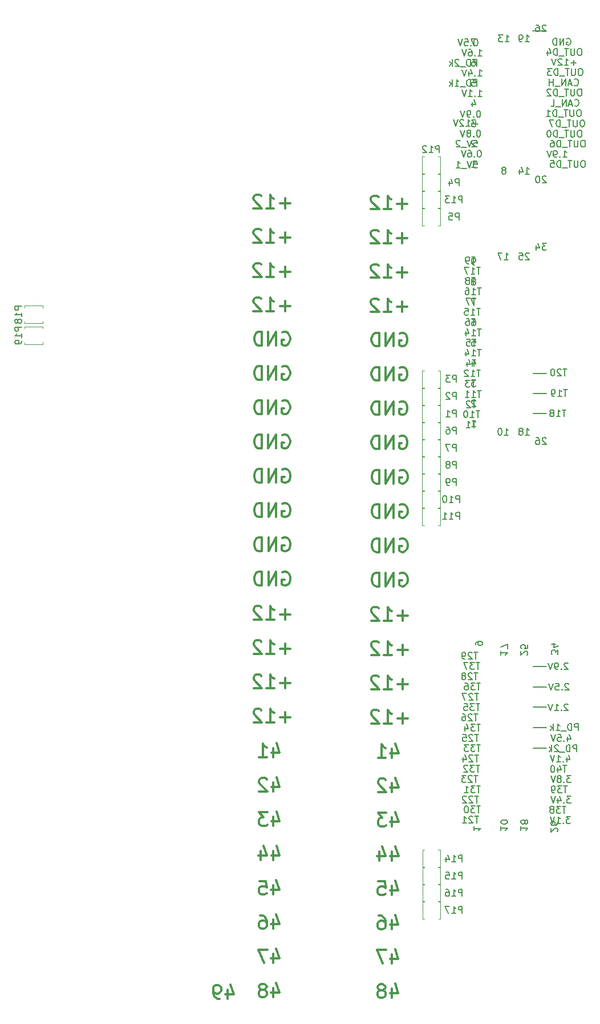
<source format=gbo>
G04 #@! TF.GenerationSoftware,KiCad,Pcbnew,8.0.8-8.0.8-0~ubuntu24.04.1*
G04 #@! TF.CreationDate,2025-02-14T21:14:57+00:00*
G04 #@! TF.ProjectId,digital_inputs,64696769-7461-46c5-9f69-6e707574732e,D*
G04 #@! TF.SameCoordinates,PX791ddc0PYca2dd00*
G04 #@! TF.FileFunction,Legend,Bot*
G04 #@! TF.FilePolarity,Positive*
%FSLAX46Y46*%
G04 Gerber Fmt 4.6, Leading zero omitted, Abs format (unit mm)*
G04 Created by KiCad (PCBNEW 8.0.8-8.0.8-0~ubuntu24.04.1) date 2025-02-14 21:14:57*
%MOMM*%
%LPD*%
G01*
G04 APERTURE LIST*
%ADD10C,0.150000*%
%ADD11C,0.300000*%
%ADD12C,0.120000*%
G04 APERTURE END LIST*
D10*
X171400000Y51300000D02*
X173300000Y51300000D01*
X171400000Y39200000D02*
X173300000Y39200000D01*
X171400000Y91800000D02*
X173300000Y91800000D01*
X171400000Y45300000D02*
X173300000Y45300000D01*
X171300000Y145550000D02*
X173200000Y145550000D01*
X171400000Y48300000D02*
X173300000Y48300000D01*
X171400000Y94800000D02*
X173300000Y94800000D01*
X171400000Y42300000D02*
X173300000Y42300000D01*
X171400000Y88800000D02*
X173300000Y88800000D01*
D11*
X152696666Y104637267D02*
X151172857Y104637267D01*
X151934761Y103875362D02*
X151934761Y105399172D01*
X149172857Y103875362D02*
X150315714Y103875362D01*
X149744286Y103875362D02*
X149744286Y105875362D01*
X149744286Y105875362D02*
X149934762Y105589648D01*
X149934762Y105589648D02*
X150125238Y105399172D01*
X150125238Y105399172D02*
X150315714Y105303934D01*
X148410952Y105684886D02*
X148315714Y105780124D01*
X148315714Y105780124D02*
X148125238Y105875362D01*
X148125238Y105875362D02*
X147649047Y105875362D01*
X147649047Y105875362D02*
X147458571Y105780124D01*
X147458571Y105780124D02*
X147363333Y105684886D01*
X147363333Y105684886D02*
X147268095Y105494410D01*
X147268095Y105494410D02*
X147268095Y105303934D01*
X147268095Y105303934D02*
X147363333Y105018220D01*
X147363333Y105018220D02*
X148506190Y103875362D01*
X148506190Y103875362D02*
X147268095Y103875362D01*
D10*
X176452380Y40911848D02*
X176452380Y40245181D01*
X176690475Y41292800D02*
X176928570Y40578515D01*
X176928570Y40578515D02*
X176309523Y40578515D01*
X175928570Y40340420D02*
X175880951Y40292800D01*
X175880951Y40292800D02*
X175928570Y40245181D01*
X175928570Y40245181D02*
X175976189Y40292800D01*
X175976189Y40292800D02*
X175928570Y40340420D01*
X175928570Y40340420D02*
X175928570Y40245181D01*
X174976190Y41245181D02*
X175452380Y41245181D01*
X175452380Y41245181D02*
X175499999Y40768991D01*
X175499999Y40768991D02*
X175452380Y40816610D01*
X175452380Y40816610D02*
X175357142Y40864229D01*
X175357142Y40864229D02*
X175119047Y40864229D01*
X175119047Y40864229D02*
X175023809Y40816610D01*
X175023809Y40816610D02*
X174976190Y40768991D01*
X174976190Y40768991D02*
X174928571Y40673753D01*
X174928571Y40673753D02*
X174928571Y40435658D01*
X174928571Y40435658D02*
X174976190Y40340420D01*
X174976190Y40340420D02*
X175023809Y40292800D01*
X175023809Y40292800D02*
X175119047Y40245181D01*
X175119047Y40245181D02*
X175357142Y40245181D01*
X175357142Y40245181D02*
X175452380Y40292800D01*
X175452380Y40292800D02*
X175499999Y40340420D01*
X174642856Y41245181D02*
X174309523Y40245181D01*
X174309523Y40245181D02*
X173976190Y41245181D01*
X163157142Y138845181D02*
X163728570Y138845181D01*
X163442856Y138845181D02*
X163442856Y139845181D01*
X163442856Y139845181D02*
X163538094Y139702324D01*
X163538094Y139702324D02*
X163633332Y139607086D01*
X163633332Y139607086D02*
X163728570Y139559467D01*
X162728570Y138940420D02*
X162680951Y138892800D01*
X162680951Y138892800D02*
X162728570Y138845181D01*
X162728570Y138845181D02*
X162776189Y138892800D01*
X162776189Y138892800D02*
X162728570Y138940420D01*
X162728570Y138940420D02*
X162728570Y138845181D01*
X161823809Y139511848D02*
X161823809Y138845181D01*
X162061904Y139892800D02*
X162299999Y139178515D01*
X162299999Y139178515D02*
X161680952Y139178515D01*
X161442856Y139845181D02*
X161109523Y138845181D01*
X161109523Y138845181D02*
X160776190Y139845181D01*
X163538094Y42770181D02*
X162966666Y42770181D01*
X163252380Y41770181D02*
X163252380Y42770181D01*
X162728570Y42770181D02*
X162109523Y42770181D01*
X162109523Y42770181D02*
X162442856Y42389229D01*
X162442856Y42389229D02*
X162299999Y42389229D01*
X162299999Y42389229D02*
X162204761Y42341610D01*
X162204761Y42341610D02*
X162157142Y42293991D01*
X162157142Y42293991D02*
X162109523Y42198753D01*
X162109523Y42198753D02*
X162109523Y41960658D01*
X162109523Y41960658D02*
X162157142Y41865420D01*
X162157142Y41865420D02*
X162204761Y41817800D01*
X162204761Y41817800D02*
X162299999Y41770181D01*
X162299999Y41770181D02*
X162585713Y41770181D01*
X162585713Y41770181D02*
X162680951Y41817800D01*
X162680951Y41817800D02*
X162728570Y41865420D01*
X161252380Y42436848D02*
X161252380Y41770181D01*
X161490475Y42817800D02*
X161728570Y42103515D01*
X161728570Y42103515D02*
X161109523Y42103515D01*
X178023809Y41845181D02*
X178023809Y42845181D01*
X178023809Y42845181D02*
X177642857Y42845181D01*
X177642857Y42845181D02*
X177547619Y42797562D01*
X177547619Y42797562D02*
X177500000Y42749943D01*
X177500000Y42749943D02*
X177452381Y42654705D01*
X177452381Y42654705D02*
X177452381Y42511848D01*
X177452381Y42511848D02*
X177500000Y42416610D01*
X177500000Y42416610D02*
X177547619Y42368991D01*
X177547619Y42368991D02*
X177642857Y42321372D01*
X177642857Y42321372D02*
X178023809Y42321372D01*
X177023809Y41845181D02*
X177023809Y42845181D01*
X177023809Y42845181D02*
X176785714Y42845181D01*
X176785714Y42845181D02*
X176642857Y42797562D01*
X176642857Y42797562D02*
X176547619Y42702324D01*
X176547619Y42702324D02*
X176500000Y42607086D01*
X176500000Y42607086D02*
X176452381Y42416610D01*
X176452381Y42416610D02*
X176452381Y42273753D01*
X176452381Y42273753D02*
X176500000Y42083277D01*
X176500000Y42083277D02*
X176547619Y41988039D01*
X176547619Y41988039D02*
X176642857Y41892800D01*
X176642857Y41892800D02*
X176785714Y41845181D01*
X176785714Y41845181D02*
X177023809Y41845181D01*
X176261905Y41749943D02*
X175500000Y41749943D01*
X174738095Y41845181D02*
X175309523Y41845181D01*
X175023809Y41845181D02*
X175023809Y42845181D01*
X175023809Y42845181D02*
X175119047Y42702324D01*
X175119047Y42702324D02*
X175214285Y42607086D01*
X175214285Y42607086D02*
X175309523Y42559467D01*
X174309523Y41845181D02*
X174309523Y42845181D01*
X174214285Y42226134D02*
X173928571Y41845181D01*
X173928571Y42511848D02*
X174309523Y42130896D01*
D11*
X135291666Y53952267D02*
X133767857Y53952267D01*
X134529761Y53190362D02*
X134529761Y54714172D01*
X131767857Y53190362D02*
X132910714Y53190362D01*
X132339286Y53190362D02*
X132339286Y55190362D01*
X132339286Y55190362D02*
X132529762Y54904648D01*
X132529762Y54904648D02*
X132720238Y54714172D01*
X132720238Y54714172D02*
X132910714Y54618934D01*
X131005952Y54999886D02*
X130910714Y55095124D01*
X130910714Y55095124D02*
X130720238Y55190362D01*
X130720238Y55190362D02*
X130244047Y55190362D01*
X130244047Y55190362D02*
X130053571Y55095124D01*
X130053571Y55095124D02*
X129958333Y54999886D01*
X129958333Y54999886D02*
X129863095Y54809410D01*
X129863095Y54809410D02*
X129863095Y54618934D01*
X129863095Y54618934D02*
X129958333Y54333220D01*
X129958333Y54333220D02*
X131101190Y53190362D01*
X131101190Y53190362D02*
X129863095Y53190362D01*
X151578809Y70200124D02*
X151769285Y70295362D01*
X151769285Y70295362D02*
X152054999Y70295362D01*
X152054999Y70295362D02*
X152340714Y70200124D01*
X152340714Y70200124D02*
X152531190Y70009648D01*
X152531190Y70009648D02*
X152626428Y69819172D01*
X152626428Y69819172D02*
X152721666Y69438220D01*
X152721666Y69438220D02*
X152721666Y69152505D01*
X152721666Y69152505D02*
X152626428Y68771553D01*
X152626428Y68771553D02*
X152531190Y68581077D01*
X152531190Y68581077D02*
X152340714Y68390600D01*
X152340714Y68390600D02*
X152054999Y68295362D01*
X152054999Y68295362D02*
X151864523Y68295362D01*
X151864523Y68295362D02*
X151578809Y68390600D01*
X151578809Y68390600D02*
X151483571Y68485839D01*
X151483571Y68485839D02*
X151483571Y69152505D01*
X151483571Y69152505D02*
X151864523Y69152505D01*
X150626428Y68295362D02*
X150626428Y70295362D01*
X150626428Y70295362D02*
X149483571Y68295362D01*
X149483571Y68295362D02*
X149483571Y70295362D01*
X148531190Y68295362D02*
X148531190Y70295362D01*
X148531190Y70295362D02*
X148055000Y70295362D01*
X148055000Y70295362D02*
X147769285Y70200124D01*
X147769285Y70200124D02*
X147578809Y70009648D01*
X147578809Y70009648D02*
X147483571Y69819172D01*
X147483571Y69819172D02*
X147388333Y69438220D01*
X147388333Y69438220D02*
X147388333Y69152505D01*
X147388333Y69152505D02*
X147483571Y68771553D01*
X147483571Y68771553D02*
X147578809Y68581077D01*
X147578809Y68581077D02*
X147769285Y68390600D01*
X147769285Y68390600D02*
X148055000Y68295362D01*
X148055000Y68295362D02*
X148531190Y68295362D01*
X151553809Y90540124D02*
X151744285Y90635362D01*
X151744285Y90635362D02*
X152029999Y90635362D01*
X152029999Y90635362D02*
X152315714Y90540124D01*
X152315714Y90540124D02*
X152506190Y90349648D01*
X152506190Y90349648D02*
X152601428Y90159172D01*
X152601428Y90159172D02*
X152696666Y89778220D01*
X152696666Y89778220D02*
X152696666Y89492505D01*
X152696666Y89492505D02*
X152601428Y89111553D01*
X152601428Y89111553D02*
X152506190Y88921077D01*
X152506190Y88921077D02*
X152315714Y88730600D01*
X152315714Y88730600D02*
X152029999Y88635362D01*
X152029999Y88635362D02*
X151839523Y88635362D01*
X151839523Y88635362D02*
X151553809Y88730600D01*
X151553809Y88730600D02*
X151458571Y88825839D01*
X151458571Y88825839D02*
X151458571Y89492505D01*
X151458571Y89492505D02*
X151839523Y89492505D01*
X150601428Y88635362D02*
X150601428Y90635362D01*
X150601428Y90635362D02*
X149458571Y88635362D01*
X149458571Y88635362D02*
X149458571Y90635362D01*
X148506190Y88635362D02*
X148506190Y90635362D01*
X148506190Y90635362D02*
X148030000Y90635362D01*
X148030000Y90635362D02*
X147744285Y90540124D01*
X147744285Y90540124D02*
X147553809Y90349648D01*
X147553809Y90349648D02*
X147458571Y90159172D01*
X147458571Y90159172D02*
X147363333Y89778220D01*
X147363333Y89778220D02*
X147363333Y89492505D01*
X147363333Y89492505D02*
X147458571Y89111553D01*
X147458571Y89111553D02*
X147553809Y88921077D01*
X147553809Y88921077D02*
X147744285Y88730600D01*
X147744285Y88730600D02*
X148030000Y88635362D01*
X148030000Y88635362D02*
X148506190Y88635362D01*
D10*
X163538094Y33645181D02*
X162966666Y33645181D01*
X163252380Y32645181D02*
X163252380Y33645181D01*
X162728570Y33645181D02*
X162109523Y33645181D01*
X162109523Y33645181D02*
X162442856Y33264229D01*
X162442856Y33264229D02*
X162299999Y33264229D01*
X162299999Y33264229D02*
X162204761Y33216610D01*
X162204761Y33216610D02*
X162157142Y33168991D01*
X162157142Y33168991D02*
X162109523Y33073753D01*
X162109523Y33073753D02*
X162109523Y32835658D01*
X162109523Y32835658D02*
X162157142Y32740420D01*
X162157142Y32740420D02*
X162204761Y32692800D01*
X162204761Y32692800D02*
X162299999Y32645181D01*
X162299999Y32645181D02*
X162585713Y32645181D01*
X162585713Y32645181D02*
X162680951Y32692800D01*
X162680951Y32692800D02*
X162728570Y32740420D01*
X161157142Y32645181D02*
X161728570Y32645181D01*
X161442856Y32645181D02*
X161442856Y33645181D01*
X161442856Y33645181D02*
X161538094Y33502324D01*
X161538094Y33502324D02*
X161633332Y33407086D01*
X161633332Y33407086D02*
X161728570Y33359467D01*
X163538094Y48870181D02*
X162966666Y48870181D01*
X163252380Y47870181D02*
X163252380Y48870181D01*
X162728570Y48870181D02*
X162109523Y48870181D01*
X162109523Y48870181D02*
X162442856Y48489229D01*
X162442856Y48489229D02*
X162299999Y48489229D01*
X162299999Y48489229D02*
X162204761Y48441610D01*
X162204761Y48441610D02*
X162157142Y48393991D01*
X162157142Y48393991D02*
X162109523Y48298753D01*
X162109523Y48298753D02*
X162109523Y48060658D01*
X162109523Y48060658D02*
X162157142Y47965420D01*
X162157142Y47965420D02*
X162204761Y47917800D01*
X162204761Y47917800D02*
X162299999Y47870181D01*
X162299999Y47870181D02*
X162585713Y47870181D01*
X162585713Y47870181D02*
X162680951Y47917800D01*
X162680951Y47917800D02*
X162728570Y47965420D01*
X161252380Y48870181D02*
X161442856Y48870181D01*
X161442856Y48870181D02*
X161538094Y48822562D01*
X161538094Y48822562D02*
X161585713Y48774943D01*
X161585713Y48774943D02*
X161680951Y48632086D01*
X161680951Y48632086D02*
X161728570Y48441610D01*
X161728570Y48441610D02*
X161728570Y48060658D01*
X161728570Y48060658D02*
X161680951Y47965420D01*
X161680951Y47965420D02*
X161633332Y47917800D01*
X161633332Y47917800D02*
X161538094Y47870181D01*
X161538094Y47870181D02*
X161347618Y47870181D01*
X161347618Y47870181D02*
X161252380Y47917800D01*
X161252380Y47917800D02*
X161204761Y47965420D01*
X161204761Y47965420D02*
X161157142Y48060658D01*
X161157142Y48060658D02*
X161157142Y48298753D01*
X161157142Y48298753D02*
X161204761Y48393991D01*
X161204761Y48393991D02*
X161252380Y48441610D01*
X161252380Y48441610D02*
X161347618Y48489229D01*
X161347618Y48489229D02*
X161538094Y48489229D01*
X161538094Y48489229D02*
X161633332Y48441610D01*
X161633332Y48441610D02*
X161680951Y48393991D01*
X161680951Y48393991D02*
X161728570Y48298753D01*
D11*
X134123809Y90675124D02*
X134314285Y90770362D01*
X134314285Y90770362D02*
X134599999Y90770362D01*
X134599999Y90770362D02*
X134885714Y90675124D01*
X134885714Y90675124D02*
X135076190Y90484648D01*
X135076190Y90484648D02*
X135171428Y90294172D01*
X135171428Y90294172D02*
X135266666Y89913220D01*
X135266666Y89913220D02*
X135266666Y89627505D01*
X135266666Y89627505D02*
X135171428Y89246553D01*
X135171428Y89246553D02*
X135076190Y89056077D01*
X135076190Y89056077D02*
X134885714Y88865600D01*
X134885714Y88865600D02*
X134599999Y88770362D01*
X134599999Y88770362D02*
X134409523Y88770362D01*
X134409523Y88770362D02*
X134123809Y88865600D01*
X134123809Y88865600D02*
X134028571Y88960839D01*
X134028571Y88960839D02*
X134028571Y89627505D01*
X134028571Y89627505D02*
X134409523Y89627505D01*
X133171428Y88770362D02*
X133171428Y90770362D01*
X133171428Y90770362D02*
X132028571Y88770362D01*
X132028571Y88770362D02*
X132028571Y90770362D01*
X131076190Y88770362D02*
X131076190Y90770362D01*
X131076190Y90770362D02*
X130600000Y90770362D01*
X130600000Y90770362D02*
X130314285Y90675124D01*
X130314285Y90675124D02*
X130123809Y90484648D01*
X130123809Y90484648D02*
X130028571Y90294172D01*
X130028571Y90294172D02*
X129933333Y89913220D01*
X129933333Y89913220D02*
X129933333Y89627505D01*
X129933333Y89627505D02*
X130028571Y89246553D01*
X130028571Y89246553D02*
X130123809Y89056077D01*
X130123809Y89056077D02*
X130314285Y88865600D01*
X130314285Y88865600D02*
X130600000Y88770362D01*
X130600000Y88770362D02*
X131076190Y88770362D01*
D10*
X162761904Y108995181D02*
X162190476Y108995181D01*
X162476190Y107995181D02*
X162476190Y108995181D01*
X161714285Y108566610D02*
X161809523Y108614229D01*
X161809523Y108614229D02*
X161857142Y108661848D01*
X161857142Y108661848D02*
X161904761Y108757086D01*
X161904761Y108757086D02*
X161904761Y108804705D01*
X161904761Y108804705D02*
X161857142Y108899943D01*
X161857142Y108899943D02*
X161809523Y108947562D01*
X161809523Y108947562D02*
X161714285Y108995181D01*
X161714285Y108995181D02*
X161523809Y108995181D01*
X161523809Y108995181D02*
X161428571Y108947562D01*
X161428571Y108947562D02*
X161380952Y108899943D01*
X161380952Y108899943D02*
X161333333Y108804705D01*
X161333333Y108804705D02*
X161333333Y108757086D01*
X161333333Y108757086D02*
X161380952Y108661848D01*
X161380952Y108661848D02*
X161428571Y108614229D01*
X161428571Y108614229D02*
X161523809Y108566610D01*
X161523809Y108566610D02*
X161714285Y108566610D01*
X161714285Y108566610D02*
X161809523Y108518991D01*
X161809523Y108518991D02*
X161857142Y108471372D01*
X161857142Y108471372D02*
X161904761Y108376134D01*
X161904761Y108376134D02*
X161904761Y108185658D01*
X161904761Y108185658D02*
X161857142Y108090420D01*
X161857142Y108090420D02*
X161809523Y108042800D01*
X161809523Y108042800D02*
X161714285Y107995181D01*
X161714285Y107995181D02*
X161523809Y107995181D01*
X161523809Y107995181D02*
X161428571Y108042800D01*
X161428571Y108042800D02*
X161380952Y108090420D01*
X161380952Y108090420D02*
X161333333Y108185658D01*
X161333333Y108185658D02*
X161333333Y108376134D01*
X161333333Y108376134D02*
X161380952Y108471372D01*
X161380952Y108471372D02*
X161428571Y108518991D01*
X161428571Y108518991D02*
X161523809Y108566610D01*
D11*
X135266666Y114932267D02*
X133742857Y114932267D01*
X134504761Y114170362D02*
X134504761Y115694172D01*
X131742857Y114170362D02*
X132885714Y114170362D01*
X132314286Y114170362D02*
X132314286Y116170362D01*
X132314286Y116170362D02*
X132504762Y115884648D01*
X132504762Y115884648D02*
X132695238Y115694172D01*
X132695238Y115694172D02*
X132885714Y115598934D01*
X130980952Y115979886D02*
X130885714Y116075124D01*
X130885714Y116075124D02*
X130695238Y116170362D01*
X130695238Y116170362D02*
X130219047Y116170362D01*
X130219047Y116170362D02*
X130028571Y116075124D01*
X130028571Y116075124D02*
X129933333Y115979886D01*
X129933333Y115979886D02*
X129838095Y115789410D01*
X129838095Y115789410D02*
X129838095Y115598934D01*
X129838095Y115598934D02*
X129933333Y115313220D01*
X129933333Y115313220D02*
X131076190Y114170362D01*
X131076190Y114170362D02*
X129838095Y114170362D01*
D10*
X163438094Y51920181D02*
X162866666Y51920181D01*
X163152380Y50920181D02*
X163152380Y51920181D01*
X162628570Y51920181D02*
X162009523Y51920181D01*
X162009523Y51920181D02*
X162342856Y51539229D01*
X162342856Y51539229D02*
X162199999Y51539229D01*
X162199999Y51539229D02*
X162104761Y51491610D01*
X162104761Y51491610D02*
X162057142Y51443991D01*
X162057142Y51443991D02*
X162009523Y51348753D01*
X162009523Y51348753D02*
X162009523Y51110658D01*
X162009523Y51110658D02*
X162057142Y51015420D01*
X162057142Y51015420D02*
X162104761Y50967800D01*
X162104761Y50967800D02*
X162199999Y50920181D01*
X162199999Y50920181D02*
X162485713Y50920181D01*
X162485713Y50920181D02*
X162580951Y50967800D01*
X162580951Y50967800D02*
X162628570Y51015420D01*
X161676189Y51920181D02*
X161009523Y51920181D01*
X161009523Y51920181D02*
X161438094Y50920181D01*
D11*
X152696666Y114797267D02*
X151172857Y114797267D01*
X151934761Y114035362D02*
X151934761Y115559172D01*
X149172857Y114035362D02*
X150315714Y114035362D01*
X149744286Y114035362D02*
X149744286Y116035362D01*
X149744286Y116035362D02*
X149934762Y115749648D01*
X149934762Y115749648D02*
X150125238Y115559172D01*
X150125238Y115559172D02*
X150315714Y115463934D01*
X148410952Y115844886D02*
X148315714Y115940124D01*
X148315714Y115940124D02*
X148125238Y116035362D01*
X148125238Y116035362D02*
X147649047Y116035362D01*
X147649047Y116035362D02*
X147458571Y115940124D01*
X147458571Y115940124D02*
X147363333Y115844886D01*
X147363333Y115844886D02*
X147268095Y115654410D01*
X147268095Y115654410D02*
X147268095Y115463934D01*
X147268095Y115463934D02*
X147363333Y115178220D01*
X147363333Y115178220D02*
X148506190Y114035362D01*
X148506190Y114035362D02*
X147268095Y114035362D01*
X152721666Y53817267D02*
X151197857Y53817267D01*
X151959761Y53055362D02*
X151959761Y54579172D01*
X149197857Y53055362D02*
X150340714Y53055362D01*
X149769286Y53055362D02*
X149769286Y55055362D01*
X149769286Y55055362D02*
X149959762Y54769648D01*
X149959762Y54769648D02*
X150150238Y54579172D01*
X150150238Y54579172D02*
X150340714Y54483934D01*
X148435952Y54864886D02*
X148340714Y54960124D01*
X148340714Y54960124D02*
X148150238Y55055362D01*
X148150238Y55055362D02*
X147674047Y55055362D01*
X147674047Y55055362D02*
X147483571Y54960124D01*
X147483571Y54960124D02*
X147388333Y54864886D01*
X147388333Y54864886D02*
X147293095Y54674410D01*
X147293095Y54674410D02*
X147293095Y54483934D01*
X147293095Y54483934D02*
X147388333Y54198220D01*
X147388333Y54198220D02*
X148531190Y53055362D01*
X148531190Y53055362D02*
X147293095Y53055362D01*
D10*
X163138094Y35170181D02*
X162566666Y35170181D01*
X162852380Y34170181D02*
X162852380Y35170181D01*
X162280951Y35074943D02*
X162233332Y35122562D01*
X162233332Y35122562D02*
X162138094Y35170181D01*
X162138094Y35170181D02*
X161899999Y35170181D01*
X161899999Y35170181D02*
X161804761Y35122562D01*
X161804761Y35122562D02*
X161757142Y35074943D01*
X161757142Y35074943D02*
X161709523Y34979705D01*
X161709523Y34979705D02*
X161709523Y34884467D01*
X161709523Y34884467D02*
X161757142Y34741610D01*
X161757142Y34741610D02*
X162328570Y34170181D01*
X162328570Y34170181D02*
X161709523Y34170181D01*
X161376189Y35170181D02*
X160757142Y35170181D01*
X160757142Y35170181D02*
X161090475Y34789229D01*
X161090475Y34789229D02*
X160947618Y34789229D01*
X160947618Y34789229D02*
X160852380Y34741610D01*
X160852380Y34741610D02*
X160804761Y34693991D01*
X160804761Y34693991D02*
X160757142Y34598753D01*
X160757142Y34598753D02*
X160757142Y34360658D01*
X160757142Y34360658D02*
X160804761Y34265420D01*
X160804761Y34265420D02*
X160852380Y34217800D01*
X160852380Y34217800D02*
X160947618Y34170181D01*
X160947618Y34170181D02*
X161233332Y34170181D01*
X161233332Y34170181D02*
X161328570Y34217800D01*
X161328570Y34217800D02*
X161376189Y34265420D01*
D11*
X132771428Y34123696D02*
X132771428Y32790362D01*
X133247619Y34885600D02*
X133723809Y33457029D01*
X133723809Y33457029D02*
X132485714Y33457029D01*
X131819047Y34599886D02*
X131723809Y34695124D01*
X131723809Y34695124D02*
X131533333Y34790362D01*
X131533333Y34790362D02*
X131057142Y34790362D01*
X131057142Y34790362D02*
X130866666Y34695124D01*
X130866666Y34695124D02*
X130771428Y34599886D01*
X130771428Y34599886D02*
X130676190Y34409410D01*
X130676190Y34409410D02*
X130676190Y34218934D01*
X130676190Y34218934D02*
X130771428Y33933220D01*
X130771428Y33933220D02*
X131914285Y32790362D01*
X131914285Y32790362D02*
X130676190Y32790362D01*
D10*
X176528570Y45674943D02*
X176480951Y45722562D01*
X176480951Y45722562D02*
X176385713Y45770181D01*
X176385713Y45770181D02*
X176147618Y45770181D01*
X176147618Y45770181D02*
X176052380Y45722562D01*
X176052380Y45722562D02*
X176004761Y45674943D01*
X176004761Y45674943D02*
X175957142Y45579705D01*
X175957142Y45579705D02*
X175957142Y45484467D01*
X175957142Y45484467D02*
X176004761Y45341610D01*
X176004761Y45341610D02*
X176576189Y44770181D01*
X176576189Y44770181D02*
X175957142Y44770181D01*
X175528570Y44865420D02*
X175480951Y44817800D01*
X175480951Y44817800D02*
X175528570Y44770181D01*
X175528570Y44770181D02*
X175576189Y44817800D01*
X175576189Y44817800D02*
X175528570Y44865420D01*
X175528570Y44865420D02*
X175528570Y44770181D01*
X174528571Y44770181D02*
X175099999Y44770181D01*
X174814285Y44770181D02*
X174814285Y45770181D01*
X174814285Y45770181D02*
X174909523Y45627324D01*
X174909523Y45627324D02*
X175004761Y45532086D01*
X175004761Y45532086D02*
X175099999Y45484467D01*
X174242856Y45770181D02*
X173909523Y44770181D01*
X173909523Y44770181D02*
X173576190Y45770181D01*
D11*
X134148809Y70335124D02*
X134339285Y70430362D01*
X134339285Y70430362D02*
X134624999Y70430362D01*
X134624999Y70430362D02*
X134910714Y70335124D01*
X134910714Y70335124D02*
X135101190Y70144648D01*
X135101190Y70144648D02*
X135196428Y69954172D01*
X135196428Y69954172D02*
X135291666Y69573220D01*
X135291666Y69573220D02*
X135291666Y69287505D01*
X135291666Y69287505D02*
X135196428Y68906553D01*
X135196428Y68906553D02*
X135101190Y68716077D01*
X135101190Y68716077D02*
X134910714Y68525600D01*
X134910714Y68525600D02*
X134624999Y68430362D01*
X134624999Y68430362D02*
X134434523Y68430362D01*
X134434523Y68430362D02*
X134148809Y68525600D01*
X134148809Y68525600D02*
X134053571Y68620839D01*
X134053571Y68620839D02*
X134053571Y69287505D01*
X134053571Y69287505D02*
X134434523Y69287505D01*
X133196428Y68430362D02*
X133196428Y70430362D01*
X133196428Y70430362D02*
X132053571Y68430362D01*
X132053571Y68430362D02*
X132053571Y70430362D01*
X131101190Y68430362D02*
X131101190Y70430362D01*
X131101190Y70430362D02*
X130625000Y70430362D01*
X130625000Y70430362D02*
X130339285Y70335124D01*
X130339285Y70335124D02*
X130148809Y70144648D01*
X130148809Y70144648D02*
X130053571Y69954172D01*
X130053571Y69954172D02*
X129958333Y69573220D01*
X129958333Y69573220D02*
X129958333Y69287505D01*
X129958333Y69287505D02*
X130053571Y68906553D01*
X130053571Y68906553D02*
X130148809Y68716077D01*
X130148809Y68716077D02*
X130339285Y68525600D01*
X130339285Y68525600D02*
X130625000Y68430362D01*
X130625000Y68430362D02*
X131101190Y68430362D01*
X152696666Y119877267D02*
X151172857Y119877267D01*
X151934761Y119115362D02*
X151934761Y120639172D01*
X149172857Y119115362D02*
X150315714Y119115362D01*
X149744286Y119115362D02*
X149744286Y121115362D01*
X149744286Y121115362D02*
X149934762Y120829648D01*
X149934762Y120829648D02*
X150125238Y120639172D01*
X150125238Y120639172D02*
X150315714Y120543934D01*
X148410952Y120924886D02*
X148315714Y121020124D01*
X148315714Y121020124D02*
X148125238Y121115362D01*
X148125238Y121115362D02*
X147649047Y121115362D01*
X147649047Y121115362D02*
X147458571Y121020124D01*
X147458571Y121020124D02*
X147363333Y120924886D01*
X147363333Y120924886D02*
X147268095Y120734410D01*
X147268095Y120734410D02*
X147268095Y120543934D01*
X147268095Y120543934D02*
X147363333Y120258220D01*
X147363333Y120258220D02*
X148506190Y119115362D01*
X148506190Y119115362D02*
X147268095Y119115362D01*
D10*
X163538094Y104420181D02*
X162966666Y104420181D01*
X163252380Y103420181D02*
X163252380Y104420181D01*
X162109523Y103420181D02*
X162680951Y103420181D01*
X162395237Y103420181D02*
X162395237Y104420181D01*
X162395237Y104420181D02*
X162490475Y104277324D01*
X162490475Y104277324D02*
X162585713Y104182086D01*
X162585713Y104182086D02*
X162680951Y104134467D01*
X161204761Y104420181D02*
X161680951Y104420181D01*
X161680951Y104420181D02*
X161728570Y103943991D01*
X161728570Y103943991D02*
X161680951Y103991610D01*
X161680951Y103991610D02*
X161585713Y104039229D01*
X161585713Y104039229D02*
X161347618Y104039229D01*
X161347618Y104039229D02*
X161252380Y103991610D01*
X161252380Y103991610D02*
X161204761Y103943991D01*
X161204761Y103943991D02*
X161157142Y103848753D01*
X161157142Y103848753D02*
X161157142Y103610658D01*
X161157142Y103610658D02*
X161204761Y103515420D01*
X161204761Y103515420D02*
X161252380Y103467800D01*
X161252380Y103467800D02*
X161347618Y103420181D01*
X161347618Y103420181D02*
X161585713Y103420181D01*
X161585713Y103420181D02*
X161680951Y103467800D01*
X161680951Y103467800D02*
X161728570Y103515420D01*
X178857142Y129345181D02*
X178666666Y129345181D01*
X178666666Y129345181D02*
X178571428Y129297562D01*
X178571428Y129297562D02*
X178476190Y129202324D01*
X178476190Y129202324D02*
X178428571Y129011848D01*
X178428571Y129011848D02*
X178428571Y128678515D01*
X178428571Y128678515D02*
X178476190Y128488039D01*
X178476190Y128488039D02*
X178571428Y128392800D01*
X178571428Y128392800D02*
X178666666Y128345181D01*
X178666666Y128345181D02*
X178857142Y128345181D01*
X178857142Y128345181D02*
X178952380Y128392800D01*
X178952380Y128392800D02*
X179047618Y128488039D01*
X179047618Y128488039D02*
X179095237Y128678515D01*
X179095237Y128678515D02*
X179095237Y129011848D01*
X179095237Y129011848D02*
X179047618Y129202324D01*
X179047618Y129202324D02*
X178952380Y129297562D01*
X178952380Y129297562D02*
X178857142Y129345181D01*
X177999999Y129345181D02*
X177999999Y128535658D01*
X177999999Y128535658D02*
X177952380Y128440420D01*
X177952380Y128440420D02*
X177904761Y128392800D01*
X177904761Y128392800D02*
X177809523Y128345181D01*
X177809523Y128345181D02*
X177619047Y128345181D01*
X177619047Y128345181D02*
X177523809Y128392800D01*
X177523809Y128392800D02*
X177476190Y128440420D01*
X177476190Y128440420D02*
X177428571Y128535658D01*
X177428571Y128535658D02*
X177428571Y129345181D01*
X177095237Y129345181D02*
X176523809Y129345181D01*
X176809523Y128345181D02*
X176809523Y129345181D01*
X176428571Y128249943D02*
X175666666Y128249943D01*
X175428570Y128345181D02*
X175428570Y129345181D01*
X175428570Y129345181D02*
X175190475Y129345181D01*
X175190475Y129345181D02*
X175047618Y129297562D01*
X175047618Y129297562D02*
X174952380Y129202324D01*
X174952380Y129202324D02*
X174904761Y129107086D01*
X174904761Y129107086D02*
X174857142Y128916610D01*
X174857142Y128916610D02*
X174857142Y128773753D01*
X174857142Y128773753D02*
X174904761Y128583277D01*
X174904761Y128583277D02*
X174952380Y128488039D01*
X174952380Y128488039D02*
X175047618Y128392800D01*
X175047618Y128392800D02*
X175190475Y128345181D01*
X175190475Y128345181D02*
X175428570Y128345181D01*
X173999999Y129345181D02*
X174190475Y129345181D01*
X174190475Y129345181D02*
X174285713Y129297562D01*
X174285713Y129297562D02*
X174333332Y129249943D01*
X174333332Y129249943D02*
X174428570Y129107086D01*
X174428570Y129107086D02*
X174476189Y128916610D01*
X174476189Y128916610D02*
X174476189Y128535658D01*
X174476189Y128535658D02*
X174428570Y128440420D01*
X174428570Y128440420D02*
X174380951Y128392800D01*
X174380951Y128392800D02*
X174285713Y128345181D01*
X174285713Y128345181D02*
X174095237Y128345181D01*
X174095237Y128345181D02*
X173999999Y128392800D01*
X173999999Y128392800D02*
X173952380Y128440420D01*
X173952380Y128440420D02*
X173904761Y128535658D01*
X173904761Y128535658D02*
X173904761Y128773753D01*
X173904761Y128773753D02*
X173952380Y128868991D01*
X173952380Y128868991D02*
X173999999Y128916610D01*
X173999999Y128916610D02*
X174095237Y128964229D01*
X174095237Y128964229D02*
X174285713Y128964229D01*
X174285713Y128964229D02*
X174380951Y128916610D01*
X174380951Y128916610D02*
X174428570Y128868991D01*
X174428570Y128868991D02*
X174476189Y128773753D01*
D11*
X150371428Y13703696D02*
X150371428Y12370362D01*
X150847619Y14465600D02*
X151323809Y13037029D01*
X151323809Y13037029D02*
X150085714Y13037029D01*
X148466666Y14370362D02*
X148847619Y14370362D01*
X148847619Y14370362D02*
X149038095Y14275124D01*
X149038095Y14275124D02*
X149133333Y14179886D01*
X149133333Y14179886D02*
X149323809Y13894172D01*
X149323809Y13894172D02*
X149419047Y13513220D01*
X149419047Y13513220D02*
X149419047Y12751315D01*
X149419047Y12751315D02*
X149323809Y12560839D01*
X149323809Y12560839D02*
X149228571Y12465600D01*
X149228571Y12465600D02*
X149038095Y12370362D01*
X149038095Y12370362D02*
X148657142Y12370362D01*
X148657142Y12370362D02*
X148466666Y12465600D01*
X148466666Y12465600D02*
X148371428Y12560839D01*
X148371428Y12560839D02*
X148276190Y12751315D01*
X148276190Y12751315D02*
X148276190Y13227505D01*
X148276190Y13227505D02*
X148371428Y13417981D01*
X148371428Y13417981D02*
X148466666Y13513220D01*
X148466666Y13513220D02*
X148657142Y13608458D01*
X148657142Y13608458D02*
X149038095Y13608458D01*
X149038095Y13608458D02*
X149228571Y13513220D01*
X149228571Y13513220D02*
X149323809Y13417981D01*
X149323809Y13417981D02*
X149419047Y13227505D01*
X134148809Y75415124D02*
X134339285Y75510362D01*
X134339285Y75510362D02*
X134624999Y75510362D01*
X134624999Y75510362D02*
X134910714Y75415124D01*
X134910714Y75415124D02*
X135101190Y75224648D01*
X135101190Y75224648D02*
X135196428Y75034172D01*
X135196428Y75034172D02*
X135291666Y74653220D01*
X135291666Y74653220D02*
X135291666Y74367505D01*
X135291666Y74367505D02*
X135196428Y73986553D01*
X135196428Y73986553D02*
X135101190Y73796077D01*
X135101190Y73796077D02*
X134910714Y73605600D01*
X134910714Y73605600D02*
X134624999Y73510362D01*
X134624999Y73510362D02*
X134434523Y73510362D01*
X134434523Y73510362D02*
X134148809Y73605600D01*
X134148809Y73605600D02*
X134053571Y73700839D01*
X134053571Y73700839D02*
X134053571Y74367505D01*
X134053571Y74367505D02*
X134434523Y74367505D01*
X133196428Y73510362D02*
X133196428Y75510362D01*
X133196428Y75510362D02*
X132053571Y73510362D01*
X132053571Y73510362D02*
X132053571Y75510362D01*
X131101190Y73510362D02*
X131101190Y75510362D01*
X131101190Y75510362D02*
X130625000Y75510362D01*
X130625000Y75510362D02*
X130339285Y75415124D01*
X130339285Y75415124D02*
X130148809Y75224648D01*
X130148809Y75224648D02*
X130053571Y75034172D01*
X130053571Y75034172D02*
X129958333Y74653220D01*
X129958333Y74653220D02*
X129958333Y74367505D01*
X129958333Y74367505D02*
X130053571Y73986553D01*
X130053571Y73986553D02*
X130148809Y73796077D01*
X130148809Y73796077D02*
X130339285Y73605600D01*
X130339285Y73605600D02*
X130625000Y73510362D01*
X130625000Y73510362D02*
X131101190Y73510362D01*
X134123809Y85595124D02*
X134314285Y85690362D01*
X134314285Y85690362D02*
X134599999Y85690362D01*
X134599999Y85690362D02*
X134885714Y85595124D01*
X134885714Y85595124D02*
X135076190Y85404648D01*
X135076190Y85404648D02*
X135171428Y85214172D01*
X135171428Y85214172D02*
X135266666Y84833220D01*
X135266666Y84833220D02*
X135266666Y84547505D01*
X135266666Y84547505D02*
X135171428Y84166553D01*
X135171428Y84166553D02*
X135076190Y83976077D01*
X135076190Y83976077D02*
X134885714Y83785600D01*
X134885714Y83785600D02*
X134599999Y83690362D01*
X134599999Y83690362D02*
X134409523Y83690362D01*
X134409523Y83690362D02*
X134123809Y83785600D01*
X134123809Y83785600D02*
X134028571Y83880839D01*
X134028571Y83880839D02*
X134028571Y84547505D01*
X134028571Y84547505D02*
X134409523Y84547505D01*
X133171428Y83690362D02*
X133171428Y85690362D01*
X133171428Y85690362D02*
X132028571Y83690362D01*
X132028571Y83690362D02*
X132028571Y85690362D01*
X131076190Y83690362D02*
X131076190Y85690362D01*
X131076190Y85690362D02*
X130600000Y85690362D01*
X130600000Y85690362D02*
X130314285Y85595124D01*
X130314285Y85595124D02*
X130123809Y85404648D01*
X130123809Y85404648D02*
X130028571Y85214172D01*
X130028571Y85214172D02*
X129933333Y84833220D01*
X129933333Y84833220D02*
X129933333Y84547505D01*
X129933333Y84547505D02*
X130028571Y84166553D01*
X130028571Y84166553D02*
X130123809Y83976077D01*
X130123809Y83976077D02*
X130314285Y83785600D01*
X130314285Y83785600D02*
X130600000Y83690362D01*
X130600000Y83690362D02*
X131076190Y83690362D01*
X152721666Y58897267D02*
X151197857Y58897267D01*
X151959761Y58135362D02*
X151959761Y59659172D01*
X149197857Y58135362D02*
X150340714Y58135362D01*
X149769286Y58135362D02*
X149769286Y60135362D01*
X149769286Y60135362D02*
X149959762Y59849648D01*
X149959762Y59849648D02*
X150150238Y59659172D01*
X150150238Y59659172D02*
X150340714Y59563934D01*
X148435952Y59944886D02*
X148340714Y60040124D01*
X148340714Y60040124D02*
X148150238Y60135362D01*
X148150238Y60135362D02*
X147674047Y60135362D01*
X147674047Y60135362D02*
X147483571Y60040124D01*
X147483571Y60040124D02*
X147388333Y59944886D01*
X147388333Y59944886D02*
X147293095Y59754410D01*
X147293095Y59754410D02*
X147293095Y59563934D01*
X147293095Y59563934D02*
X147388333Y59278220D01*
X147388333Y59278220D02*
X148531190Y58135362D01*
X148531190Y58135362D02*
X147293095Y58135362D01*
D10*
X163438094Y45820181D02*
X162866666Y45820181D01*
X163152380Y44820181D02*
X163152380Y45820181D01*
X162628570Y45820181D02*
X162009523Y45820181D01*
X162009523Y45820181D02*
X162342856Y45439229D01*
X162342856Y45439229D02*
X162199999Y45439229D01*
X162199999Y45439229D02*
X162104761Y45391610D01*
X162104761Y45391610D02*
X162057142Y45343991D01*
X162057142Y45343991D02*
X162009523Y45248753D01*
X162009523Y45248753D02*
X162009523Y45010658D01*
X162009523Y45010658D02*
X162057142Y44915420D01*
X162057142Y44915420D02*
X162104761Y44867800D01*
X162104761Y44867800D02*
X162199999Y44820181D01*
X162199999Y44820181D02*
X162485713Y44820181D01*
X162485713Y44820181D02*
X162580951Y44867800D01*
X162580951Y44867800D02*
X162628570Y44915420D01*
X161104761Y45820181D02*
X161580951Y45820181D01*
X161580951Y45820181D02*
X161628570Y45343991D01*
X161628570Y45343991D02*
X161580951Y45391610D01*
X161580951Y45391610D02*
X161485713Y45439229D01*
X161485713Y45439229D02*
X161247618Y45439229D01*
X161247618Y45439229D02*
X161152380Y45391610D01*
X161152380Y45391610D02*
X161104761Y45343991D01*
X161104761Y45343991D02*
X161057142Y45248753D01*
X161057142Y45248753D02*
X161057142Y45010658D01*
X161057142Y45010658D02*
X161104761Y44915420D01*
X161104761Y44915420D02*
X161152380Y44867800D01*
X161152380Y44867800D02*
X161247618Y44820181D01*
X161247618Y44820181D02*
X161485713Y44820181D01*
X161485713Y44820181D02*
X161580951Y44867800D01*
X161580951Y44867800D02*
X161628570Y44915420D01*
X163238094Y41245181D02*
X162666666Y41245181D01*
X162952380Y40245181D02*
X162952380Y41245181D01*
X162380951Y41149943D02*
X162333332Y41197562D01*
X162333332Y41197562D02*
X162238094Y41245181D01*
X162238094Y41245181D02*
X161999999Y41245181D01*
X161999999Y41245181D02*
X161904761Y41197562D01*
X161904761Y41197562D02*
X161857142Y41149943D01*
X161857142Y41149943D02*
X161809523Y41054705D01*
X161809523Y41054705D02*
X161809523Y40959467D01*
X161809523Y40959467D02*
X161857142Y40816610D01*
X161857142Y40816610D02*
X162428570Y40245181D01*
X162428570Y40245181D02*
X161809523Y40245181D01*
X160904761Y41245181D02*
X161380951Y41245181D01*
X161380951Y41245181D02*
X161428570Y40768991D01*
X161428570Y40768991D02*
X161380951Y40816610D01*
X161380951Y40816610D02*
X161285713Y40864229D01*
X161285713Y40864229D02*
X161047618Y40864229D01*
X161047618Y40864229D02*
X160952380Y40816610D01*
X160952380Y40816610D02*
X160904761Y40768991D01*
X160904761Y40768991D02*
X160857142Y40673753D01*
X160857142Y40673753D02*
X160857142Y40435658D01*
X160857142Y40435658D02*
X160904761Y40340420D01*
X160904761Y40340420D02*
X160952380Y40292800D01*
X160952380Y40292800D02*
X161047618Y40245181D01*
X161047618Y40245181D02*
X161285713Y40245181D01*
X161285713Y40245181D02*
X161380951Y40292800D01*
X161380951Y40292800D02*
X161428570Y40340420D01*
D11*
X150371428Y8623696D02*
X150371428Y7290362D01*
X150847619Y9385600D02*
X151323809Y7957029D01*
X151323809Y7957029D02*
X150085714Y7957029D01*
X149514285Y9290362D02*
X148180952Y9290362D01*
X148180952Y9290362D02*
X149038095Y7290362D01*
D10*
X162761904Y102895181D02*
X162190476Y102895181D01*
X162476190Y101895181D02*
X162476190Y102895181D01*
X161428571Y102895181D02*
X161619047Y102895181D01*
X161619047Y102895181D02*
X161714285Y102847562D01*
X161714285Y102847562D02*
X161761904Y102799943D01*
X161761904Y102799943D02*
X161857142Y102657086D01*
X161857142Y102657086D02*
X161904761Y102466610D01*
X161904761Y102466610D02*
X161904761Y102085658D01*
X161904761Y102085658D02*
X161857142Y101990420D01*
X161857142Y101990420D02*
X161809523Y101942800D01*
X161809523Y101942800D02*
X161714285Y101895181D01*
X161714285Y101895181D02*
X161523809Y101895181D01*
X161523809Y101895181D02*
X161428571Y101942800D01*
X161428571Y101942800D02*
X161380952Y101990420D01*
X161380952Y101990420D02*
X161333333Y102085658D01*
X161333333Y102085658D02*
X161333333Y102323753D01*
X161333333Y102323753D02*
X161380952Y102418991D01*
X161380952Y102418991D02*
X161428571Y102466610D01*
X161428571Y102466610D02*
X161523809Y102514229D01*
X161523809Y102514229D02*
X161714285Y102514229D01*
X161714285Y102514229D02*
X161809523Y102466610D01*
X161809523Y102466610D02*
X161857142Y102418991D01*
X161857142Y102418991D02*
X161904761Y102323753D01*
D11*
X135266666Y120012267D02*
X133742857Y120012267D01*
X134504761Y119250362D02*
X134504761Y120774172D01*
X131742857Y119250362D02*
X132885714Y119250362D01*
X132314286Y119250362D02*
X132314286Y121250362D01*
X132314286Y121250362D02*
X132504762Y120964648D01*
X132504762Y120964648D02*
X132695238Y120774172D01*
X132695238Y120774172D02*
X132885714Y120678934D01*
X130980952Y121059886D02*
X130885714Y121155124D01*
X130885714Y121155124D02*
X130695238Y121250362D01*
X130695238Y121250362D02*
X130219047Y121250362D01*
X130219047Y121250362D02*
X130028571Y121155124D01*
X130028571Y121155124D02*
X129933333Y121059886D01*
X129933333Y121059886D02*
X129838095Y120869410D01*
X129838095Y120869410D02*
X129838095Y120678934D01*
X129838095Y120678934D02*
X129933333Y120393220D01*
X129933333Y120393220D02*
X131076190Y119250362D01*
X131076190Y119250362D02*
X129838095Y119250362D01*
X152721666Y48737267D02*
X151197857Y48737267D01*
X151959761Y47975362D02*
X151959761Y49499172D01*
X149197857Y47975362D02*
X150340714Y47975362D01*
X149769286Y47975362D02*
X149769286Y49975362D01*
X149769286Y49975362D02*
X149959762Y49689648D01*
X149959762Y49689648D02*
X150150238Y49499172D01*
X150150238Y49499172D02*
X150340714Y49403934D01*
X148435952Y49784886D02*
X148340714Y49880124D01*
X148340714Y49880124D02*
X148150238Y49975362D01*
X148150238Y49975362D02*
X147674047Y49975362D01*
X147674047Y49975362D02*
X147483571Y49880124D01*
X147483571Y49880124D02*
X147388333Y49784886D01*
X147388333Y49784886D02*
X147293095Y49594410D01*
X147293095Y49594410D02*
X147293095Y49403934D01*
X147293095Y49403934D02*
X147388333Y49118220D01*
X147388333Y49118220D02*
X148531190Y47975362D01*
X148531190Y47975362D02*
X147293095Y47975362D01*
D10*
X176338094Y95420181D02*
X175766666Y95420181D01*
X176052380Y94420181D02*
X176052380Y95420181D01*
X175480951Y95324943D02*
X175433332Y95372562D01*
X175433332Y95372562D02*
X175338094Y95420181D01*
X175338094Y95420181D02*
X175099999Y95420181D01*
X175099999Y95420181D02*
X175004761Y95372562D01*
X175004761Y95372562D02*
X174957142Y95324943D01*
X174957142Y95324943D02*
X174909523Y95229705D01*
X174909523Y95229705D02*
X174909523Y95134467D01*
X174909523Y95134467D02*
X174957142Y94991610D01*
X174957142Y94991610D02*
X175528570Y94420181D01*
X175528570Y94420181D02*
X174909523Y94420181D01*
X174290475Y95420181D02*
X174195237Y95420181D01*
X174195237Y95420181D02*
X174099999Y95372562D01*
X174099999Y95372562D02*
X174052380Y95324943D01*
X174052380Y95324943D02*
X174004761Y95229705D01*
X174004761Y95229705D02*
X173957142Y95039229D01*
X173957142Y95039229D02*
X173957142Y94801134D01*
X173957142Y94801134D02*
X174004761Y94610658D01*
X174004761Y94610658D02*
X174052380Y94515420D01*
X174052380Y94515420D02*
X174099999Y94467800D01*
X174099999Y94467800D02*
X174195237Y94420181D01*
X174195237Y94420181D02*
X174290475Y94420181D01*
X174290475Y94420181D02*
X174385713Y94467800D01*
X174385713Y94467800D02*
X174433332Y94515420D01*
X174433332Y94515420D02*
X174480951Y94610658D01*
X174480951Y94610658D02*
X174528570Y94801134D01*
X174528570Y94801134D02*
X174528570Y95039229D01*
X174528570Y95039229D02*
X174480951Y95229705D01*
X174480951Y95229705D02*
X174433332Y95324943D01*
X174433332Y95324943D02*
X174385713Y95372562D01*
X174385713Y95372562D02*
X174290475Y95420181D01*
X163538094Y95295181D02*
X162966666Y95295181D01*
X163252380Y94295181D02*
X163252380Y95295181D01*
X162109523Y94295181D02*
X162680951Y94295181D01*
X162395237Y94295181D02*
X162395237Y95295181D01*
X162395237Y95295181D02*
X162490475Y95152324D01*
X162490475Y95152324D02*
X162585713Y95057086D01*
X162585713Y95057086D02*
X162680951Y95009467D01*
X161728570Y95199943D02*
X161680951Y95247562D01*
X161680951Y95247562D02*
X161585713Y95295181D01*
X161585713Y95295181D02*
X161347618Y95295181D01*
X161347618Y95295181D02*
X161252380Y95247562D01*
X161252380Y95247562D02*
X161204761Y95199943D01*
X161204761Y95199943D02*
X161157142Y95104705D01*
X161157142Y95104705D02*
X161157142Y95009467D01*
X161157142Y95009467D02*
X161204761Y94866610D01*
X161204761Y94866610D02*
X161776189Y94295181D01*
X161776189Y94295181D02*
X161157142Y94295181D01*
X163238094Y38220181D02*
X162666666Y38220181D01*
X162952380Y37220181D02*
X162952380Y38220181D01*
X162380951Y38124943D02*
X162333332Y38172562D01*
X162333332Y38172562D02*
X162238094Y38220181D01*
X162238094Y38220181D02*
X161999999Y38220181D01*
X161999999Y38220181D02*
X161904761Y38172562D01*
X161904761Y38172562D02*
X161857142Y38124943D01*
X161857142Y38124943D02*
X161809523Y38029705D01*
X161809523Y38029705D02*
X161809523Y37934467D01*
X161809523Y37934467D02*
X161857142Y37791610D01*
X161857142Y37791610D02*
X162428570Y37220181D01*
X162428570Y37220181D02*
X161809523Y37220181D01*
X160952380Y37886848D02*
X160952380Y37220181D01*
X161190475Y38267800D02*
X161428570Y37553515D01*
X161428570Y37553515D02*
X160809523Y37553515D01*
D11*
X125971428Y3423696D02*
X125971428Y2090362D01*
X126447619Y4185600D02*
X126923809Y2757029D01*
X126923809Y2757029D02*
X125685714Y2757029D01*
X124828571Y2090362D02*
X124447619Y2090362D01*
X124447619Y2090362D02*
X124257142Y2185600D01*
X124257142Y2185600D02*
X124161904Y2280839D01*
X124161904Y2280839D02*
X123971428Y2566553D01*
X123971428Y2566553D02*
X123876190Y2947505D01*
X123876190Y2947505D02*
X123876190Y3709410D01*
X123876190Y3709410D02*
X123971428Y3899886D01*
X123971428Y3899886D02*
X124066666Y3995124D01*
X124066666Y3995124D02*
X124257142Y4090362D01*
X124257142Y4090362D02*
X124638095Y4090362D01*
X124638095Y4090362D02*
X124828571Y3995124D01*
X124828571Y3995124D02*
X124923809Y3899886D01*
X124923809Y3899886D02*
X125019047Y3709410D01*
X125019047Y3709410D02*
X125019047Y3233220D01*
X125019047Y3233220D02*
X124923809Y3042743D01*
X124923809Y3042743D02*
X124828571Y2947505D01*
X124828571Y2947505D02*
X124638095Y2852267D01*
X124638095Y2852267D02*
X124257142Y2852267D01*
X124257142Y2852267D02*
X124066666Y2947505D01*
X124066666Y2947505D02*
X123971428Y3042743D01*
X123971428Y3042743D02*
X123876190Y3233220D01*
D10*
X176361904Y144397562D02*
X176457142Y144445181D01*
X176457142Y144445181D02*
X176599999Y144445181D01*
X176599999Y144445181D02*
X176742856Y144397562D01*
X176742856Y144397562D02*
X176838094Y144302324D01*
X176838094Y144302324D02*
X176885713Y144207086D01*
X176885713Y144207086D02*
X176933332Y144016610D01*
X176933332Y144016610D02*
X176933332Y143873753D01*
X176933332Y143873753D02*
X176885713Y143683277D01*
X176885713Y143683277D02*
X176838094Y143588039D01*
X176838094Y143588039D02*
X176742856Y143492800D01*
X176742856Y143492800D02*
X176599999Y143445181D01*
X176599999Y143445181D02*
X176504761Y143445181D01*
X176504761Y143445181D02*
X176361904Y143492800D01*
X176361904Y143492800D02*
X176314285Y143540420D01*
X176314285Y143540420D02*
X176314285Y143873753D01*
X176314285Y143873753D02*
X176504761Y143873753D01*
X175885713Y143445181D02*
X175885713Y144445181D01*
X175885713Y144445181D02*
X175314285Y143445181D01*
X175314285Y143445181D02*
X175314285Y144445181D01*
X174838094Y143445181D02*
X174838094Y144445181D01*
X174838094Y144445181D02*
X174599999Y144445181D01*
X174599999Y144445181D02*
X174457142Y144397562D01*
X174457142Y144397562D02*
X174361904Y144302324D01*
X174361904Y144302324D02*
X174314285Y144207086D01*
X174314285Y144207086D02*
X174266666Y144016610D01*
X174266666Y144016610D02*
X174266666Y143873753D01*
X174266666Y143873753D02*
X174314285Y143683277D01*
X174314285Y143683277D02*
X174361904Y143588039D01*
X174361904Y143588039D02*
X174457142Y143492800D01*
X174457142Y143492800D02*
X174599999Y143445181D01*
X174599999Y143445181D02*
X174838094Y143445181D01*
D11*
X132746428Y8703696D02*
X132746428Y7370362D01*
X133222619Y9465600D02*
X133698809Y8037029D01*
X133698809Y8037029D02*
X132460714Y8037029D01*
X131889285Y9370362D02*
X130555952Y9370362D01*
X130555952Y9370362D02*
X131413095Y7370362D01*
D10*
X176628570Y48724943D02*
X176580951Y48772562D01*
X176580951Y48772562D02*
X176485713Y48820181D01*
X176485713Y48820181D02*
X176247618Y48820181D01*
X176247618Y48820181D02*
X176152380Y48772562D01*
X176152380Y48772562D02*
X176104761Y48724943D01*
X176104761Y48724943D02*
X176057142Y48629705D01*
X176057142Y48629705D02*
X176057142Y48534467D01*
X176057142Y48534467D02*
X176104761Y48391610D01*
X176104761Y48391610D02*
X176676189Y47820181D01*
X176676189Y47820181D02*
X176057142Y47820181D01*
X175628570Y47915420D02*
X175580951Y47867800D01*
X175580951Y47867800D02*
X175628570Y47820181D01*
X175628570Y47820181D02*
X175676189Y47867800D01*
X175676189Y47867800D02*
X175628570Y47915420D01*
X175628570Y47915420D02*
X175628570Y47820181D01*
X174676190Y48820181D02*
X175152380Y48820181D01*
X175152380Y48820181D02*
X175199999Y48343991D01*
X175199999Y48343991D02*
X175152380Y48391610D01*
X175152380Y48391610D02*
X175057142Y48439229D01*
X175057142Y48439229D02*
X174819047Y48439229D01*
X174819047Y48439229D02*
X174723809Y48391610D01*
X174723809Y48391610D02*
X174676190Y48343991D01*
X174676190Y48343991D02*
X174628571Y48248753D01*
X174628571Y48248753D02*
X174628571Y48010658D01*
X174628571Y48010658D02*
X174676190Y47915420D01*
X174676190Y47915420D02*
X174723809Y47867800D01*
X174723809Y47867800D02*
X174819047Y47820181D01*
X174819047Y47820181D02*
X175057142Y47820181D01*
X175057142Y47820181D02*
X175152380Y47867800D01*
X175152380Y47867800D02*
X175199999Y47915420D01*
X174342856Y48820181D02*
X174009523Y47820181D01*
X174009523Y47820181D02*
X173676190Y48820181D01*
X162547619Y129345181D02*
X163023809Y129345181D01*
X163023809Y129345181D02*
X163071428Y128868991D01*
X163071428Y128868991D02*
X163023809Y128916610D01*
X163023809Y128916610D02*
X162928571Y128964229D01*
X162928571Y128964229D02*
X162690476Y128964229D01*
X162690476Y128964229D02*
X162595238Y128916610D01*
X162595238Y128916610D02*
X162547619Y128868991D01*
X162547619Y128868991D02*
X162500000Y128773753D01*
X162500000Y128773753D02*
X162500000Y128535658D01*
X162500000Y128535658D02*
X162547619Y128440420D01*
X162547619Y128440420D02*
X162595238Y128392800D01*
X162595238Y128392800D02*
X162690476Y128345181D01*
X162690476Y128345181D02*
X162928571Y128345181D01*
X162928571Y128345181D02*
X163023809Y128392800D01*
X163023809Y128392800D02*
X163071428Y128440420D01*
X162214285Y129345181D02*
X161880952Y128345181D01*
X161880952Y128345181D02*
X161547619Y129345181D01*
X161452381Y128249943D02*
X160690476Y128249943D01*
X160499999Y129249943D02*
X160452380Y129297562D01*
X160452380Y129297562D02*
X160357142Y129345181D01*
X160357142Y129345181D02*
X160119047Y129345181D01*
X160119047Y129345181D02*
X160023809Y129297562D01*
X160023809Y129297562D02*
X159976190Y129249943D01*
X159976190Y129249943D02*
X159928571Y129154705D01*
X159928571Y129154705D02*
X159928571Y129059467D01*
X159928571Y129059467D02*
X159976190Y128916610D01*
X159976190Y128916610D02*
X160547618Y128345181D01*
X160547618Y128345181D02*
X159928571Y128345181D01*
X176438094Y92370181D02*
X175866666Y92370181D01*
X176152380Y91370181D02*
X176152380Y92370181D01*
X175009523Y91370181D02*
X175580951Y91370181D01*
X175295237Y91370181D02*
X175295237Y92370181D01*
X175295237Y92370181D02*
X175390475Y92227324D01*
X175390475Y92227324D02*
X175485713Y92132086D01*
X175485713Y92132086D02*
X175580951Y92084467D01*
X174533332Y91370181D02*
X174342856Y91370181D01*
X174342856Y91370181D02*
X174247618Y91417800D01*
X174247618Y91417800D02*
X174199999Y91465420D01*
X174199999Y91465420D02*
X174104761Y91608277D01*
X174104761Y91608277D02*
X174057142Y91798753D01*
X174057142Y91798753D02*
X174057142Y92179705D01*
X174057142Y92179705D02*
X174104761Y92274943D01*
X174104761Y92274943D02*
X174152380Y92322562D01*
X174152380Y92322562D02*
X174247618Y92370181D01*
X174247618Y92370181D02*
X174438094Y92370181D01*
X174438094Y92370181D02*
X174533332Y92322562D01*
X174533332Y92322562D02*
X174580951Y92274943D01*
X174580951Y92274943D02*
X174628570Y92179705D01*
X174628570Y92179705D02*
X174628570Y91941610D01*
X174628570Y91941610D02*
X174580951Y91846372D01*
X174580951Y91846372D02*
X174533332Y91798753D01*
X174533332Y91798753D02*
X174438094Y91751134D01*
X174438094Y91751134D02*
X174247618Y91751134D01*
X174247618Y91751134D02*
X174152380Y91798753D01*
X174152380Y91798753D02*
X174104761Y91846372D01*
X174104761Y91846372D02*
X174057142Y91941610D01*
X178357142Y136945181D02*
X178166666Y136945181D01*
X178166666Y136945181D02*
X178071428Y136897562D01*
X178071428Y136897562D02*
X177976190Y136802324D01*
X177976190Y136802324D02*
X177928571Y136611848D01*
X177928571Y136611848D02*
X177928571Y136278515D01*
X177928571Y136278515D02*
X177976190Y136088039D01*
X177976190Y136088039D02*
X178071428Y135992800D01*
X178071428Y135992800D02*
X178166666Y135945181D01*
X178166666Y135945181D02*
X178357142Y135945181D01*
X178357142Y135945181D02*
X178452380Y135992800D01*
X178452380Y135992800D02*
X178547618Y136088039D01*
X178547618Y136088039D02*
X178595237Y136278515D01*
X178595237Y136278515D02*
X178595237Y136611848D01*
X178595237Y136611848D02*
X178547618Y136802324D01*
X178547618Y136802324D02*
X178452380Y136897562D01*
X178452380Y136897562D02*
X178357142Y136945181D01*
X177499999Y136945181D02*
X177499999Y136135658D01*
X177499999Y136135658D02*
X177452380Y136040420D01*
X177452380Y136040420D02*
X177404761Y135992800D01*
X177404761Y135992800D02*
X177309523Y135945181D01*
X177309523Y135945181D02*
X177119047Y135945181D01*
X177119047Y135945181D02*
X177023809Y135992800D01*
X177023809Y135992800D02*
X176976190Y136040420D01*
X176976190Y136040420D02*
X176928571Y136135658D01*
X176928571Y136135658D02*
X176928571Y136945181D01*
X176595237Y136945181D02*
X176023809Y136945181D01*
X176309523Y135945181D02*
X176309523Y136945181D01*
X175928571Y135849943D02*
X175166666Y135849943D01*
X174928570Y135945181D02*
X174928570Y136945181D01*
X174928570Y136945181D02*
X174690475Y136945181D01*
X174690475Y136945181D02*
X174547618Y136897562D01*
X174547618Y136897562D02*
X174452380Y136802324D01*
X174452380Y136802324D02*
X174404761Y136707086D01*
X174404761Y136707086D02*
X174357142Y136516610D01*
X174357142Y136516610D02*
X174357142Y136373753D01*
X174357142Y136373753D02*
X174404761Y136183277D01*
X174404761Y136183277D02*
X174452380Y136088039D01*
X174452380Y136088039D02*
X174547618Y135992800D01*
X174547618Y135992800D02*
X174690475Y135945181D01*
X174690475Y135945181D02*
X174928570Y135945181D01*
X173976189Y136849943D02*
X173928570Y136897562D01*
X173928570Y136897562D02*
X173833332Y136945181D01*
X173833332Y136945181D02*
X173595237Y136945181D01*
X173595237Y136945181D02*
X173499999Y136897562D01*
X173499999Y136897562D02*
X173452380Y136849943D01*
X173452380Y136849943D02*
X173404761Y136754705D01*
X173404761Y136754705D02*
X173404761Y136659467D01*
X173404761Y136659467D02*
X173452380Y136516610D01*
X173452380Y136516610D02*
X174023808Y135945181D01*
X174023808Y135945181D02*
X173404761Y135945181D01*
X178257142Y133870181D02*
X178066666Y133870181D01*
X178066666Y133870181D02*
X177971428Y133822562D01*
X177971428Y133822562D02*
X177876190Y133727324D01*
X177876190Y133727324D02*
X177828571Y133536848D01*
X177828571Y133536848D02*
X177828571Y133203515D01*
X177828571Y133203515D02*
X177876190Y133013039D01*
X177876190Y133013039D02*
X177971428Y132917800D01*
X177971428Y132917800D02*
X178066666Y132870181D01*
X178066666Y132870181D02*
X178257142Y132870181D01*
X178257142Y132870181D02*
X178352380Y132917800D01*
X178352380Y132917800D02*
X178447618Y133013039D01*
X178447618Y133013039D02*
X178495237Y133203515D01*
X178495237Y133203515D02*
X178495237Y133536848D01*
X178495237Y133536848D02*
X178447618Y133727324D01*
X178447618Y133727324D02*
X178352380Y133822562D01*
X178352380Y133822562D02*
X178257142Y133870181D01*
X177399999Y133870181D02*
X177399999Y133060658D01*
X177399999Y133060658D02*
X177352380Y132965420D01*
X177352380Y132965420D02*
X177304761Y132917800D01*
X177304761Y132917800D02*
X177209523Y132870181D01*
X177209523Y132870181D02*
X177019047Y132870181D01*
X177019047Y132870181D02*
X176923809Y132917800D01*
X176923809Y132917800D02*
X176876190Y132965420D01*
X176876190Y132965420D02*
X176828571Y133060658D01*
X176828571Y133060658D02*
X176828571Y133870181D01*
X176495237Y133870181D02*
X175923809Y133870181D01*
X176209523Y132870181D02*
X176209523Y133870181D01*
X175828571Y132774943D02*
X175066666Y132774943D01*
X174828570Y132870181D02*
X174828570Y133870181D01*
X174828570Y133870181D02*
X174590475Y133870181D01*
X174590475Y133870181D02*
X174447618Y133822562D01*
X174447618Y133822562D02*
X174352380Y133727324D01*
X174352380Y133727324D02*
X174304761Y133632086D01*
X174304761Y133632086D02*
X174257142Y133441610D01*
X174257142Y133441610D02*
X174257142Y133298753D01*
X174257142Y133298753D02*
X174304761Y133108277D01*
X174304761Y133108277D02*
X174352380Y133013039D01*
X174352380Y133013039D02*
X174447618Y132917800D01*
X174447618Y132917800D02*
X174590475Y132870181D01*
X174590475Y132870181D02*
X174828570Y132870181D01*
X173304761Y132870181D02*
X173876189Y132870181D01*
X173590475Y132870181D02*
X173590475Y133870181D01*
X173590475Y133870181D02*
X173685713Y133727324D01*
X173685713Y133727324D02*
X173780951Y133632086D01*
X173780951Y133632086D02*
X173876189Y133584467D01*
X176876189Y29070181D02*
X176257142Y29070181D01*
X176257142Y29070181D02*
X176590475Y28689229D01*
X176590475Y28689229D02*
X176447618Y28689229D01*
X176447618Y28689229D02*
X176352380Y28641610D01*
X176352380Y28641610D02*
X176304761Y28593991D01*
X176304761Y28593991D02*
X176257142Y28498753D01*
X176257142Y28498753D02*
X176257142Y28260658D01*
X176257142Y28260658D02*
X176304761Y28165420D01*
X176304761Y28165420D02*
X176352380Y28117800D01*
X176352380Y28117800D02*
X176447618Y28070181D01*
X176447618Y28070181D02*
X176733332Y28070181D01*
X176733332Y28070181D02*
X176828570Y28117800D01*
X176828570Y28117800D02*
X176876189Y28165420D01*
X175828570Y28165420D02*
X175780951Y28117800D01*
X175780951Y28117800D02*
X175828570Y28070181D01*
X175828570Y28070181D02*
X175876189Y28117800D01*
X175876189Y28117800D02*
X175828570Y28165420D01*
X175828570Y28165420D02*
X175828570Y28070181D01*
X174828571Y28070181D02*
X175399999Y28070181D01*
X175114285Y28070181D02*
X175114285Y29070181D01*
X175114285Y29070181D02*
X175209523Y28927324D01*
X175209523Y28927324D02*
X175304761Y28832086D01*
X175304761Y28832086D02*
X175399999Y28784467D01*
X174542856Y29070181D02*
X174209523Y28070181D01*
X174209523Y28070181D02*
X173876190Y29070181D01*
D11*
X135291666Y43792267D02*
X133767857Y43792267D01*
X134529761Y43030362D02*
X134529761Y44554172D01*
X131767857Y43030362D02*
X132910714Y43030362D01*
X132339286Y43030362D02*
X132339286Y45030362D01*
X132339286Y45030362D02*
X132529762Y44744648D01*
X132529762Y44744648D02*
X132720238Y44554172D01*
X132720238Y44554172D02*
X132910714Y44458934D01*
X131005952Y44839886D02*
X130910714Y44935124D01*
X130910714Y44935124D02*
X130720238Y45030362D01*
X130720238Y45030362D02*
X130244047Y45030362D01*
X130244047Y45030362D02*
X130053571Y44935124D01*
X130053571Y44935124D02*
X129958333Y44839886D01*
X129958333Y44839886D02*
X129863095Y44649410D01*
X129863095Y44649410D02*
X129863095Y44458934D01*
X129863095Y44458934D02*
X129958333Y44173220D01*
X129958333Y44173220D02*
X131101190Y43030362D01*
X131101190Y43030362D02*
X129863095Y43030362D01*
D10*
X162761904Y93770181D02*
X162190476Y93770181D01*
X162476190Y92770181D02*
X162476190Y93770181D01*
X161952380Y93770181D02*
X161333333Y93770181D01*
X161333333Y93770181D02*
X161666666Y93389229D01*
X161666666Y93389229D02*
X161523809Y93389229D01*
X161523809Y93389229D02*
X161428571Y93341610D01*
X161428571Y93341610D02*
X161380952Y93293991D01*
X161380952Y93293991D02*
X161333333Y93198753D01*
X161333333Y93198753D02*
X161333333Y92960658D01*
X161333333Y92960658D02*
X161380952Y92865420D01*
X161380952Y92865420D02*
X161428571Y92817800D01*
X161428571Y92817800D02*
X161523809Y92770181D01*
X161523809Y92770181D02*
X161809523Y92770181D01*
X161809523Y92770181D02*
X161904761Y92817800D01*
X161904761Y92817800D02*
X161952380Y92865420D01*
X176352380Y37836848D02*
X176352380Y37170181D01*
X176590475Y38217800D02*
X176828570Y37503515D01*
X176828570Y37503515D02*
X176209523Y37503515D01*
X175828570Y37265420D02*
X175780951Y37217800D01*
X175780951Y37217800D02*
X175828570Y37170181D01*
X175828570Y37170181D02*
X175876189Y37217800D01*
X175876189Y37217800D02*
X175828570Y37265420D01*
X175828570Y37265420D02*
X175828570Y37170181D01*
X174828571Y37170181D02*
X175399999Y37170181D01*
X175114285Y37170181D02*
X175114285Y38170181D01*
X175114285Y38170181D02*
X175209523Y38027324D01*
X175209523Y38027324D02*
X175304761Y37932086D01*
X175304761Y37932086D02*
X175399999Y37884467D01*
X174542856Y38170181D02*
X174209523Y37170181D01*
X174209523Y37170181D02*
X173876190Y38170181D01*
X176976189Y35120181D02*
X176357142Y35120181D01*
X176357142Y35120181D02*
X176690475Y34739229D01*
X176690475Y34739229D02*
X176547618Y34739229D01*
X176547618Y34739229D02*
X176452380Y34691610D01*
X176452380Y34691610D02*
X176404761Y34643991D01*
X176404761Y34643991D02*
X176357142Y34548753D01*
X176357142Y34548753D02*
X176357142Y34310658D01*
X176357142Y34310658D02*
X176404761Y34215420D01*
X176404761Y34215420D02*
X176452380Y34167800D01*
X176452380Y34167800D02*
X176547618Y34120181D01*
X176547618Y34120181D02*
X176833332Y34120181D01*
X176833332Y34120181D02*
X176928570Y34167800D01*
X176928570Y34167800D02*
X176976189Y34215420D01*
X175928570Y34215420D02*
X175880951Y34167800D01*
X175880951Y34167800D02*
X175928570Y34120181D01*
X175928570Y34120181D02*
X175976189Y34167800D01*
X175976189Y34167800D02*
X175928570Y34215420D01*
X175928570Y34215420D02*
X175928570Y34120181D01*
X175309523Y34691610D02*
X175404761Y34739229D01*
X175404761Y34739229D02*
X175452380Y34786848D01*
X175452380Y34786848D02*
X175499999Y34882086D01*
X175499999Y34882086D02*
X175499999Y34929705D01*
X175499999Y34929705D02*
X175452380Y35024943D01*
X175452380Y35024943D02*
X175404761Y35072562D01*
X175404761Y35072562D02*
X175309523Y35120181D01*
X175309523Y35120181D02*
X175119047Y35120181D01*
X175119047Y35120181D02*
X175023809Y35072562D01*
X175023809Y35072562D02*
X174976190Y35024943D01*
X174976190Y35024943D02*
X174928571Y34929705D01*
X174928571Y34929705D02*
X174928571Y34882086D01*
X174928571Y34882086D02*
X174976190Y34786848D01*
X174976190Y34786848D02*
X175023809Y34739229D01*
X175023809Y34739229D02*
X175119047Y34691610D01*
X175119047Y34691610D02*
X175309523Y34691610D01*
X175309523Y34691610D02*
X175404761Y34643991D01*
X175404761Y34643991D02*
X175452380Y34596372D01*
X175452380Y34596372D02*
X175499999Y34501134D01*
X175499999Y34501134D02*
X175499999Y34310658D01*
X175499999Y34310658D02*
X175452380Y34215420D01*
X175452380Y34215420D02*
X175404761Y34167800D01*
X175404761Y34167800D02*
X175309523Y34120181D01*
X175309523Y34120181D02*
X175119047Y34120181D01*
X175119047Y34120181D02*
X175023809Y34167800D01*
X175023809Y34167800D02*
X174976190Y34215420D01*
X174976190Y34215420D02*
X174928571Y34310658D01*
X174928571Y34310658D02*
X174928571Y34501134D01*
X174928571Y34501134D02*
X174976190Y34596372D01*
X174976190Y34596372D02*
X175023809Y34643991D01*
X175023809Y34643991D02*
X175119047Y34691610D01*
X174642856Y35120181D02*
X174309523Y34120181D01*
X174309523Y34120181D02*
X173976190Y35120181D01*
X163161904Y131776134D02*
X162400000Y131776134D01*
X162780952Y131395181D02*
X162780952Y132157086D01*
X161400000Y131395181D02*
X161971428Y131395181D01*
X161685714Y131395181D02*
X161685714Y132395181D01*
X161685714Y132395181D02*
X161780952Y132252324D01*
X161780952Y132252324D02*
X161876190Y132157086D01*
X161876190Y132157086D02*
X161971428Y132109467D01*
X161019047Y132299943D02*
X160971428Y132347562D01*
X160971428Y132347562D02*
X160876190Y132395181D01*
X160876190Y132395181D02*
X160638095Y132395181D01*
X160638095Y132395181D02*
X160542857Y132347562D01*
X160542857Y132347562D02*
X160495238Y132299943D01*
X160495238Y132299943D02*
X160447619Y132204705D01*
X160447619Y132204705D02*
X160447619Y132109467D01*
X160447619Y132109467D02*
X160495238Y131966610D01*
X160495238Y131966610D02*
X161066666Y131395181D01*
X161066666Y131395181D02*
X160447619Y131395181D01*
X160161904Y132395181D02*
X159828571Y131395181D01*
X159828571Y131395181D02*
X159495238Y132395181D01*
X178357142Y130820181D02*
X178166666Y130820181D01*
X178166666Y130820181D02*
X178071428Y130772562D01*
X178071428Y130772562D02*
X177976190Y130677324D01*
X177976190Y130677324D02*
X177928571Y130486848D01*
X177928571Y130486848D02*
X177928571Y130153515D01*
X177928571Y130153515D02*
X177976190Y129963039D01*
X177976190Y129963039D02*
X178071428Y129867800D01*
X178071428Y129867800D02*
X178166666Y129820181D01*
X178166666Y129820181D02*
X178357142Y129820181D01*
X178357142Y129820181D02*
X178452380Y129867800D01*
X178452380Y129867800D02*
X178547618Y129963039D01*
X178547618Y129963039D02*
X178595237Y130153515D01*
X178595237Y130153515D02*
X178595237Y130486848D01*
X178595237Y130486848D02*
X178547618Y130677324D01*
X178547618Y130677324D02*
X178452380Y130772562D01*
X178452380Y130772562D02*
X178357142Y130820181D01*
X177499999Y130820181D02*
X177499999Y130010658D01*
X177499999Y130010658D02*
X177452380Y129915420D01*
X177452380Y129915420D02*
X177404761Y129867800D01*
X177404761Y129867800D02*
X177309523Y129820181D01*
X177309523Y129820181D02*
X177119047Y129820181D01*
X177119047Y129820181D02*
X177023809Y129867800D01*
X177023809Y129867800D02*
X176976190Y129915420D01*
X176976190Y129915420D02*
X176928571Y130010658D01*
X176928571Y130010658D02*
X176928571Y130820181D01*
X176595237Y130820181D02*
X176023809Y130820181D01*
X176309523Y129820181D02*
X176309523Y130820181D01*
X175928571Y129724943D02*
X175166666Y129724943D01*
X174928570Y129820181D02*
X174928570Y130820181D01*
X174928570Y130820181D02*
X174690475Y130820181D01*
X174690475Y130820181D02*
X174547618Y130772562D01*
X174547618Y130772562D02*
X174452380Y130677324D01*
X174452380Y130677324D02*
X174404761Y130582086D01*
X174404761Y130582086D02*
X174357142Y130391610D01*
X174357142Y130391610D02*
X174357142Y130248753D01*
X174357142Y130248753D02*
X174404761Y130058277D01*
X174404761Y130058277D02*
X174452380Y129963039D01*
X174452380Y129963039D02*
X174547618Y129867800D01*
X174547618Y129867800D02*
X174690475Y129820181D01*
X174690475Y129820181D02*
X174928570Y129820181D01*
X173738094Y130820181D02*
X173642856Y130820181D01*
X173642856Y130820181D02*
X173547618Y130772562D01*
X173547618Y130772562D02*
X173499999Y130724943D01*
X173499999Y130724943D02*
X173452380Y130629705D01*
X173452380Y130629705D02*
X173404761Y130439229D01*
X173404761Y130439229D02*
X173404761Y130201134D01*
X173404761Y130201134D02*
X173452380Y130010658D01*
X173452380Y130010658D02*
X173499999Y129915420D01*
X173499999Y129915420D02*
X173547618Y129867800D01*
X173547618Y129867800D02*
X173642856Y129820181D01*
X173642856Y129820181D02*
X173738094Y129820181D01*
X173738094Y129820181D02*
X173833332Y129867800D01*
X173833332Y129867800D02*
X173880951Y129915420D01*
X173880951Y129915420D02*
X173928570Y130010658D01*
X173928570Y130010658D02*
X173976189Y130201134D01*
X173976189Y130201134D02*
X173976189Y130439229D01*
X173976189Y130439229D02*
X173928570Y130629705D01*
X173928570Y130629705D02*
X173880951Y130724943D01*
X173880951Y130724943D02*
X173833332Y130772562D01*
X173833332Y130772562D02*
X173738094Y130820181D01*
X163238094Y47345181D02*
X162666666Y47345181D01*
X162952380Y46345181D02*
X162952380Y47345181D01*
X162380951Y47249943D02*
X162333332Y47297562D01*
X162333332Y47297562D02*
X162238094Y47345181D01*
X162238094Y47345181D02*
X161999999Y47345181D01*
X161999999Y47345181D02*
X161904761Y47297562D01*
X161904761Y47297562D02*
X161857142Y47249943D01*
X161857142Y47249943D02*
X161809523Y47154705D01*
X161809523Y47154705D02*
X161809523Y47059467D01*
X161809523Y47059467D02*
X161857142Y46916610D01*
X161857142Y46916610D02*
X162428570Y46345181D01*
X162428570Y46345181D02*
X161809523Y46345181D01*
X161476189Y47345181D02*
X160809523Y47345181D01*
X160809523Y47345181D02*
X161238094Y46345181D01*
X162761904Y112045181D02*
X162190476Y112045181D01*
X162476190Y111045181D02*
X162476190Y112045181D01*
X161809523Y111045181D02*
X161619047Y111045181D01*
X161619047Y111045181D02*
X161523809Y111092800D01*
X161523809Y111092800D02*
X161476190Y111140420D01*
X161476190Y111140420D02*
X161380952Y111283277D01*
X161380952Y111283277D02*
X161333333Y111473753D01*
X161333333Y111473753D02*
X161333333Y111854705D01*
X161333333Y111854705D02*
X161380952Y111949943D01*
X161380952Y111949943D02*
X161428571Y111997562D01*
X161428571Y111997562D02*
X161523809Y112045181D01*
X161523809Y112045181D02*
X161714285Y112045181D01*
X161714285Y112045181D02*
X161809523Y111997562D01*
X161809523Y111997562D02*
X161857142Y111949943D01*
X161857142Y111949943D02*
X161904761Y111854705D01*
X161904761Y111854705D02*
X161904761Y111616610D01*
X161904761Y111616610D02*
X161857142Y111521372D01*
X161857142Y111521372D02*
X161809523Y111473753D01*
X161809523Y111473753D02*
X161714285Y111426134D01*
X161714285Y111426134D02*
X161523809Y111426134D01*
X161523809Y111426134D02*
X161428571Y111473753D01*
X161428571Y111473753D02*
X161380952Y111521372D01*
X161380952Y111521372D02*
X161333333Y111616610D01*
X176238094Y89370181D02*
X175666666Y89370181D01*
X175952380Y88370181D02*
X175952380Y89370181D01*
X174809523Y88370181D02*
X175380951Y88370181D01*
X175095237Y88370181D02*
X175095237Y89370181D01*
X175095237Y89370181D02*
X175190475Y89227324D01*
X175190475Y89227324D02*
X175285713Y89132086D01*
X175285713Y89132086D02*
X175380951Y89084467D01*
X174238094Y88941610D02*
X174333332Y88989229D01*
X174333332Y88989229D02*
X174380951Y89036848D01*
X174380951Y89036848D02*
X174428570Y89132086D01*
X174428570Y89132086D02*
X174428570Y89179705D01*
X174428570Y89179705D02*
X174380951Y89274943D01*
X174380951Y89274943D02*
X174333332Y89322562D01*
X174333332Y89322562D02*
X174238094Y89370181D01*
X174238094Y89370181D02*
X174047618Y89370181D01*
X174047618Y89370181D02*
X173952380Y89322562D01*
X173952380Y89322562D02*
X173904761Y89274943D01*
X173904761Y89274943D02*
X173857142Y89179705D01*
X173857142Y89179705D02*
X173857142Y89132086D01*
X173857142Y89132086D02*
X173904761Y89036848D01*
X173904761Y89036848D02*
X173952380Y88989229D01*
X173952380Y88989229D02*
X174047618Y88941610D01*
X174047618Y88941610D02*
X174238094Y88941610D01*
X174238094Y88941610D02*
X174333332Y88893991D01*
X174333332Y88893991D02*
X174380951Y88846372D01*
X174380951Y88846372D02*
X174428570Y88751134D01*
X174428570Y88751134D02*
X174428570Y88560658D01*
X174428570Y88560658D02*
X174380951Y88465420D01*
X174380951Y88465420D02*
X174333332Y88417800D01*
X174333332Y88417800D02*
X174238094Y88370181D01*
X174238094Y88370181D02*
X174047618Y88370181D01*
X174047618Y88370181D02*
X173952380Y88417800D01*
X173952380Y88417800D02*
X173904761Y88465420D01*
X173904761Y88465420D02*
X173857142Y88560658D01*
X173857142Y88560658D02*
X173857142Y88751134D01*
X173857142Y88751134D02*
X173904761Y88846372D01*
X173904761Y88846372D02*
X173952380Y88893991D01*
X173952380Y88893991D02*
X174047618Y88941610D01*
D11*
X132771428Y39203696D02*
X132771428Y37870362D01*
X133247619Y39965600D02*
X133723809Y38537029D01*
X133723809Y38537029D02*
X132485714Y38537029D01*
X130676190Y37870362D02*
X131819047Y37870362D01*
X131247619Y37870362D02*
X131247619Y39870362D01*
X131247619Y39870362D02*
X131438095Y39584648D01*
X131438095Y39584648D02*
X131628571Y39394172D01*
X131628571Y39394172D02*
X131819047Y39298934D01*
X150371428Y3543696D02*
X150371428Y2210362D01*
X150847619Y4305600D02*
X151323809Y2877029D01*
X151323809Y2877029D02*
X150085714Y2877029D01*
X149038095Y3353220D02*
X149228571Y3448458D01*
X149228571Y3448458D02*
X149323809Y3543696D01*
X149323809Y3543696D02*
X149419047Y3734172D01*
X149419047Y3734172D02*
X149419047Y3829410D01*
X149419047Y3829410D02*
X149323809Y4019886D01*
X149323809Y4019886D02*
X149228571Y4115124D01*
X149228571Y4115124D02*
X149038095Y4210362D01*
X149038095Y4210362D02*
X148657142Y4210362D01*
X148657142Y4210362D02*
X148466666Y4115124D01*
X148466666Y4115124D02*
X148371428Y4019886D01*
X148371428Y4019886D02*
X148276190Y3829410D01*
X148276190Y3829410D02*
X148276190Y3734172D01*
X148276190Y3734172D02*
X148371428Y3543696D01*
X148371428Y3543696D02*
X148466666Y3448458D01*
X148466666Y3448458D02*
X148657142Y3353220D01*
X148657142Y3353220D02*
X149038095Y3353220D01*
X149038095Y3353220D02*
X149228571Y3257981D01*
X149228571Y3257981D02*
X149323809Y3162743D01*
X149323809Y3162743D02*
X149419047Y2972267D01*
X149419047Y2972267D02*
X149419047Y2591315D01*
X149419047Y2591315D02*
X149323809Y2400839D01*
X149323809Y2400839D02*
X149228571Y2305600D01*
X149228571Y2305600D02*
X149038095Y2210362D01*
X149038095Y2210362D02*
X148657142Y2210362D01*
X148657142Y2210362D02*
X148466666Y2305600D01*
X148466666Y2305600D02*
X148371428Y2400839D01*
X148371428Y2400839D02*
X148276190Y2591315D01*
X148276190Y2591315D02*
X148276190Y2972267D01*
X148276190Y2972267D02*
X148371428Y3162743D01*
X148371428Y3162743D02*
X148466666Y3257981D01*
X148466666Y3257981D02*
X148657142Y3353220D01*
D10*
X162861904Y105945181D02*
X162290476Y105945181D01*
X162576190Y104945181D02*
X162576190Y105945181D01*
X162052380Y105945181D02*
X161385714Y105945181D01*
X161385714Y105945181D02*
X161814285Y104945181D01*
X178457142Y139945181D02*
X178266666Y139945181D01*
X178266666Y139945181D02*
X178171428Y139897562D01*
X178171428Y139897562D02*
X178076190Y139802324D01*
X178076190Y139802324D02*
X178028571Y139611848D01*
X178028571Y139611848D02*
X178028571Y139278515D01*
X178028571Y139278515D02*
X178076190Y139088039D01*
X178076190Y139088039D02*
X178171428Y138992800D01*
X178171428Y138992800D02*
X178266666Y138945181D01*
X178266666Y138945181D02*
X178457142Y138945181D01*
X178457142Y138945181D02*
X178552380Y138992800D01*
X178552380Y138992800D02*
X178647618Y139088039D01*
X178647618Y139088039D02*
X178695237Y139278515D01*
X178695237Y139278515D02*
X178695237Y139611848D01*
X178695237Y139611848D02*
X178647618Y139802324D01*
X178647618Y139802324D02*
X178552380Y139897562D01*
X178552380Y139897562D02*
X178457142Y139945181D01*
X177599999Y139945181D02*
X177599999Y139135658D01*
X177599999Y139135658D02*
X177552380Y139040420D01*
X177552380Y139040420D02*
X177504761Y138992800D01*
X177504761Y138992800D02*
X177409523Y138945181D01*
X177409523Y138945181D02*
X177219047Y138945181D01*
X177219047Y138945181D02*
X177123809Y138992800D01*
X177123809Y138992800D02*
X177076190Y139040420D01*
X177076190Y139040420D02*
X177028571Y139135658D01*
X177028571Y139135658D02*
X177028571Y139945181D01*
X176695237Y139945181D02*
X176123809Y139945181D01*
X176409523Y138945181D02*
X176409523Y139945181D01*
X176028571Y138849943D02*
X175266666Y138849943D01*
X175028570Y138945181D02*
X175028570Y139945181D01*
X175028570Y139945181D02*
X174790475Y139945181D01*
X174790475Y139945181D02*
X174647618Y139897562D01*
X174647618Y139897562D02*
X174552380Y139802324D01*
X174552380Y139802324D02*
X174504761Y139707086D01*
X174504761Y139707086D02*
X174457142Y139516610D01*
X174457142Y139516610D02*
X174457142Y139373753D01*
X174457142Y139373753D02*
X174504761Y139183277D01*
X174504761Y139183277D02*
X174552380Y139088039D01*
X174552380Y139088039D02*
X174647618Y138992800D01*
X174647618Y138992800D02*
X174790475Y138945181D01*
X174790475Y138945181D02*
X175028570Y138945181D01*
X174123808Y139945181D02*
X173504761Y139945181D01*
X173504761Y139945181D02*
X173838094Y139564229D01*
X173838094Y139564229D02*
X173695237Y139564229D01*
X173695237Y139564229D02*
X173599999Y139516610D01*
X173599999Y139516610D02*
X173552380Y139468991D01*
X173552380Y139468991D02*
X173504761Y139373753D01*
X173504761Y139373753D02*
X173504761Y139135658D01*
X173504761Y139135658D02*
X173552380Y139040420D01*
X173552380Y139040420D02*
X173599999Y138992800D01*
X173599999Y138992800D02*
X173695237Y138945181D01*
X173695237Y138945181D02*
X173980951Y138945181D01*
X173980951Y138945181D02*
X174076189Y138992800D01*
X174076189Y138992800D02*
X174123808Y139040420D01*
X163438094Y89245181D02*
X162866666Y89245181D01*
X163152380Y88245181D02*
X163152380Y89245181D01*
X162009523Y88245181D02*
X162580951Y88245181D01*
X162295237Y88245181D02*
X162295237Y89245181D01*
X162295237Y89245181D02*
X162390475Y89102324D01*
X162390475Y89102324D02*
X162485713Y89007086D01*
X162485713Y89007086D02*
X162580951Y88959467D01*
X161390475Y89245181D02*
X161295237Y89245181D01*
X161295237Y89245181D02*
X161199999Y89197562D01*
X161199999Y89197562D02*
X161152380Y89149943D01*
X161152380Y89149943D02*
X161104761Y89054705D01*
X161104761Y89054705D02*
X161057142Y88864229D01*
X161057142Y88864229D02*
X161057142Y88626134D01*
X161057142Y88626134D02*
X161104761Y88435658D01*
X161104761Y88435658D02*
X161152380Y88340420D01*
X161152380Y88340420D02*
X161199999Y88292800D01*
X161199999Y88292800D02*
X161295237Y88245181D01*
X161295237Y88245181D02*
X161390475Y88245181D01*
X161390475Y88245181D02*
X161485713Y88292800D01*
X161485713Y88292800D02*
X161533332Y88340420D01*
X161533332Y88340420D02*
X161580951Y88435658D01*
X161580951Y88435658D02*
X161628570Y88626134D01*
X161628570Y88626134D02*
X161628570Y88864229D01*
X161628570Y88864229D02*
X161580951Y89054705D01*
X161580951Y89054705D02*
X161533332Y89149943D01*
X161533332Y89149943D02*
X161485713Y89197562D01*
X161485713Y89197562D02*
X161390475Y89245181D01*
D11*
X151553809Y85460124D02*
X151744285Y85555362D01*
X151744285Y85555362D02*
X152029999Y85555362D01*
X152029999Y85555362D02*
X152315714Y85460124D01*
X152315714Y85460124D02*
X152506190Y85269648D01*
X152506190Y85269648D02*
X152601428Y85079172D01*
X152601428Y85079172D02*
X152696666Y84698220D01*
X152696666Y84698220D02*
X152696666Y84412505D01*
X152696666Y84412505D02*
X152601428Y84031553D01*
X152601428Y84031553D02*
X152506190Y83841077D01*
X152506190Y83841077D02*
X152315714Y83650600D01*
X152315714Y83650600D02*
X152029999Y83555362D01*
X152029999Y83555362D02*
X151839523Y83555362D01*
X151839523Y83555362D02*
X151553809Y83650600D01*
X151553809Y83650600D02*
X151458571Y83745839D01*
X151458571Y83745839D02*
X151458571Y84412505D01*
X151458571Y84412505D02*
X151839523Y84412505D01*
X150601428Y83555362D02*
X150601428Y85555362D01*
X150601428Y85555362D02*
X149458571Y83555362D01*
X149458571Y83555362D02*
X149458571Y85555362D01*
X148506190Y83555362D02*
X148506190Y85555362D01*
X148506190Y85555362D02*
X148030000Y85555362D01*
X148030000Y85555362D02*
X147744285Y85460124D01*
X147744285Y85460124D02*
X147553809Y85269648D01*
X147553809Y85269648D02*
X147458571Y85079172D01*
X147458571Y85079172D02*
X147363333Y84698220D01*
X147363333Y84698220D02*
X147363333Y84412505D01*
X147363333Y84412505D02*
X147458571Y84031553D01*
X147458571Y84031553D02*
X147553809Y83841077D01*
X147553809Y83841077D02*
X147744285Y83650600D01*
X147744285Y83650600D02*
X148030000Y83555362D01*
X148030000Y83555362D02*
X148506190Y83555362D01*
D10*
X163023809Y137345181D02*
X163023809Y138345181D01*
X163023809Y138345181D02*
X162642857Y138345181D01*
X162642857Y138345181D02*
X162547619Y138297562D01*
X162547619Y138297562D02*
X162500000Y138249943D01*
X162500000Y138249943D02*
X162452381Y138154705D01*
X162452381Y138154705D02*
X162452381Y138011848D01*
X162452381Y138011848D02*
X162500000Y137916610D01*
X162500000Y137916610D02*
X162547619Y137868991D01*
X162547619Y137868991D02*
X162642857Y137821372D01*
X162642857Y137821372D02*
X163023809Y137821372D01*
X162023809Y137345181D02*
X162023809Y138345181D01*
X162023809Y138345181D02*
X161785714Y138345181D01*
X161785714Y138345181D02*
X161642857Y138297562D01*
X161642857Y138297562D02*
X161547619Y138202324D01*
X161547619Y138202324D02*
X161500000Y138107086D01*
X161500000Y138107086D02*
X161452381Y137916610D01*
X161452381Y137916610D02*
X161452381Y137773753D01*
X161452381Y137773753D02*
X161500000Y137583277D01*
X161500000Y137583277D02*
X161547619Y137488039D01*
X161547619Y137488039D02*
X161642857Y137392800D01*
X161642857Y137392800D02*
X161785714Y137345181D01*
X161785714Y137345181D02*
X162023809Y137345181D01*
X161261905Y137249943D02*
X160500000Y137249943D01*
X159738095Y137345181D02*
X160309523Y137345181D01*
X160023809Y137345181D02*
X160023809Y138345181D01*
X160023809Y138345181D02*
X160119047Y138202324D01*
X160119047Y138202324D02*
X160214285Y138107086D01*
X160214285Y138107086D02*
X160309523Y138059467D01*
X159309523Y137345181D02*
X159309523Y138345181D01*
X159214285Y137726134D02*
X158928571Y137345181D01*
X158928571Y138011848D02*
X159309523Y137630896D01*
X163157142Y141845181D02*
X163728570Y141845181D01*
X163442856Y141845181D02*
X163442856Y142845181D01*
X163442856Y142845181D02*
X163538094Y142702324D01*
X163538094Y142702324D02*
X163633332Y142607086D01*
X163633332Y142607086D02*
X163728570Y142559467D01*
X162728570Y141940420D02*
X162680951Y141892800D01*
X162680951Y141892800D02*
X162728570Y141845181D01*
X162728570Y141845181D02*
X162776189Y141892800D01*
X162776189Y141892800D02*
X162728570Y141940420D01*
X162728570Y141940420D02*
X162728570Y141845181D01*
X161823809Y142845181D02*
X162014285Y142845181D01*
X162014285Y142845181D02*
X162109523Y142797562D01*
X162109523Y142797562D02*
X162157142Y142749943D01*
X162157142Y142749943D02*
X162252380Y142607086D01*
X162252380Y142607086D02*
X162299999Y142416610D01*
X162299999Y142416610D02*
X162299999Y142035658D01*
X162299999Y142035658D02*
X162252380Y141940420D01*
X162252380Y141940420D02*
X162204761Y141892800D01*
X162204761Y141892800D02*
X162109523Y141845181D01*
X162109523Y141845181D02*
X161919047Y141845181D01*
X161919047Y141845181D02*
X161823809Y141892800D01*
X161823809Y141892800D02*
X161776190Y141940420D01*
X161776190Y141940420D02*
X161728571Y142035658D01*
X161728571Y142035658D02*
X161728571Y142273753D01*
X161728571Y142273753D02*
X161776190Y142368991D01*
X161776190Y142368991D02*
X161823809Y142416610D01*
X161823809Y142416610D02*
X161919047Y142464229D01*
X161919047Y142464229D02*
X162109523Y142464229D01*
X162109523Y142464229D02*
X162204761Y142416610D01*
X162204761Y142416610D02*
X162252380Y142368991D01*
X162252380Y142368991D02*
X162299999Y142273753D01*
X161442856Y142845181D02*
X161109523Y141845181D01*
X161109523Y141845181D02*
X160776190Y142845181D01*
X163538094Y39745181D02*
X162966666Y39745181D01*
X163252380Y38745181D02*
X163252380Y39745181D01*
X162728570Y39745181D02*
X162109523Y39745181D01*
X162109523Y39745181D02*
X162442856Y39364229D01*
X162442856Y39364229D02*
X162299999Y39364229D01*
X162299999Y39364229D02*
X162204761Y39316610D01*
X162204761Y39316610D02*
X162157142Y39268991D01*
X162157142Y39268991D02*
X162109523Y39173753D01*
X162109523Y39173753D02*
X162109523Y38935658D01*
X162109523Y38935658D02*
X162157142Y38840420D01*
X162157142Y38840420D02*
X162204761Y38792800D01*
X162204761Y38792800D02*
X162299999Y38745181D01*
X162299999Y38745181D02*
X162585713Y38745181D01*
X162585713Y38745181D02*
X162680951Y38792800D01*
X162680951Y38792800D02*
X162728570Y38840420D01*
X161776189Y39745181D02*
X161157142Y39745181D01*
X161157142Y39745181D02*
X161490475Y39364229D01*
X161490475Y39364229D02*
X161347618Y39364229D01*
X161347618Y39364229D02*
X161252380Y39316610D01*
X161252380Y39316610D02*
X161204761Y39268991D01*
X161204761Y39268991D02*
X161157142Y39173753D01*
X161157142Y39173753D02*
X161157142Y38935658D01*
X161157142Y38935658D02*
X161204761Y38840420D01*
X161204761Y38840420D02*
X161252380Y38792800D01*
X161252380Y38792800D02*
X161347618Y38745181D01*
X161347618Y38745181D02*
X161633332Y38745181D01*
X161633332Y38745181D02*
X161728570Y38792800D01*
X161728570Y38792800D02*
X161776189Y38840420D01*
D11*
X132746428Y18863696D02*
X132746428Y17530362D01*
X133222619Y19625600D02*
X133698809Y18197029D01*
X133698809Y18197029D02*
X132460714Y18197029D01*
X130746428Y19530362D02*
X131698809Y19530362D01*
X131698809Y19530362D02*
X131794047Y18577981D01*
X131794047Y18577981D02*
X131698809Y18673220D01*
X131698809Y18673220D02*
X131508333Y18768458D01*
X131508333Y18768458D02*
X131032142Y18768458D01*
X131032142Y18768458D02*
X130841666Y18673220D01*
X130841666Y18673220D02*
X130746428Y18577981D01*
X130746428Y18577981D02*
X130651190Y18387505D01*
X130651190Y18387505D02*
X130651190Y17911315D01*
X130651190Y17911315D02*
X130746428Y17720839D01*
X130746428Y17720839D02*
X130841666Y17625600D01*
X130841666Y17625600D02*
X131032142Y17530362D01*
X131032142Y17530362D02*
X131508333Y17530362D01*
X131508333Y17530362D02*
X131698809Y17625600D01*
X131698809Y17625600D02*
X131794047Y17720839D01*
X150396428Y34043696D02*
X150396428Y32710362D01*
X150872619Y34805600D02*
X151348809Y33377029D01*
X151348809Y33377029D02*
X150110714Y33377029D01*
X149444047Y34519886D02*
X149348809Y34615124D01*
X149348809Y34615124D02*
X149158333Y34710362D01*
X149158333Y34710362D02*
X148682142Y34710362D01*
X148682142Y34710362D02*
X148491666Y34615124D01*
X148491666Y34615124D02*
X148396428Y34519886D01*
X148396428Y34519886D02*
X148301190Y34329410D01*
X148301190Y34329410D02*
X148301190Y34138934D01*
X148301190Y34138934D02*
X148396428Y33853220D01*
X148396428Y33853220D02*
X149539285Y32710362D01*
X149539285Y32710362D02*
X148301190Y32710362D01*
D10*
X163638094Y101370181D02*
X163066666Y101370181D01*
X163352380Y100370181D02*
X163352380Y101370181D01*
X162209523Y100370181D02*
X162780951Y100370181D01*
X162495237Y100370181D02*
X162495237Y101370181D01*
X162495237Y101370181D02*
X162590475Y101227324D01*
X162590475Y101227324D02*
X162685713Y101132086D01*
X162685713Y101132086D02*
X162780951Y101084467D01*
X161352380Y101036848D02*
X161352380Y100370181D01*
X161590475Y101417800D02*
X161828570Y100703515D01*
X161828570Y100703515D02*
X161209523Y100703515D01*
D11*
X134148809Y80495124D02*
X134339285Y80590362D01*
X134339285Y80590362D02*
X134624999Y80590362D01*
X134624999Y80590362D02*
X134910714Y80495124D01*
X134910714Y80495124D02*
X135101190Y80304648D01*
X135101190Y80304648D02*
X135196428Y80114172D01*
X135196428Y80114172D02*
X135291666Y79733220D01*
X135291666Y79733220D02*
X135291666Y79447505D01*
X135291666Y79447505D02*
X135196428Y79066553D01*
X135196428Y79066553D02*
X135101190Y78876077D01*
X135101190Y78876077D02*
X134910714Y78685600D01*
X134910714Y78685600D02*
X134624999Y78590362D01*
X134624999Y78590362D02*
X134434523Y78590362D01*
X134434523Y78590362D02*
X134148809Y78685600D01*
X134148809Y78685600D02*
X134053571Y78780839D01*
X134053571Y78780839D02*
X134053571Y79447505D01*
X134053571Y79447505D02*
X134434523Y79447505D01*
X133196428Y78590362D02*
X133196428Y80590362D01*
X133196428Y80590362D02*
X132053571Y78590362D01*
X132053571Y78590362D02*
X132053571Y80590362D01*
X131101190Y78590362D02*
X131101190Y80590362D01*
X131101190Y80590362D02*
X130625000Y80590362D01*
X130625000Y80590362D02*
X130339285Y80495124D01*
X130339285Y80495124D02*
X130148809Y80304648D01*
X130148809Y80304648D02*
X130053571Y80114172D01*
X130053571Y80114172D02*
X129958333Y79733220D01*
X129958333Y79733220D02*
X129958333Y79447505D01*
X129958333Y79447505D02*
X130053571Y79066553D01*
X130053571Y79066553D02*
X130148809Y78876077D01*
X130148809Y78876077D02*
X130339285Y78685600D01*
X130339285Y78685600D02*
X130625000Y78590362D01*
X130625000Y78590362D02*
X131101190Y78590362D01*
D10*
X176238094Y30595181D02*
X175666666Y30595181D01*
X175952380Y29595181D02*
X175952380Y30595181D01*
X175428570Y30595181D02*
X174809523Y30595181D01*
X174809523Y30595181D02*
X175142856Y30214229D01*
X175142856Y30214229D02*
X174999999Y30214229D01*
X174999999Y30214229D02*
X174904761Y30166610D01*
X174904761Y30166610D02*
X174857142Y30118991D01*
X174857142Y30118991D02*
X174809523Y30023753D01*
X174809523Y30023753D02*
X174809523Y29785658D01*
X174809523Y29785658D02*
X174857142Y29690420D01*
X174857142Y29690420D02*
X174904761Y29642800D01*
X174904761Y29642800D02*
X174999999Y29595181D01*
X174999999Y29595181D02*
X175285713Y29595181D01*
X175285713Y29595181D02*
X175380951Y29642800D01*
X175380951Y29642800D02*
X175428570Y29690420D01*
X174238094Y30166610D02*
X174333332Y30214229D01*
X174333332Y30214229D02*
X174380951Y30261848D01*
X174380951Y30261848D02*
X174428570Y30357086D01*
X174428570Y30357086D02*
X174428570Y30404705D01*
X174428570Y30404705D02*
X174380951Y30499943D01*
X174380951Y30499943D02*
X174333332Y30547562D01*
X174333332Y30547562D02*
X174238094Y30595181D01*
X174238094Y30595181D02*
X174047618Y30595181D01*
X174047618Y30595181D02*
X173952380Y30547562D01*
X173952380Y30547562D02*
X173904761Y30499943D01*
X173904761Y30499943D02*
X173857142Y30404705D01*
X173857142Y30404705D02*
X173857142Y30357086D01*
X173857142Y30357086D02*
X173904761Y30261848D01*
X173904761Y30261848D02*
X173952380Y30214229D01*
X173952380Y30214229D02*
X174047618Y30166610D01*
X174047618Y30166610D02*
X174238094Y30166610D01*
X174238094Y30166610D02*
X174333332Y30118991D01*
X174333332Y30118991D02*
X174380951Y30071372D01*
X174380951Y30071372D02*
X174428570Y29976134D01*
X174428570Y29976134D02*
X174428570Y29785658D01*
X174428570Y29785658D02*
X174380951Y29690420D01*
X174380951Y29690420D02*
X174333332Y29642800D01*
X174333332Y29642800D02*
X174238094Y29595181D01*
X174238094Y29595181D02*
X174047618Y29595181D01*
X174047618Y29595181D02*
X173952380Y29642800D01*
X173952380Y29642800D02*
X173904761Y29690420D01*
X173904761Y29690420D02*
X173857142Y29785658D01*
X173857142Y29785658D02*
X173857142Y29976134D01*
X173857142Y29976134D02*
X173904761Y30071372D01*
X173904761Y30071372D02*
X173952380Y30118991D01*
X173952380Y30118991D02*
X174047618Y30166610D01*
X163538094Y110520181D02*
X162966666Y110520181D01*
X163252380Y109520181D02*
X163252380Y110520181D01*
X162109523Y109520181D02*
X162680951Y109520181D01*
X162395237Y109520181D02*
X162395237Y110520181D01*
X162395237Y110520181D02*
X162490475Y110377324D01*
X162490475Y110377324D02*
X162585713Y110282086D01*
X162585713Y110282086D02*
X162680951Y110234467D01*
X161776189Y110520181D02*
X161109523Y110520181D01*
X161109523Y110520181D02*
X161538094Y109520181D01*
X163390475Y127845181D02*
X163295237Y127845181D01*
X163295237Y127845181D02*
X163199999Y127797562D01*
X163199999Y127797562D02*
X163152380Y127749943D01*
X163152380Y127749943D02*
X163104761Y127654705D01*
X163104761Y127654705D02*
X163057142Y127464229D01*
X163057142Y127464229D02*
X163057142Y127226134D01*
X163057142Y127226134D02*
X163104761Y127035658D01*
X163104761Y127035658D02*
X163152380Y126940420D01*
X163152380Y126940420D02*
X163199999Y126892800D01*
X163199999Y126892800D02*
X163295237Y126845181D01*
X163295237Y126845181D02*
X163390475Y126845181D01*
X163390475Y126845181D02*
X163485713Y126892800D01*
X163485713Y126892800D02*
X163533332Y126940420D01*
X163533332Y126940420D02*
X163580951Y127035658D01*
X163580951Y127035658D02*
X163628570Y127226134D01*
X163628570Y127226134D02*
X163628570Y127464229D01*
X163628570Y127464229D02*
X163580951Y127654705D01*
X163580951Y127654705D02*
X163533332Y127749943D01*
X163533332Y127749943D02*
X163485713Y127797562D01*
X163485713Y127797562D02*
X163390475Y127845181D01*
X162628570Y126940420D02*
X162580951Y126892800D01*
X162580951Y126892800D02*
X162628570Y126845181D01*
X162628570Y126845181D02*
X162676189Y126892800D01*
X162676189Y126892800D02*
X162628570Y126940420D01*
X162628570Y126940420D02*
X162628570Y126845181D01*
X161723809Y127845181D02*
X161914285Y127845181D01*
X161914285Y127845181D02*
X162009523Y127797562D01*
X162009523Y127797562D02*
X162057142Y127749943D01*
X162057142Y127749943D02*
X162152380Y127607086D01*
X162152380Y127607086D02*
X162199999Y127416610D01*
X162199999Y127416610D02*
X162199999Y127035658D01*
X162199999Y127035658D02*
X162152380Y126940420D01*
X162152380Y126940420D02*
X162104761Y126892800D01*
X162104761Y126892800D02*
X162009523Y126845181D01*
X162009523Y126845181D02*
X161819047Y126845181D01*
X161819047Y126845181D02*
X161723809Y126892800D01*
X161723809Y126892800D02*
X161676190Y126940420D01*
X161676190Y126940420D02*
X161628571Y127035658D01*
X161628571Y127035658D02*
X161628571Y127273753D01*
X161628571Y127273753D02*
X161676190Y127368991D01*
X161676190Y127368991D02*
X161723809Y127416610D01*
X161723809Y127416610D02*
X161819047Y127464229D01*
X161819047Y127464229D02*
X162009523Y127464229D01*
X162009523Y127464229D02*
X162104761Y127416610D01*
X162104761Y127416610D02*
X162152380Y127368991D01*
X162152380Y127368991D02*
X162199999Y127273753D01*
X161342856Y127845181D02*
X161009523Y126845181D01*
X161009523Y126845181D02*
X160676190Y127845181D01*
D11*
X135291666Y59032267D02*
X133767857Y59032267D01*
X134529761Y58270362D02*
X134529761Y59794172D01*
X131767857Y58270362D02*
X132910714Y58270362D01*
X132339286Y58270362D02*
X132339286Y60270362D01*
X132339286Y60270362D02*
X132529762Y59984648D01*
X132529762Y59984648D02*
X132720238Y59794172D01*
X132720238Y59794172D02*
X132910714Y59698934D01*
X131005952Y60079886D02*
X130910714Y60175124D01*
X130910714Y60175124D02*
X130720238Y60270362D01*
X130720238Y60270362D02*
X130244047Y60270362D01*
X130244047Y60270362D02*
X130053571Y60175124D01*
X130053571Y60175124D02*
X129958333Y60079886D01*
X129958333Y60079886D02*
X129863095Y59889410D01*
X129863095Y59889410D02*
X129863095Y59698934D01*
X129863095Y59698934D02*
X129958333Y59413220D01*
X129958333Y59413220D02*
X131101190Y58270362D01*
X131101190Y58270362D02*
X129863095Y58270362D01*
D10*
X163238094Y29120181D02*
X162666666Y29120181D01*
X162952380Y28120181D02*
X162952380Y29120181D01*
X162380951Y29024943D02*
X162333332Y29072562D01*
X162333332Y29072562D02*
X162238094Y29120181D01*
X162238094Y29120181D02*
X161999999Y29120181D01*
X161999999Y29120181D02*
X161904761Y29072562D01*
X161904761Y29072562D02*
X161857142Y29024943D01*
X161857142Y29024943D02*
X161809523Y28929705D01*
X161809523Y28929705D02*
X161809523Y28834467D01*
X161809523Y28834467D02*
X161857142Y28691610D01*
X161857142Y28691610D02*
X162428570Y28120181D01*
X162428570Y28120181D02*
X161809523Y28120181D01*
X160857142Y28120181D02*
X161428570Y28120181D01*
X161142856Y28120181D02*
X161142856Y29120181D01*
X161142856Y29120181D02*
X161238094Y28977324D01*
X161238094Y28977324D02*
X161333332Y28882086D01*
X161333332Y28882086D02*
X161428570Y28834467D01*
D11*
X132746428Y13783696D02*
X132746428Y12450362D01*
X133222619Y14545600D02*
X133698809Y13117029D01*
X133698809Y13117029D02*
X132460714Y13117029D01*
X130841666Y14450362D02*
X131222619Y14450362D01*
X131222619Y14450362D02*
X131413095Y14355124D01*
X131413095Y14355124D02*
X131508333Y14259886D01*
X131508333Y14259886D02*
X131698809Y13974172D01*
X131698809Y13974172D02*
X131794047Y13593220D01*
X131794047Y13593220D02*
X131794047Y12831315D01*
X131794047Y12831315D02*
X131698809Y12640839D01*
X131698809Y12640839D02*
X131603571Y12545600D01*
X131603571Y12545600D02*
X131413095Y12450362D01*
X131413095Y12450362D02*
X131032142Y12450362D01*
X131032142Y12450362D02*
X130841666Y12545600D01*
X130841666Y12545600D02*
X130746428Y12640839D01*
X130746428Y12640839D02*
X130651190Y12831315D01*
X130651190Y12831315D02*
X130651190Y13307505D01*
X130651190Y13307505D02*
X130746428Y13497981D01*
X130746428Y13497981D02*
X130841666Y13593220D01*
X130841666Y13593220D02*
X131032142Y13688458D01*
X131032142Y13688458D02*
X131413095Y13688458D01*
X131413095Y13688458D02*
X131603571Y13593220D01*
X131603571Y13593220D02*
X131698809Y13497981D01*
X131698809Y13497981D02*
X131794047Y13307505D01*
D10*
X177761904Y140826134D02*
X177000000Y140826134D01*
X177380952Y140445181D02*
X177380952Y141207086D01*
X176000000Y140445181D02*
X176571428Y140445181D01*
X176285714Y140445181D02*
X176285714Y141445181D01*
X176285714Y141445181D02*
X176380952Y141302324D01*
X176380952Y141302324D02*
X176476190Y141207086D01*
X176476190Y141207086D02*
X176571428Y141159467D01*
X175619047Y141349943D02*
X175571428Y141397562D01*
X175571428Y141397562D02*
X175476190Y141445181D01*
X175476190Y141445181D02*
X175238095Y141445181D01*
X175238095Y141445181D02*
X175142857Y141397562D01*
X175142857Y141397562D02*
X175095238Y141349943D01*
X175095238Y141349943D02*
X175047619Y141254705D01*
X175047619Y141254705D02*
X175047619Y141159467D01*
X175047619Y141159467D02*
X175095238Y141016610D01*
X175095238Y141016610D02*
X175666666Y140445181D01*
X175666666Y140445181D02*
X175047619Y140445181D01*
X174761904Y141445181D02*
X174428571Y140445181D01*
X174428571Y140445181D02*
X174095238Y141445181D01*
X163638094Y92245181D02*
X163066666Y92245181D01*
X163352380Y91245181D02*
X163352380Y92245181D01*
X162209523Y91245181D02*
X162780951Y91245181D01*
X162495237Y91245181D02*
X162495237Y92245181D01*
X162495237Y92245181D02*
X162590475Y92102324D01*
X162590475Y92102324D02*
X162685713Y92007086D01*
X162685713Y92007086D02*
X162780951Y91959467D01*
X161257142Y91245181D02*
X161828570Y91245181D01*
X161542856Y91245181D02*
X161542856Y92245181D01*
X161542856Y92245181D02*
X161638094Y92102324D01*
X161638094Y92102324D02*
X161733332Y92007086D01*
X161733332Y92007086D02*
X161828570Y91959467D01*
D11*
X152696666Y109717267D02*
X151172857Y109717267D01*
X151934761Y108955362D02*
X151934761Y110479172D01*
X149172857Y108955362D02*
X150315714Y108955362D01*
X149744286Y108955362D02*
X149744286Y110955362D01*
X149744286Y110955362D02*
X149934762Y110669648D01*
X149934762Y110669648D02*
X150125238Y110479172D01*
X150125238Y110479172D02*
X150315714Y110383934D01*
X148410952Y110764886D02*
X148315714Y110860124D01*
X148315714Y110860124D02*
X148125238Y110955362D01*
X148125238Y110955362D02*
X147649047Y110955362D01*
X147649047Y110955362D02*
X147458571Y110860124D01*
X147458571Y110860124D02*
X147363333Y110764886D01*
X147363333Y110764886D02*
X147268095Y110574410D01*
X147268095Y110574410D02*
X147268095Y110383934D01*
X147268095Y110383934D02*
X147363333Y110098220D01*
X147363333Y110098220D02*
X148506190Y108955362D01*
X148506190Y108955362D02*
X147268095Y108955362D01*
X132771428Y29043696D02*
X132771428Y27710362D01*
X133247619Y29805600D02*
X133723809Y28377029D01*
X133723809Y28377029D02*
X132485714Y28377029D01*
X131914285Y29710362D02*
X130676190Y29710362D01*
X130676190Y29710362D02*
X131342857Y28948458D01*
X131342857Y28948458D02*
X131057142Y28948458D01*
X131057142Y28948458D02*
X130866666Y28853220D01*
X130866666Y28853220D02*
X130771428Y28757981D01*
X130771428Y28757981D02*
X130676190Y28567505D01*
X130676190Y28567505D02*
X130676190Y28091315D01*
X130676190Y28091315D02*
X130771428Y27900839D01*
X130771428Y27900839D02*
X130866666Y27805600D01*
X130866666Y27805600D02*
X131057142Y27710362D01*
X131057142Y27710362D02*
X131628571Y27710362D01*
X131628571Y27710362D02*
X131819047Y27805600D01*
X131819047Y27805600D02*
X131914285Y27900839D01*
D10*
X177447619Y137515420D02*
X177495238Y137467800D01*
X177495238Y137467800D02*
X177638095Y137420181D01*
X177638095Y137420181D02*
X177733333Y137420181D01*
X177733333Y137420181D02*
X177876190Y137467800D01*
X177876190Y137467800D02*
X177971428Y137563039D01*
X177971428Y137563039D02*
X178019047Y137658277D01*
X178019047Y137658277D02*
X178066666Y137848753D01*
X178066666Y137848753D02*
X178066666Y137991610D01*
X178066666Y137991610D02*
X178019047Y138182086D01*
X178019047Y138182086D02*
X177971428Y138277324D01*
X177971428Y138277324D02*
X177876190Y138372562D01*
X177876190Y138372562D02*
X177733333Y138420181D01*
X177733333Y138420181D02*
X177638095Y138420181D01*
X177638095Y138420181D02*
X177495238Y138372562D01*
X177495238Y138372562D02*
X177447619Y138324943D01*
X177066666Y137705896D02*
X176590476Y137705896D01*
X177161904Y137420181D02*
X176828571Y138420181D01*
X176828571Y138420181D02*
X176495238Y137420181D01*
X176161904Y137420181D02*
X176161904Y138420181D01*
X176161904Y138420181D02*
X175590476Y137420181D01*
X175590476Y137420181D02*
X175590476Y138420181D01*
X175352381Y137324943D02*
X174590476Y137324943D01*
X174352380Y137420181D02*
X174352380Y138420181D01*
X174352380Y137943991D02*
X173780952Y137943991D01*
X173780952Y137420181D02*
X173780952Y138420181D01*
D11*
X150396428Y23883696D02*
X150396428Y22550362D01*
X150872619Y24645600D02*
X151348809Y23217029D01*
X151348809Y23217029D02*
X150110714Y23217029D01*
X148491666Y23883696D02*
X148491666Y22550362D01*
X148967857Y24645600D02*
X149444047Y23217029D01*
X149444047Y23217029D02*
X148205952Y23217029D01*
D10*
X163138094Y44295181D02*
X162566666Y44295181D01*
X162852380Y43295181D02*
X162852380Y44295181D01*
X162280951Y44199943D02*
X162233332Y44247562D01*
X162233332Y44247562D02*
X162138094Y44295181D01*
X162138094Y44295181D02*
X161899999Y44295181D01*
X161899999Y44295181D02*
X161804761Y44247562D01*
X161804761Y44247562D02*
X161757142Y44199943D01*
X161757142Y44199943D02*
X161709523Y44104705D01*
X161709523Y44104705D02*
X161709523Y44009467D01*
X161709523Y44009467D02*
X161757142Y43866610D01*
X161757142Y43866610D02*
X162328570Y43295181D01*
X162328570Y43295181D02*
X161709523Y43295181D01*
X160852380Y44295181D02*
X161042856Y44295181D01*
X161042856Y44295181D02*
X161138094Y44247562D01*
X161138094Y44247562D02*
X161185713Y44199943D01*
X161185713Y44199943D02*
X161280951Y44057086D01*
X161280951Y44057086D02*
X161328570Y43866610D01*
X161328570Y43866610D02*
X161328570Y43485658D01*
X161328570Y43485658D02*
X161280951Y43390420D01*
X161280951Y43390420D02*
X161233332Y43342800D01*
X161233332Y43342800D02*
X161138094Y43295181D01*
X161138094Y43295181D02*
X160947618Y43295181D01*
X160947618Y43295181D02*
X160852380Y43342800D01*
X160852380Y43342800D02*
X160804761Y43390420D01*
X160804761Y43390420D02*
X160757142Y43485658D01*
X160757142Y43485658D02*
X160757142Y43723753D01*
X160757142Y43723753D02*
X160804761Y43818991D01*
X160804761Y43818991D02*
X160852380Y43866610D01*
X160852380Y43866610D02*
X160947618Y43914229D01*
X160947618Y43914229D02*
X161138094Y43914229D01*
X161138094Y43914229D02*
X161233332Y43866610D01*
X161233332Y43866610D02*
X161280951Y43818991D01*
X161280951Y43818991D02*
X161328570Y43723753D01*
X176438094Y33595181D02*
X175866666Y33595181D01*
X176152380Y32595181D02*
X176152380Y33595181D01*
X175628570Y33595181D02*
X175009523Y33595181D01*
X175009523Y33595181D02*
X175342856Y33214229D01*
X175342856Y33214229D02*
X175199999Y33214229D01*
X175199999Y33214229D02*
X175104761Y33166610D01*
X175104761Y33166610D02*
X175057142Y33118991D01*
X175057142Y33118991D02*
X175009523Y33023753D01*
X175009523Y33023753D02*
X175009523Y32785658D01*
X175009523Y32785658D02*
X175057142Y32690420D01*
X175057142Y32690420D02*
X175104761Y32642800D01*
X175104761Y32642800D02*
X175199999Y32595181D01*
X175199999Y32595181D02*
X175485713Y32595181D01*
X175485713Y32595181D02*
X175580951Y32642800D01*
X175580951Y32642800D02*
X175628570Y32690420D01*
X174533332Y32595181D02*
X174342856Y32595181D01*
X174342856Y32595181D02*
X174247618Y32642800D01*
X174247618Y32642800D02*
X174199999Y32690420D01*
X174199999Y32690420D02*
X174104761Y32833277D01*
X174104761Y32833277D02*
X174057142Y33023753D01*
X174057142Y33023753D02*
X174057142Y33404705D01*
X174057142Y33404705D02*
X174104761Y33499943D01*
X174104761Y33499943D02*
X174152380Y33547562D01*
X174152380Y33547562D02*
X174247618Y33595181D01*
X174247618Y33595181D02*
X174438094Y33595181D01*
X174438094Y33595181D02*
X174533332Y33547562D01*
X174533332Y33547562D02*
X174580951Y33499943D01*
X174580951Y33499943D02*
X174628570Y33404705D01*
X174628570Y33404705D02*
X174628570Y33166610D01*
X174628570Y33166610D02*
X174580951Y33071372D01*
X174580951Y33071372D02*
X174533332Y33023753D01*
X174533332Y33023753D02*
X174438094Y32976134D01*
X174438094Y32976134D02*
X174247618Y32976134D01*
X174247618Y32976134D02*
X174152380Y33023753D01*
X174152380Y33023753D02*
X174104761Y33071372D01*
X174104761Y33071372D02*
X174057142Y33166610D01*
D11*
X132771428Y23963696D02*
X132771428Y22630362D01*
X133247619Y24725600D02*
X133723809Y23297029D01*
X133723809Y23297029D02*
X132485714Y23297029D01*
X130866666Y23963696D02*
X130866666Y22630362D01*
X131342857Y24725600D02*
X131819047Y23297029D01*
X131819047Y23297029D02*
X130580952Y23297029D01*
D10*
X163290475Y130845181D02*
X163195237Y130845181D01*
X163195237Y130845181D02*
X163099999Y130797562D01*
X163099999Y130797562D02*
X163052380Y130749943D01*
X163052380Y130749943D02*
X163004761Y130654705D01*
X163004761Y130654705D02*
X162957142Y130464229D01*
X162957142Y130464229D02*
X162957142Y130226134D01*
X162957142Y130226134D02*
X163004761Y130035658D01*
X163004761Y130035658D02*
X163052380Y129940420D01*
X163052380Y129940420D02*
X163099999Y129892800D01*
X163099999Y129892800D02*
X163195237Y129845181D01*
X163195237Y129845181D02*
X163290475Y129845181D01*
X163290475Y129845181D02*
X163385713Y129892800D01*
X163385713Y129892800D02*
X163433332Y129940420D01*
X163433332Y129940420D02*
X163480951Y130035658D01*
X163480951Y130035658D02*
X163528570Y130226134D01*
X163528570Y130226134D02*
X163528570Y130464229D01*
X163528570Y130464229D02*
X163480951Y130654705D01*
X163480951Y130654705D02*
X163433332Y130749943D01*
X163433332Y130749943D02*
X163385713Y130797562D01*
X163385713Y130797562D02*
X163290475Y130845181D01*
X162528570Y129940420D02*
X162480951Y129892800D01*
X162480951Y129892800D02*
X162528570Y129845181D01*
X162528570Y129845181D02*
X162576189Y129892800D01*
X162576189Y129892800D02*
X162528570Y129940420D01*
X162528570Y129940420D02*
X162528570Y129845181D01*
X161909523Y130416610D02*
X162004761Y130464229D01*
X162004761Y130464229D02*
X162052380Y130511848D01*
X162052380Y130511848D02*
X162099999Y130607086D01*
X162099999Y130607086D02*
X162099999Y130654705D01*
X162099999Y130654705D02*
X162052380Y130749943D01*
X162052380Y130749943D02*
X162004761Y130797562D01*
X162004761Y130797562D02*
X161909523Y130845181D01*
X161909523Y130845181D02*
X161719047Y130845181D01*
X161719047Y130845181D02*
X161623809Y130797562D01*
X161623809Y130797562D02*
X161576190Y130749943D01*
X161576190Y130749943D02*
X161528571Y130654705D01*
X161528571Y130654705D02*
X161528571Y130607086D01*
X161528571Y130607086D02*
X161576190Y130511848D01*
X161576190Y130511848D02*
X161623809Y130464229D01*
X161623809Y130464229D02*
X161719047Y130416610D01*
X161719047Y130416610D02*
X161909523Y130416610D01*
X161909523Y130416610D02*
X162004761Y130368991D01*
X162004761Y130368991D02*
X162052380Y130321372D01*
X162052380Y130321372D02*
X162099999Y130226134D01*
X162099999Y130226134D02*
X162099999Y130035658D01*
X162099999Y130035658D02*
X162052380Y129940420D01*
X162052380Y129940420D02*
X162004761Y129892800D01*
X162004761Y129892800D02*
X161909523Y129845181D01*
X161909523Y129845181D02*
X161719047Y129845181D01*
X161719047Y129845181D02*
X161623809Y129892800D01*
X161623809Y129892800D02*
X161576190Y129940420D01*
X161576190Y129940420D02*
X161528571Y130035658D01*
X161528571Y130035658D02*
X161528571Y130226134D01*
X161528571Y130226134D02*
X161576190Y130321372D01*
X161576190Y130321372D02*
X161623809Y130368991D01*
X161623809Y130368991D02*
X161719047Y130416610D01*
X161242856Y130845181D02*
X160909523Y129845181D01*
X160909523Y129845181D02*
X160576190Y130845181D01*
X163638094Y98345181D02*
X163066666Y98345181D01*
X163352380Y97345181D02*
X163352380Y98345181D01*
X162209523Y97345181D02*
X162780951Y97345181D01*
X162495237Y97345181D02*
X162495237Y98345181D01*
X162495237Y98345181D02*
X162590475Y98202324D01*
X162590475Y98202324D02*
X162685713Y98107086D01*
X162685713Y98107086D02*
X162780951Y98059467D01*
X161352380Y98011848D02*
X161352380Y97345181D01*
X161590475Y98392800D02*
X161828570Y97678515D01*
X161828570Y97678515D02*
X161209523Y97678515D01*
D11*
X151578809Y75280124D02*
X151769285Y75375362D01*
X151769285Y75375362D02*
X152054999Y75375362D01*
X152054999Y75375362D02*
X152340714Y75280124D01*
X152340714Y75280124D02*
X152531190Y75089648D01*
X152531190Y75089648D02*
X152626428Y74899172D01*
X152626428Y74899172D02*
X152721666Y74518220D01*
X152721666Y74518220D02*
X152721666Y74232505D01*
X152721666Y74232505D02*
X152626428Y73851553D01*
X152626428Y73851553D02*
X152531190Y73661077D01*
X152531190Y73661077D02*
X152340714Y73470600D01*
X152340714Y73470600D02*
X152054999Y73375362D01*
X152054999Y73375362D02*
X151864523Y73375362D01*
X151864523Y73375362D02*
X151578809Y73470600D01*
X151578809Y73470600D02*
X151483571Y73565839D01*
X151483571Y73565839D02*
X151483571Y74232505D01*
X151483571Y74232505D02*
X151864523Y74232505D01*
X150626428Y73375362D02*
X150626428Y75375362D01*
X150626428Y75375362D02*
X149483571Y73375362D01*
X149483571Y73375362D02*
X149483571Y75375362D01*
X148531190Y73375362D02*
X148531190Y75375362D01*
X148531190Y75375362D02*
X148055000Y75375362D01*
X148055000Y75375362D02*
X147769285Y75280124D01*
X147769285Y75280124D02*
X147578809Y75089648D01*
X147578809Y75089648D02*
X147483571Y74899172D01*
X147483571Y74899172D02*
X147388333Y74518220D01*
X147388333Y74518220D02*
X147388333Y74232505D01*
X147388333Y74232505D02*
X147483571Y73851553D01*
X147483571Y73851553D02*
X147578809Y73661077D01*
X147578809Y73661077D02*
X147769285Y73470600D01*
X147769285Y73470600D02*
X148055000Y73375362D01*
X148055000Y73375362D02*
X148531190Y73375362D01*
X134123809Y100835124D02*
X134314285Y100930362D01*
X134314285Y100930362D02*
X134599999Y100930362D01*
X134599999Y100930362D02*
X134885714Y100835124D01*
X134885714Y100835124D02*
X135076190Y100644648D01*
X135076190Y100644648D02*
X135171428Y100454172D01*
X135171428Y100454172D02*
X135266666Y100073220D01*
X135266666Y100073220D02*
X135266666Y99787505D01*
X135266666Y99787505D02*
X135171428Y99406553D01*
X135171428Y99406553D02*
X135076190Y99216077D01*
X135076190Y99216077D02*
X134885714Y99025600D01*
X134885714Y99025600D02*
X134599999Y98930362D01*
X134599999Y98930362D02*
X134409523Y98930362D01*
X134409523Y98930362D02*
X134123809Y99025600D01*
X134123809Y99025600D02*
X134028571Y99120839D01*
X134028571Y99120839D02*
X134028571Y99787505D01*
X134028571Y99787505D02*
X134409523Y99787505D01*
X133171428Y98930362D02*
X133171428Y100930362D01*
X133171428Y100930362D02*
X132028571Y98930362D01*
X132028571Y98930362D02*
X132028571Y100930362D01*
X131076190Y98930362D02*
X131076190Y100930362D01*
X131076190Y100930362D02*
X130600000Y100930362D01*
X130600000Y100930362D02*
X130314285Y100835124D01*
X130314285Y100835124D02*
X130123809Y100644648D01*
X130123809Y100644648D02*
X130028571Y100454172D01*
X130028571Y100454172D02*
X129933333Y100073220D01*
X129933333Y100073220D02*
X129933333Y99787505D01*
X129933333Y99787505D02*
X130028571Y99406553D01*
X130028571Y99406553D02*
X130123809Y99216077D01*
X130123809Y99216077D02*
X130314285Y99025600D01*
X130314285Y99025600D02*
X130600000Y98930362D01*
X130600000Y98930362D02*
X131076190Y98930362D01*
D10*
X176976189Y32070181D02*
X176357142Y32070181D01*
X176357142Y32070181D02*
X176690475Y31689229D01*
X176690475Y31689229D02*
X176547618Y31689229D01*
X176547618Y31689229D02*
X176452380Y31641610D01*
X176452380Y31641610D02*
X176404761Y31593991D01*
X176404761Y31593991D02*
X176357142Y31498753D01*
X176357142Y31498753D02*
X176357142Y31260658D01*
X176357142Y31260658D02*
X176404761Y31165420D01*
X176404761Y31165420D02*
X176452380Y31117800D01*
X176452380Y31117800D02*
X176547618Y31070181D01*
X176547618Y31070181D02*
X176833332Y31070181D01*
X176833332Y31070181D02*
X176928570Y31117800D01*
X176928570Y31117800D02*
X176976189Y31165420D01*
X175928570Y31165420D02*
X175880951Y31117800D01*
X175880951Y31117800D02*
X175928570Y31070181D01*
X175928570Y31070181D02*
X175976189Y31117800D01*
X175976189Y31117800D02*
X175928570Y31165420D01*
X175928570Y31165420D02*
X175928570Y31070181D01*
X175023809Y31736848D02*
X175023809Y31070181D01*
X175261904Y32117800D02*
X175499999Y31403515D01*
X175499999Y31403515D02*
X174880952Y31403515D01*
X174642856Y32070181D02*
X174309523Y31070181D01*
X174309523Y31070181D02*
X173976190Y32070181D01*
D11*
X132746428Y3623696D02*
X132746428Y2290362D01*
X133222619Y4385600D02*
X133698809Y2957029D01*
X133698809Y2957029D02*
X132460714Y2957029D01*
X131413095Y3433220D02*
X131603571Y3528458D01*
X131603571Y3528458D02*
X131698809Y3623696D01*
X131698809Y3623696D02*
X131794047Y3814172D01*
X131794047Y3814172D02*
X131794047Y3909410D01*
X131794047Y3909410D02*
X131698809Y4099886D01*
X131698809Y4099886D02*
X131603571Y4195124D01*
X131603571Y4195124D02*
X131413095Y4290362D01*
X131413095Y4290362D02*
X131032142Y4290362D01*
X131032142Y4290362D02*
X130841666Y4195124D01*
X130841666Y4195124D02*
X130746428Y4099886D01*
X130746428Y4099886D02*
X130651190Y3909410D01*
X130651190Y3909410D02*
X130651190Y3814172D01*
X130651190Y3814172D02*
X130746428Y3623696D01*
X130746428Y3623696D02*
X130841666Y3528458D01*
X130841666Y3528458D02*
X131032142Y3433220D01*
X131032142Y3433220D02*
X131413095Y3433220D01*
X131413095Y3433220D02*
X131603571Y3337981D01*
X131603571Y3337981D02*
X131698809Y3242743D01*
X131698809Y3242743D02*
X131794047Y3052267D01*
X131794047Y3052267D02*
X131794047Y2671315D01*
X131794047Y2671315D02*
X131698809Y2480839D01*
X131698809Y2480839D02*
X131603571Y2385600D01*
X131603571Y2385600D02*
X131413095Y2290362D01*
X131413095Y2290362D02*
X131032142Y2290362D01*
X131032142Y2290362D02*
X130841666Y2385600D01*
X130841666Y2385600D02*
X130746428Y2480839D01*
X130746428Y2480839D02*
X130651190Y2671315D01*
X130651190Y2671315D02*
X130651190Y3052267D01*
X130651190Y3052267D02*
X130746428Y3242743D01*
X130746428Y3242743D02*
X130841666Y3337981D01*
X130841666Y3337981D02*
X131032142Y3433220D01*
X151553809Y100700124D02*
X151744285Y100795362D01*
X151744285Y100795362D02*
X152029999Y100795362D01*
X152029999Y100795362D02*
X152315714Y100700124D01*
X152315714Y100700124D02*
X152506190Y100509648D01*
X152506190Y100509648D02*
X152601428Y100319172D01*
X152601428Y100319172D02*
X152696666Y99938220D01*
X152696666Y99938220D02*
X152696666Y99652505D01*
X152696666Y99652505D02*
X152601428Y99271553D01*
X152601428Y99271553D02*
X152506190Y99081077D01*
X152506190Y99081077D02*
X152315714Y98890600D01*
X152315714Y98890600D02*
X152029999Y98795362D01*
X152029999Y98795362D02*
X151839523Y98795362D01*
X151839523Y98795362D02*
X151553809Y98890600D01*
X151553809Y98890600D02*
X151458571Y98985839D01*
X151458571Y98985839D02*
X151458571Y99652505D01*
X151458571Y99652505D02*
X151839523Y99652505D01*
X150601428Y98795362D02*
X150601428Y100795362D01*
X150601428Y100795362D02*
X149458571Y98795362D01*
X149458571Y98795362D02*
X149458571Y100795362D01*
X148506190Y98795362D02*
X148506190Y100795362D01*
X148506190Y100795362D02*
X148030000Y100795362D01*
X148030000Y100795362D02*
X147744285Y100700124D01*
X147744285Y100700124D02*
X147553809Y100509648D01*
X147553809Y100509648D02*
X147458571Y100319172D01*
X147458571Y100319172D02*
X147363333Y99938220D01*
X147363333Y99938220D02*
X147363333Y99652505D01*
X147363333Y99652505D02*
X147458571Y99271553D01*
X147458571Y99271553D02*
X147553809Y99081077D01*
X147553809Y99081077D02*
X147744285Y98890600D01*
X147744285Y98890600D02*
X148030000Y98795362D01*
X148030000Y98795362D02*
X148506190Y98795362D01*
D10*
X163290475Y133745181D02*
X163195237Y133745181D01*
X163195237Y133745181D02*
X163099999Y133697562D01*
X163099999Y133697562D02*
X163052380Y133649943D01*
X163052380Y133649943D02*
X163004761Y133554705D01*
X163004761Y133554705D02*
X162957142Y133364229D01*
X162957142Y133364229D02*
X162957142Y133126134D01*
X162957142Y133126134D02*
X163004761Y132935658D01*
X163004761Y132935658D02*
X163052380Y132840420D01*
X163052380Y132840420D02*
X163099999Y132792800D01*
X163099999Y132792800D02*
X163195237Y132745181D01*
X163195237Y132745181D02*
X163290475Y132745181D01*
X163290475Y132745181D02*
X163385713Y132792800D01*
X163385713Y132792800D02*
X163433332Y132840420D01*
X163433332Y132840420D02*
X163480951Y132935658D01*
X163480951Y132935658D02*
X163528570Y133126134D01*
X163528570Y133126134D02*
X163528570Y133364229D01*
X163528570Y133364229D02*
X163480951Y133554705D01*
X163480951Y133554705D02*
X163433332Y133649943D01*
X163433332Y133649943D02*
X163385713Y133697562D01*
X163385713Y133697562D02*
X163290475Y133745181D01*
X162528570Y132840420D02*
X162480951Y132792800D01*
X162480951Y132792800D02*
X162528570Y132745181D01*
X162528570Y132745181D02*
X162576189Y132792800D01*
X162576189Y132792800D02*
X162528570Y132840420D01*
X162528570Y132840420D02*
X162528570Y132745181D01*
X162004761Y132745181D02*
X161814285Y132745181D01*
X161814285Y132745181D02*
X161719047Y132792800D01*
X161719047Y132792800D02*
X161671428Y132840420D01*
X161671428Y132840420D02*
X161576190Y132983277D01*
X161576190Y132983277D02*
X161528571Y133173753D01*
X161528571Y133173753D02*
X161528571Y133554705D01*
X161528571Y133554705D02*
X161576190Y133649943D01*
X161576190Y133649943D02*
X161623809Y133697562D01*
X161623809Y133697562D02*
X161719047Y133745181D01*
X161719047Y133745181D02*
X161909523Y133745181D01*
X161909523Y133745181D02*
X162004761Y133697562D01*
X162004761Y133697562D02*
X162052380Y133649943D01*
X162052380Y133649943D02*
X162099999Y133554705D01*
X162099999Y133554705D02*
X162099999Y133316610D01*
X162099999Y133316610D02*
X162052380Y133221372D01*
X162052380Y133221372D02*
X162004761Y133173753D01*
X162004761Y133173753D02*
X161909523Y133126134D01*
X161909523Y133126134D02*
X161719047Y133126134D01*
X161719047Y133126134D02*
X161623809Y133173753D01*
X161623809Y133173753D02*
X161576190Y133221372D01*
X161576190Y133221372D02*
X161528571Y133316610D01*
X161242856Y133745181D02*
X160909523Y132745181D01*
X160909523Y132745181D02*
X160576190Y133745181D01*
X162861904Y96820181D02*
X162290476Y96820181D01*
X162576190Y95820181D02*
X162576190Y96820181D01*
X161528571Y96486848D02*
X161528571Y95820181D01*
X161766666Y96867800D02*
X162004761Y96153515D01*
X162004761Y96153515D02*
X161385714Y96153515D01*
X163438094Y36695181D02*
X162866666Y36695181D01*
X163152380Y35695181D02*
X163152380Y36695181D01*
X162628570Y36695181D02*
X162009523Y36695181D01*
X162009523Y36695181D02*
X162342856Y36314229D01*
X162342856Y36314229D02*
X162199999Y36314229D01*
X162199999Y36314229D02*
X162104761Y36266610D01*
X162104761Y36266610D02*
X162057142Y36218991D01*
X162057142Y36218991D02*
X162009523Y36123753D01*
X162009523Y36123753D02*
X162009523Y35885658D01*
X162009523Y35885658D02*
X162057142Y35790420D01*
X162057142Y35790420D02*
X162104761Y35742800D01*
X162104761Y35742800D02*
X162199999Y35695181D01*
X162199999Y35695181D02*
X162485713Y35695181D01*
X162485713Y35695181D02*
X162580951Y35742800D01*
X162580951Y35742800D02*
X162628570Y35790420D01*
X161628570Y36599943D02*
X161580951Y36647562D01*
X161580951Y36647562D02*
X161485713Y36695181D01*
X161485713Y36695181D02*
X161247618Y36695181D01*
X161247618Y36695181D02*
X161152380Y36647562D01*
X161152380Y36647562D02*
X161104761Y36599943D01*
X161104761Y36599943D02*
X161057142Y36504705D01*
X161057142Y36504705D02*
X161057142Y36409467D01*
X161057142Y36409467D02*
X161104761Y36266610D01*
X161104761Y36266610D02*
X161676189Y35695181D01*
X161676189Y35695181D02*
X161057142Y35695181D01*
X176338094Y36645181D02*
X175766666Y36645181D01*
X176052380Y35645181D02*
X176052380Y36645181D01*
X175004761Y36311848D02*
X175004761Y35645181D01*
X175242856Y36692800D02*
X175480951Y35978515D01*
X175480951Y35978515D02*
X174861904Y35978515D01*
X174290475Y36645181D02*
X174195237Y36645181D01*
X174195237Y36645181D02*
X174099999Y36597562D01*
X174099999Y36597562D02*
X174052380Y36549943D01*
X174052380Y36549943D02*
X174004761Y36454705D01*
X174004761Y36454705D02*
X173957142Y36264229D01*
X173957142Y36264229D02*
X173957142Y36026134D01*
X173957142Y36026134D02*
X174004761Y35835658D01*
X174004761Y35835658D02*
X174052380Y35740420D01*
X174052380Y35740420D02*
X174099999Y35692800D01*
X174099999Y35692800D02*
X174195237Y35645181D01*
X174195237Y35645181D02*
X174290475Y35645181D01*
X174290475Y35645181D02*
X174385713Y35692800D01*
X174385713Y35692800D02*
X174433332Y35740420D01*
X174433332Y35740420D02*
X174480951Y35835658D01*
X174480951Y35835658D02*
X174528570Y36026134D01*
X174528570Y36026134D02*
X174528570Y36264229D01*
X174528570Y36264229D02*
X174480951Y36454705D01*
X174480951Y36454705D02*
X174433332Y36549943D01*
X174433332Y36549943D02*
X174385713Y36597562D01*
X174385713Y36597562D02*
X174290475Y36645181D01*
X163138094Y53445181D02*
X162566666Y53445181D01*
X162852380Y52445181D02*
X162852380Y53445181D01*
X162280951Y53349943D02*
X162233332Y53397562D01*
X162233332Y53397562D02*
X162138094Y53445181D01*
X162138094Y53445181D02*
X161899999Y53445181D01*
X161899999Y53445181D02*
X161804761Y53397562D01*
X161804761Y53397562D02*
X161757142Y53349943D01*
X161757142Y53349943D02*
X161709523Y53254705D01*
X161709523Y53254705D02*
X161709523Y53159467D01*
X161709523Y53159467D02*
X161757142Y53016610D01*
X161757142Y53016610D02*
X162328570Y52445181D01*
X162328570Y52445181D02*
X161709523Y52445181D01*
X161233332Y52445181D02*
X161042856Y52445181D01*
X161042856Y52445181D02*
X160947618Y52492800D01*
X160947618Y52492800D02*
X160899999Y52540420D01*
X160899999Y52540420D02*
X160804761Y52683277D01*
X160804761Y52683277D02*
X160757142Y52873753D01*
X160757142Y52873753D02*
X160757142Y53254705D01*
X160757142Y53254705D02*
X160804761Y53349943D01*
X160804761Y53349943D02*
X160852380Y53397562D01*
X160852380Y53397562D02*
X160947618Y53445181D01*
X160947618Y53445181D02*
X161138094Y53445181D01*
X161138094Y53445181D02*
X161233332Y53397562D01*
X161233332Y53397562D02*
X161280951Y53349943D01*
X161280951Y53349943D02*
X161328570Y53254705D01*
X161328570Y53254705D02*
X161328570Y53016610D01*
X161328570Y53016610D02*
X161280951Y52921372D01*
X161280951Y52921372D02*
X161233332Y52873753D01*
X161233332Y52873753D02*
X161138094Y52826134D01*
X161138094Y52826134D02*
X160947618Y52826134D01*
X160947618Y52826134D02*
X160852380Y52873753D01*
X160852380Y52873753D02*
X160804761Y52921372D01*
X160804761Y52921372D02*
X160757142Y53016610D01*
X162861904Y90720181D02*
X162290476Y90720181D01*
X162576190Y89720181D02*
X162576190Y90720181D01*
X162004761Y90624943D02*
X161957142Y90672562D01*
X161957142Y90672562D02*
X161861904Y90720181D01*
X161861904Y90720181D02*
X161623809Y90720181D01*
X161623809Y90720181D02*
X161528571Y90672562D01*
X161528571Y90672562D02*
X161480952Y90624943D01*
X161480952Y90624943D02*
X161433333Y90529705D01*
X161433333Y90529705D02*
X161433333Y90434467D01*
X161433333Y90434467D02*
X161480952Y90291610D01*
X161480952Y90291610D02*
X162052380Y89720181D01*
X162052380Y89720181D02*
X161433333Y89720181D01*
X163023809Y140345181D02*
X163023809Y141345181D01*
X163023809Y141345181D02*
X162642857Y141345181D01*
X162642857Y141345181D02*
X162547619Y141297562D01*
X162547619Y141297562D02*
X162500000Y141249943D01*
X162500000Y141249943D02*
X162452381Y141154705D01*
X162452381Y141154705D02*
X162452381Y141011848D01*
X162452381Y141011848D02*
X162500000Y140916610D01*
X162500000Y140916610D02*
X162547619Y140868991D01*
X162547619Y140868991D02*
X162642857Y140821372D01*
X162642857Y140821372D02*
X163023809Y140821372D01*
X162023809Y140345181D02*
X162023809Y141345181D01*
X162023809Y141345181D02*
X161785714Y141345181D01*
X161785714Y141345181D02*
X161642857Y141297562D01*
X161642857Y141297562D02*
X161547619Y141202324D01*
X161547619Y141202324D02*
X161500000Y141107086D01*
X161500000Y141107086D02*
X161452381Y140916610D01*
X161452381Y140916610D02*
X161452381Y140773753D01*
X161452381Y140773753D02*
X161500000Y140583277D01*
X161500000Y140583277D02*
X161547619Y140488039D01*
X161547619Y140488039D02*
X161642857Y140392800D01*
X161642857Y140392800D02*
X161785714Y140345181D01*
X161785714Y140345181D02*
X162023809Y140345181D01*
X161261905Y140249943D02*
X160500000Y140249943D01*
X160309523Y141249943D02*
X160261904Y141297562D01*
X160261904Y141297562D02*
X160166666Y141345181D01*
X160166666Y141345181D02*
X159928571Y141345181D01*
X159928571Y141345181D02*
X159833333Y141297562D01*
X159833333Y141297562D02*
X159785714Y141249943D01*
X159785714Y141249943D02*
X159738095Y141154705D01*
X159738095Y141154705D02*
X159738095Y141059467D01*
X159738095Y141059467D02*
X159785714Y140916610D01*
X159785714Y140916610D02*
X160357142Y140345181D01*
X160357142Y140345181D02*
X159738095Y140345181D01*
X159309523Y140345181D02*
X159309523Y141345181D01*
X159214285Y140726134D02*
X158928571Y140345181D01*
X158928571Y141011848D02*
X159309523Y140630896D01*
X162547619Y126245181D02*
X163023809Y126245181D01*
X163023809Y126245181D02*
X163071428Y125768991D01*
X163071428Y125768991D02*
X163023809Y125816610D01*
X163023809Y125816610D02*
X162928571Y125864229D01*
X162928571Y125864229D02*
X162690476Y125864229D01*
X162690476Y125864229D02*
X162595238Y125816610D01*
X162595238Y125816610D02*
X162547619Y125768991D01*
X162547619Y125768991D02*
X162500000Y125673753D01*
X162500000Y125673753D02*
X162500000Y125435658D01*
X162500000Y125435658D02*
X162547619Y125340420D01*
X162547619Y125340420D02*
X162595238Y125292800D01*
X162595238Y125292800D02*
X162690476Y125245181D01*
X162690476Y125245181D02*
X162928571Y125245181D01*
X162928571Y125245181D02*
X163023809Y125292800D01*
X163023809Y125292800D02*
X163071428Y125340420D01*
X162214285Y126245181D02*
X161880952Y125245181D01*
X161880952Y125245181D02*
X161547619Y126245181D01*
X161452381Y125149943D02*
X160690476Y125149943D01*
X159928571Y125245181D02*
X160499999Y125245181D01*
X160214285Y125245181D02*
X160214285Y126245181D01*
X160214285Y126245181D02*
X160309523Y126102324D01*
X160309523Y126102324D02*
X160404761Y126007086D01*
X160404761Y126007086D02*
X160499999Y125959467D01*
D11*
X150371428Y18783696D02*
X150371428Y17450362D01*
X150847619Y19545600D02*
X151323809Y18117029D01*
X151323809Y18117029D02*
X150085714Y18117029D01*
X148371428Y19450362D02*
X149323809Y19450362D01*
X149323809Y19450362D02*
X149419047Y18497981D01*
X149419047Y18497981D02*
X149323809Y18593220D01*
X149323809Y18593220D02*
X149133333Y18688458D01*
X149133333Y18688458D02*
X148657142Y18688458D01*
X148657142Y18688458D02*
X148466666Y18593220D01*
X148466666Y18593220D02*
X148371428Y18497981D01*
X148371428Y18497981D02*
X148276190Y18307505D01*
X148276190Y18307505D02*
X148276190Y17831315D01*
X148276190Y17831315D02*
X148371428Y17640839D01*
X148371428Y17640839D02*
X148466666Y17545600D01*
X148466666Y17545600D02*
X148657142Y17450362D01*
X148657142Y17450362D02*
X149133333Y17450362D01*
X149133333Y17450362D02*
X149323809Y17545600D01*
X149323809Y17545600D02*
X149419047Y17640839D01*
D10*
X163138094Y50395181D02*
X162566666Y50395181D01*
X162852380Y49395181D02*
X162852380Y50395181D01*
X162280951Y50299943D02*
X162233332Y50347562D01*
X162233332Y50347562D02*
X162138094Y50395181D01*
X162138094Y50395181D02*
X161899999Y50395181D01*
X161899999Y50395181D02*
X161804761Y50347562D01*
X161804761Y50347562D02*
X161757142Y50299943D01*
X161757142Y50299943D02*
X161709523Y50204705D01*
X161709523Y50204705D02*
X161709523Y50109467D01*
X161709523Y50109467D02*
X161757142Y49966610D01*
X161757142Y49966610D02*
X162328570Y49395181D01*
X162328570Y49395181D02*
X161709523Y49395181D01*
X161138094Y49966610D02*
X161233332Y50014229D01*
X161233332Y50014229D02*
X161280951Y50061848D01*
X161280951Y50061848D02*
X161328570Y50157086D01*
X161328570Y50157086D02*
X161328570Y50204705D01*
X161328570Y50204705D02*
X161280951Y50299943D01*
X161280951Y50299943D02*
X161233332Y50347562D01*
X161233332Y50347562D02*
X161138094Y50395181D01*
X161138094Y50395181D02*
X160947618Y50395181D01*
X160947618Y50395181D02*
X160852380Y50347562D01*
X160852380Y50347562D02*
X160804761Y50299943D01*
X160804761Y50299943D02*
X160757142Y50204705D01*
X160757142Y50204705D02*
X160757142Y50157086D01*
X160757142Y50157086D02*
X160804761Y50061848D01*
X160804761Y50061848D02*
X160852380Y50014229D01*
X160852380Y50014229D02*
X160947618Y49966610D01*
X160947618Y49966610D02*
X161138094Y49966610D01*
X161138094Y49966610D02*
X161233332Y49918991D01*
X161233332Y49918991D02*
X161280951Y49871372D01*
X161280951Y49871372D02*
X161328570Y49776134D01*
X161328570Y49776134D02*
X161328570Y49585658D01*
X161328570Y49585658D02*
X161280951Y49490420D01*
X161280951Y49490420D02*
X161233332Y49442800D01*
X161233332Y49442800D02*
X161138094Y49395181D01*
X161138094Y49395181D02*
X160947618Y49395181D01*
X160947618Y49395181D02*
X160852380Y49442800D01*
X160852380Y49442800D02*
X160804761Y49490420D01*
X160804761Y49490420D02*
X160757142Y49585658D01*
X160757142Y49585658D02*
X160757142Y49776134D01*
X160757142Y49776134D02*
X160804761Y49871372D01*
X160804761Y49871372D02*
X160852380Y49918991D01*
X160852380Y49918991D02*
X160947618Y49966610D01*
X177823809Y38695181D02*
X177823809Y39695181D01*
X177823809Y39695181D02*
X177442857Y39695181D01*
X177442857Y39695181D02*
X177347619Y39647562D01*
X177347619Y39647562D02*
X177300000Y39599943D01*
X177300000Y39599943D02*
X177252381Y39504705D01*
X177252381Y39504705D02*
X177252381Y39361848D01*
X177252381Y39361848D02*
X177300000Y39266610D01*
X177300000Y39266610D02*
X177347619Y39218991D01*
X177347619Y39218991D02*
X177442857Y39171372D01*
X177442857Y39171372D02*
X177823809Y39171372D01*
X176823809Y38695181D02*
X176823809Y39695181D01*
X176823809Y39695181D02*
X176585714Y39695181D01*
X176585714Y39695181D02*
X176442857Y39647562D01*
X176442857Y39647562D02*
X176347619Y39552324D01*
X176347619Y39552324D02*
X176300000Y39457086D01*
X176300000Y39457086D02*
X176252381Y39266610D01*
X176252381Y39266610D02*
X176252381Y39123753D01*
X176252381Y39123753D02*
X176300000Y38933277D01*
X176300000Y38933277D02*
X176347619Y38838039D01*
X176347619Y38838039D02*
X176442857Y38742800D01*
X176442857Y38742800D02*
X176585714Y38695181D01*
X176585714Y38695181D02*
X176823809Y38695181D01*
X176061905Y38599943D02*
X175300000Y38599943D01*
X175109523Y39599943D02*
X175061904Y39647562D01*
X175061904Y39647562D02*
X174966666Y39695181D01*
X174966666Y39695181D02*
X174728571Y39695181D01*
X174728571Y39695181D02*
X174633333Y39647562D01*
X174633333Y39647562D02*
X174585714Y39599943D01*
X174585714Y39599943D02*
X174538095Y39504705D01*
X174538095Y39504705D02*
X174538095Y39409467D01*
X174538095Y39409467D02*
X174585714Y39266610D01*
X174585714Y39266610D02*
X175157142Y38695181D01*
X175157142Y38695181D02*
X174538095Y38695181D01*
X174109523Y38695181D02*
X174109523Y39695181D01*
X174014285Y39076134D02*
X173728571Y38695181D01*
X173728571Y39361848D02*
X174109523Y38980896D01*
X178857142Y126345181D02*
X178666666Y126345181D01*
X178666666Y126345181D02*
X178571428Y126297562D01*
X178571428Y126297562D02*
X178476190Y126202324D01*
X178476190Y126202324D02*
X178428571Y126011848D01*
X178428571Y126011848D02*
X178428571Y125678515D01*
X178428571Y125678515D02*
X178476190Y125488039D01*
X178476190Y125488039D02*
X178571428Y125392800D01*
X178571428Y125392800D02*
X178666666Y125345181D01*
X178666666Y125345181D02*
X178857142Y125345181D01*
X178857142Y125345181D02*
X178952380Y125392800D01*
X178952380Y125392800D02*
X179047618Y125488039D01*
X179047618Y125488039D02*
X179095237Y125678515D01*
X179095237Y125678515D02*
X179095237Y126011848D01*
X179095237Y126011848D02*
X179047618Y126202324D01*
X179047618Y126202324D02*
X178952380Y126297562D01*
X178952380Y126297562D02*
X178857142Y126345181D01*
X177999999Y126345181D02*
X177999999Y125535658D01*
X177999999Y125535658D02*
X177952380Y125440420D01*
X177952380Y125440420D02*
X177904761Y125392800D01*
X177904761Y125392800D02*
X177809523Y125345181D01*
X177809523Y125345181D02*
X177619047Y125345181D01*
X177619047Y125345181D02*
X177523809Y125392800D01*
X177523809Y125392800D02*
X177476190Y125440420D01*
X177476190Y125440420D02*
X177428571Y125535658D01*
X177428571Y125535658D02*
X177428571Y126345181D01*
X177095237Y126345181D02*
X176523809Y126345181D01*
X176809523Y125345181D02*
X176809523Y126345181D01*
X176428571Y125249943D02*
X175666666Y125249943D01*
X175428570Y125345181D02*
X175428570Y126345181D01*
X175428570Y126345181D02*
X175190475Y126345181D01*
X175190475Y126345181D02*
X175047618Y126297562D01*
X175047618Y126297562D02*
X174952380Y126202324D01*
X174952380Y126202324D02*
X174904761Y126107086D01*
X174904761Y126107086D02*
X174857142Y125916610D01*
X174857142Y125916610D02*
X174857142Y125773753D01*
X174857142Y125773753D02*
X174904761Y125583277D01*
X174904761Y125583277D02*
X174952380Y125488039D01*
X174952380Y125488039D02*
X175047618Y125392800D01*
X175047618Y125392800D02*
X175190475Y125345181D01*
X175190475Y125345181D02*
X175428570Y125345181D01*
X173952380Y126345181D02*
X174428570Y126345181D01*
X174428570Y126345181D02*
X174476189Y125868991D01*
X174476189Y125868991D02*
X174428570Y125916610D01*
X174428570Y125916610D02*
X174333332Y125964229D01*
X174333332Y125964229D02*
X174095237Y125964229D01*
X174095237Y125964229D02*
X173999999Y125916610D01*
X173999999Y125916610D02*
X173952380Y125868991D01*
X173952380Y125868991D02*
X173904761Y125773753D01*
X173904761Y125773753D02*
X173904761Y125535658D01*
X173904761Y125535658D02*
X173952380Y125440420D01*
X173952380Y125440420D02*
X173999999Y125392800D01*
X173999999Y125392800D02*
X174095237Y125345181D01*
X174095237Y125345181D02*
X174333332Y125345181D01*
X174333332Y125345181D02*
X174428570Y125392800D01*
X174428570Y125392800D02*
X174476189Y125440420D01*
X163238094Y32120181D02*
X162666666Y32120181D01*
X162952380Y31120181D02*
X162952380Y32120181D01*
X162380951Y32024943D02*
X162333332Y32072562D01*
X162333332Y32072562D02*
X162238094Y32120181D01*
X162238094Y32120181D02*
X161999999Y32120181D01*
X161999999Y32120181D02*
X161904761Y32072562D01*
X161904761Y32072562D02*
X161857142Y32024943D01*
X161857142Y32024943D02*
X161809523Y31929705D01*
X161809523Y31929705D02*
X161809523Y31834467D01*
X161809523Y31834467D02*
X161857142Y31691610D01*
X161857142Y31691610D02*
X162428570Y31120181D01*
X162428570Y31120181D02*
X161809523Y31120181D01*
X161428570Y32024943D02*
X161380951Y32072562D01*
X161380951Y32072562D02*
X161285713Y32120181D01*
X161285713Y32120181D02*
X161047618Y32120181D01*
X161047618Y32120181D02*
X160952380Y32072562D01*
X160952380Y32072562D02*
X160904761Y32024943D01*
X160904761Y32024943D02*
X160857142Y31929705D01*
X160857142Y31929705D02*
X160857142Y31834467D01*
X160857142Y31834467D02*
X160904761Y31691610D01*
X160904761Y31691610D02*
X161476189Y31120181D01*
X161476189Y31120181D02*
X160857142Y31120181D01*
X178357142Y142945181D02*
X178166666Y142945181D01*
X178166666Y142945181D02*
X178071428Y142897562D01*
X178071428Y142897562D02*
X177976190Y142802324D01*
X177976190Y142802324D02*
X177928571Y142611848D01*
X177928571Y142611848D02*
X177928571Y142278515D01*
X177928571Y142278515D02*
X177976190Y142088039D01*
X177976190Y142088039D02*
X178071428Y141992800D01*
X178071428Y141992800D02*
X178166666Y141945181D01*
X178166666Y141945181D02*
X178357142Y141945181D01*
X178357142Y141945181D02*
X178452380Y141992800D01*
X178452380Y141992800D02*
X178547618Y142088039D01*
X178547618Y142088039D02*
X178595237Y142278515D01*
X178595237Y142278515D02*
X178595237Y142611848D01*
X178595237Y142611848D02*
X178547618Y142802324D01*
X178547618Y142802324D02*
X178452380Y142897562D01*
X178452380Y142897562D02*
X178357142Y142945181D01*
X177499999Y142945181D02*
X177499999Y142135658D01*
X177499999Y142135658D02*
X177452380Y142040420D01*
X177452380Y142040420D02*
X177404761Y141992800D01*
X177404761Y141992800D02*
X177309523Y141945181D01*
X177309523Y141945181D02*
X177119047Y141945181D01*
X177119047Y141945181D02*
X177023809Y141992800D01*
X177023809Y141992800D02*
X176976190Y142040420D01*
X176976190Y142040420D02*
X176928571Y142135658D01*
X176928571Y142135658D02*
X176928571Y142945181D01*
X176595237Y142945181D02*
X176023809Y142945181D01*
X176309523Y141945181D02*
X176309523Y142945181D01*
X175928571Y141849943D02*
X175166666Y141849943D01*
X174928570Y141945181D02*
X174928570Y142945181D01*
X174928570Y142945181D02*
X174690475Y142945181D01*
X174690475Y142945181D02*
X174547618Y142897562D01*
X174547618Y142897562D02*
X174452380Y142802324D01*
X174452380Y142802324D02*
X174404761Y142707086D01*
X174404761Y142707086D02*
X174357142Y142516610D01*
X174357142Y142516610D02*
X174357142Y142373753D01*
X174357142Y142373753D02*
X174404761Y142183277D01*
X174404761Y142183277D02*
X174452380Y142088039D01*
X174452380Y142088039D02*
X174547618Y141992800D01*
X174547618Y141992800D02*
X174690475Y141945181D01*
X174690475Y141945181D02*
X174928570Y141945181D01*
X173499999Y142611848D02*
X173499999Y141945181D01*
X173738094Y142992800D02*
X173976189Y142278515D01*
X173976189Y142278515D02*
X173357142Y142278515D01*
D11*
X151553809Y95620124D02*
X151744285Y95715362D01*
X151744285Y95715362D02*
X152029999Y95715362D01*
X152029999Y95715362D02*
X152315714Y95620124D01*
X152315714Y95620124D02*
X152506190Y95429648D01*
X152506190Y95429648D02*
X152601428Y95239172D01*
X152601428Y95239172D02*
X152696666Y94858220D01*
X152696666Y94858220D02*
X152696666Y94572505D01*
X152696666Y94572505D02*
X152601428Y94191553D01*
X152601428Y94191553D02*
X152506190Y94001077D01*
X152506190Y94001077D02*
X152315714Y93810600D01*
X152315714Y93810600D02*
X152029999Y93715362D01*
X152029999Y93715362D02*
X151839523Y93715362D01*
X151839523Y93715362D02*
X151553809Y93810600D01*
X151553809Y93810600D02*
X151458571Y93905839D01*
X151458571Y93905839D02*
X151458571Y94572505D01*
X151458571Y94572505D02*
X151839523Y94572505D01*
X150601428Y93715362D02*
X150601428Y95715362D01*
X150601428Y95715362D02*
X149458571Y93715362D01*
X149458571Y93715362D02*
X149458571Y95715362D01*
X148506190Y93715362D02*
X148506190Y95715362D01*
X148506190Y95715362D02*
X148030000Y95715362D01*
X148030000Y95715362D02*
X147744285Y95620124D01*
X147744285Y95620124D02*
X147553809Y95429648D01*
X147553809Y95429648D02*
X147458571Y95239172D01*
X147458571Y95239172D02*
X147363333Y94858220D01*
X147363333Y94858220D02*
X147363333Y94572505D01*
X147363333Y94572505D02*
X147458571Y94191553D01*
X147458571Y94191553D02*
X147553809Y94001077D01*
X147553809Y94001077D02*
X147744285Y93810600D01*
X147744285Y93810600D02*
X148030000Y93715362D01*
X148030000Y93715362D02*
X148506190Y93715362D01*
X135266666Y109852267D02*
X133742857Y109852267D01*
X134504761Y109090362D02*
X134504761Y110614172D01*
X131742857Y109090362D02*
X132885714Y109090362D01*
X132314286Y109090362D02*
X132314286Y111090362D01*
X132314286Y111090362D02*
X132504762Y110804648D01*
X132504762Y110804648D02*
X132695238Y110614172D01*
X132695238Y110614172D02*
X132885714Y110518934D01*
X130980952Y110899886D02*
X130885714Y110995124D01*
X130885714Y110995124D02*
X130695238Y111090362D01*
X130695238Y111090362D02*
X130219047Y111090362D01*
X130219047Y111090362D02*
X130028571Y110995124D01*
X130028571Y110995124D02*
X129933333Y110899886D01*
X129933333Y110899886D02*
X129838095Y110709410D01*
X129838095Y110709410D02*
X129838095Y110518934D01*
X129838095Y110518934D02*
X129933333Y110233220D01*
X129933333Y110233220D02*
X131076190Y109090362D01*
X131076190Y109090362D02*
X129838095Y109090362D01*
X150396428Y39123696D02*
X150396428Y37790362D01*
X150872619Y39885600D02*
X151348809Y38457029D01*
X151348809Y38457029D02*
X150110714Y38457029D01*
X148301190Y37790362D02*
X149444047Y37790362D01*
X148872619Y37790362D02*
X148872619Y39790362D01*
X148872619Y39790362D02*
X149063095Y39504648D01*
X149063095Y39504648D02*
X149253571Y39314172D01*
X149253571Y39314172D02*
X149444047Y39218934D01*
X152721666Y43657267D02*
X151197857Y43657267D01*
X151959761Y42895362D02*
X151959761Y44419172D01*
X149197857Y42895362D02*
X150340714Y42895362D01*
X149769286Y42895362D02*
X149769286Y44895362D01*
X149769286Y44895362D02*
X149959762Y44609648D01*
X149959762Y44609648D02*
X150150238Y44419172D01*
X150150238Y44419172D02*
X150340714Y44323934D01*
X148435952Y44704886D02*
X148340714Y44800124D01*
X148340714Y44800124D02*
X148150238Y44895362D01*
X148150238Y44895362D02*
X147674047Y44895362D01*
X147674047Y44895362D02*
X147483571Y44800124D01*
X147483571Y44800124D02*
X147388333Y44704886D01*
X147388333Y44704886D02*
X147293095Y44514410D01*
X147293095Y44514410D02*
X147293095Y44323934D01*
X147293095Y44323934D02*
X147388333Y44038220D01*
X147388333Y44038220D02*
X148531190Y42895362D01*
X148531190Y42895362D02*
X147293095Y42895362D01*
D10*
X162861904Y87720181D02*
X162290476Y87720181D01*
X162576190Y86720181D02*
X162576190Y87720181D01*
X161433333Y86720181D02*
X162004761Y86720181D01*
X161719047Y86720181D02*
X161719047Y87720181D01*
X161719047Y87720181D02*
X161814285Y87577324D01*
X161814285Y87577324D02*
X161909523Y87482086D01*
X161909523Y87482086D02*
X162004761Y87434467D01*
X178757142Y132345181D02*
X178566666Y132345181D01*
X178566666Y132345181D02*
X178471428Y132297562D01*
X178471428Y132297562D02*
X178376190Y132202324D01*
X178376190Y132202324D02*
X178328571Y132011848D01*
X178328571Y132011848D02*
X178328571Y131678515D01*
X178328571Y131678515D02*
X178376190Y131488039D01*
X178376190Y131488039D02*
X178471428Y131392800D01*
X178471428Y131392800D02*
X178566666Y131345181D01*
X178566666Y131345181D02*
X178757142Y131345181D01*
X178757142Y131345181D02*
X178852380Y131392800D01*
X178852380Y131392800D02*
X178947618Y131488039D01*
X178947618Y131488039D02*
X178995237Y131678515D01*
X178995237Y131678515D02*
X178995237Y132011848D01*
X178995237Y132011848D02*
X178947618Y132202324D01*
X178947618Y132202324D02*
X178852380Y132297562D01*
X178852380Y132297562D02*
X178757142Y132345181D01*
X177899999Y132345181D02*
X177899999Y131535658D01*
X177899999Y131535658D02*
X177852380Y131440420D01*
X177852380Y131440420D02*
X177804761Y131392800D01*
X177804761Y131392800D02*
X177709523Y131345181D01*
X177709523Y131345181D02*
X177519047Y131345181D01*
X177519047Y131345181D02*
X177423809Y131392800D01*
X177423809Y131392800D02*
X177376190Y131440420D01*
X177376190Y131440420D02*
X177328571Y131535658D01*
X177328571Y131535658D02*
X177328571Y132345181D01*
X176995237Y132345181D02*
X176423809Y132345181D01*
X176709523Y131345181D02*
X176709523Y132345181D01*
X176328571Y131249943D02*
X175566666Y131249943D01*
X175328570Y131345181D02*
X175328570Y132345181D01*
X175328570Y132345181D02*
X175090475Y132345181D01*
X175090475Y132345181D02*
X174947618Y132297562D01*
X174947618Y132297562D02*
X174852380Y132202324D01*
X174852380Y132202324D02*
X174804761Y132107086D01*
X174804761Y132107086D02*
X174757142Y131916610D01*
X174757142Y131916610D02*
X174757142Y131773753D01*
X174757142Y131773753D02*
X174804761Y131583277D01*
X174804761Y131583277D02*
X174852380Y131488039D01*
X174852380Y131488039D02*
X174947618Y131392800D01*
X174947618Y131392800D02*
X175090475Y131345181D01*
X175090475Y131345181D02*
X175328570Y131345181D01*
X174423808Y132345181D02*
X173757142Y132345181D01*
X173757142Y132345181D02*
X174185713Y131345181D01*
X163157142Y135845181D02*
X163728570Y135845181D01*
X163442856Y135845181D02*
X163442856Y136845181D01*
X163442856Y136845181D02*
X163538094Y136702324D01*
X163538094Y136702324D02*
X163633332Y136607086D01*
X163633332Y136607086D02*
X163728570Y136559467D01*
X162728570Y135940420D02*
X162680951Y135892800D01*
X162680951Y135892800D02*
X162728570Y135845181D01*
X162728570Y135845181D02*
X162776189Y135892800D01*
X162776189Y135892800D02*
X162728570Y135940420D01*
X162728570Y135940420D02*
X162728570Y135845181D01*
X161728571Y135845181D02*
X162299999Y135845181D01*
X162014285Y135845181D02*
X162014285Y136845181D01*
X162014285Y136845181D02*
X162109523Y136702324D01*
X162109523Y136702324D02*
X162204761Y136607086D01*
X162204761Y136607086D02*
X162299999Y136559467D01*
X161442856Y136845181D02*
X161109523Y135845181D01*
X161109523Y135845181D02*
X160776190Y136845181D01*
D11*
X150396428Y28963696D02*
X150396428Y27630362D01*
X150872619Y29725600D02*
X151348809Y28297029D01*
X151348809Y28297029D02*
X150110714Y28297029D01*
X149539285Y29630362D02*
X148301190Y29630362D01*
X148301190Y29630362D02*
X148967857Y28868458D01*
X148967857Y28868458D02*
X148682142Y28868458D01*
X148682142Y28868458D02*
X148491666Y28773220D01*
X148491666Y28773220D02*
X148396428Y28677981D01*
X148396428Y28677981D02*
X148301190Y28487505D01*
X148301190Y28487505D02*
X148301190Y28011315D01*
X148301190Y28011315D02*
X148396428Y27820839D01*
X148396428Y27820839D02*
X148491666Y27725600D01*
X148491666Y27725600D02*
X148682142Y27630362D01*
X148682142Y27630362D02*
X149253571Y27630362D01*
X149253571Y27630362D02*
X149444047Y27725600D01*
X149444047Y27725600D02*
X149539285Y27820839D01*
X135266666Y104772267D02*
X133742857Y104772267D01*
X134504761Y104010362D02*
X134504761Y105534172D01*
X131742857Y104010362D02*
X132885714Y104010362D01*
X132314286Y104010362D02*
X132314286Y106010362D01*
X132314286Y106010362D02*
X132504762Y105724648D01*
X132504762Y105724648D02*
X132695238Y105534172D01*
X132695238Y105534172D02*
X132885714Y105438934D01*
X130980952Y105819886D02*
X130885714Y105915124D01*
X130885714Y105915124D02*
X130695238Y106010362D01*
X130695238Y106010362D02*
X130219047Y106010362D01*
X130219047Y106010362D02*
X130028571Y105915124D01*
X130028571Y105915124D02*
X129933333Y105819886D01*
X129933333Y105819886D02*
X129838095Y105629410D01*
X129838095Y105629410D02*
X129838095Y105438934D01*
X129838095Y105438934D02*
X129933333Y105153220D01*
X129933333Y105153220D02*
X131076190Y104010362D01*
X131076190Y104010362D02*
X129838095Y104010362D01*
X135291666Y48872267D02*
X133767857Y48872267D01*
X134529761Y48110362D02*
X134529761Y49634172D01*
X131767857Y48110362D02*
X132910714Y48110362D01*
X132339286Y48110362D02*
X132339286Y50110362D01*
X132339286Y50110362D02*
X132529762Y49824648D01*
X132529762Y49824648D02*
X132720238Y49634172D01*
X132720238Y49634172D02*
X132910714Y49538934D01*
X131005952Y49919886D02*
X130910714Y50015124D01*
X130910714Y50015124D02*
X130720238Y50110362D01*
X130720238Y50110362D02*
X130244047Y50110362D01*
X130244047Y50110362D02*
X130053571Y50015124D01*
X130053571Y50015124D02*
X129958333Y49919886D01*
X129958333Y49919886D02*
X129863095Y49729410D01*
X129863095Y49729410D02*
X129863095Y49538934D01*
X129863095Y49538934D02*
X129958333Y49253220D01*
X129958333Y49253220D02*
X131101190Y48110362D01*
X131101190Y48110362D02*
X129863095Y48110362D01*
X151578809Y80360124D02*
X151769285Y80455362D01*
X151769285Y80455362D02*
X152054999Y80455362D01*
X152054999Y80455362D02*
X152340714Y80360124D01*
X152340714Y80360124D02*
X152531190Y80169648D01*
X152531190Y80169648D02*
X152626428Y79979172D01*
X152626428Y79979172D02*
X152721666Y79598220D01*
X152721666Y79598220D02*
X152721666Y79312505D01*
X152721666Y79312505D02*
X152626428Y78931553D01*
X152626428Y78931553D02*
X152531190Y78741077D01*
X152531190Y78741077D02*
X152340714Y78550600D01*
X152340714Y78550600D02*
X152054999Y78455362D01*
X152054999Y78455362D02*
X151864523Y78455362D01*
X151864523Y78455362D02*
X151578809Y78550600D01*
X151578809Y78550600D02*
X151483571Y78645839D01*
X151483571Y78645839D02*
X151483571Y79312505D01*
X151483571Y79312505D02*
X151864523Y79312505D01*
X150626428Y78455362D02*
X150626428Y80455362D01*
X150626428Y80455362D02*
X149483571Y78455362D01*
X149483571Y78455362D02*
X149483571Y80455362D01*
X148531190Y78455362D02*
X148531190Y80455362D01*
X148531190Y80455362D02*
X148055000Y80455362D01*
X148055000Y80455362D02*
X147769285Y80360124D01*
X147769285Y80360124D02*
X147578809Y80169648D01*
X147578809Y80169648D02*
X147483571Y79979172D01*
X147483571Y79979172D02*
X147388333Y79598220D01*
X147388333Y79598220D02*
X147388333Y79312505D01*
X147388333Y79312505D02*
X147483571Y78931553D01*
X147483571Y78931553D02*
X147578809Y78741077D01*
X147578809Y78741077D02*
X147769285Y78550600D01*
X147769285Y78550600D02*
X148055000Y78455362D01*
X148055000Y78455362D02*
X148531190Y78455362D01*
D10*
X163638094Y107470181D02*
X163066666Y107470181D01*
X163352380Y106470181D02*
X163352380Y107470181D01*
X162209523Y106470181D02*
X162780951Y106470181D01*
X162495237Y106470181D02*
X162495237Y107470181D01*
X162495237Y107470181D02*
X162590475Y107327324D01*
X162590475Y107327324D02*
X162685713Y107232086D01*
X162685713Y107232086D02*
X162780951Y107184467D01*
X161352380Y107470181D02*
X161542856Y107470181D01*
X161542856Y107470181D02*
X161638094Y107422562D01*
X161638094Y107422562D02*
X161685713Y107374943D01*
X161685713Y107374943D02*
X161780951Y107232086D01*
X161780951Y107232086D02*
X161828570Y107041610D01*
X161828570Y107041610D02*
X161828570Y106660658D01*
X161828570Y106660658D02*
X161780951Y106565420D01*
X161780951Y106565420D02*
X161733332Y106517800D01*
X161733332Y106517800D02*
X161638094Y106470181D01*
X161638094Y106470181D02*
X161447618Y106470181D01*
X161447618Y106470181D02*
X161352380Y106517800D01*
X161352380Y106517800D02*
X161304761Y106565420D01*
X161304761Y106565420D02*
X161257142Y106660658D01*
X161257142Y106660658D02*
X161257142Y106898753D01*
X161257142Y106898753D02*
X161304761Y106993991D01*
X161304761Y106993991D02*
X161352380Y107041610D01*
X161352380Y107041610D02*
X161447618Y107089229D01*
X161447618Y107089229D02*
X161638094Y107089229D01*
X161638094Y107089229D02*
X161733332Y107041610D01*
X161733332Y107041610D02*
X161780951Y106993991D01*
X161780951Y106993991D02*
X161828570Y106898753D01*
X177528571Y134490420D02*
X177576190Y134442800D01*
X177576190Y134442800D02*
X177719047Y134395181D01*
X177719047Y134395181D02*
X177814285Y134395181D01*
X177814285Y134395181D02*
X177957142Y134442800D01*
X177957142Y134442800D02*
X178052380Y134538039D01*
X178052380Y134538039D02*
X178099999Y134633277D01*
X178099999Y134633277D02*
X178147618Y134823753D01*
X178147618Y134823753D02*
X178147618Y134966610D01*
X178147618Y134966610D02*
X178099999Y135157086D01*
X178099999Y135157086D02*
X178052380Y135252324D01*
X178052380Y135252324D02*
X177957142Y135347562D01*
X177957142Y135347562D02*
X177814285Y135395181D01*
X177814285Y135395181D02*
X177719047Y135395181D01*
X177719047Y135395181D02*
X177576190Y135347562D01*
X177576190Y135347562D02*
X177528571Y135299943D01*
X177147618Y134680896D02*
X176671428Y134680896D01*
X177242856Y134395181D02*
X176909523Y135395181D01*
X176909523Y135395181D02*
X176576190Y134395181D01*
X176242856Y134395181D02*
X176242856Y135395181D01*
X176242856Y135395181D02*
X175671428Y134395181D01*
X175671428Y134395181D02*
X175671428Y135395181D01*
X175433333Y134299943D02*
X174671428Y134299943D01*
X173957142Y134395181D02*
X174433332Y134395181D01*
X174433332Y134395181D02*
X174433332Y135395181D01*
X163538094Y30645181D02*
X162966666Y30645181D01*
X163252380Y29645181D02*
X163252380Y30645181D01*
X162728570Y30645181D02*
X162109523Y30645181D01*
X162109523Y30645181D02*
X162442856Y30264229D01*
X162442856Y30264229D02*
X162299999Y30264229D01*
X162299999Y30264229D02*
X162204761Y30216610D01*
X162204761Y30216610D02*
X162157142Y30168991D01*
X162157142Y30168991D02*
X162109523Y30073753D01*
X162109523Y30073753D02*
X162109523Y29835658D01*
X162109523Y29835658D02*
X162157142Y29740420D01*
X162157142Y29740420D02*
X162204761Y29692800D01*
X162204761Y29692800D02*
X162299999Y29645181D01*
X162299999Y29645181D02*
X162585713Y29645181D01*
X162585713Y29645181D02*
X162680951Y29692800D01*
X162680951Y29692800D02*
X162728570Y29740420D01*
X161490475Y30645181D02*
X161395237Y30645181D01*
X161395237Y30645181D02*
X161299999Y30597562D01*
X161299999Y30597562D02*
X161252380Y30549943D01*
X161252380Y30549943D02*
X161204761Y30454705D01*
X161204761Y30454705D02*
X161157142Y30264229D01*
X161157142Y30264229D02*
X161157142Y30026134D01*
X161157142Y30026134D02*
X161204761Y29835658D01*
X161204761Y29835658D02*
X161252380Y29740420D01*
X161252380Y29740420D02*
X161299999Y29692800D01*
X161299999Y29692800D02*
X161395237Y29645181D01*
X161395237Y29645181D02*
X161490475Y29645181D01*
X161490475Y29645181D02*
X161585713Y29692800D01*
X161585713Y29692800D02*
X161633332Y29740420D01*
X161633332Y29740420D02*
X161680951Y29835658D01*
X161680951Y29835658D02*
X161728570Y30026134D01*
X161728570Y30026134D02*
X161728570Y30264229D01*
X161728570Y30264229D02*
X161680951Y30454705D01*
X161680951Y30454705D02*
X161633332Y30549943D01*
X161633332Y30549943D02*
X161585713Y30597562D01*
X161585713Y30597562D02*
X161490475Y30645181D01*
D11*
X134148809Y65255124D02*
X134339285Y65350362D01*
X134339285Y65350362D02*
X134624999Y65350362D01*
X134624999Y65350362D02*
X134910714Y65255124D01*
X134910714Y65255124D02*
X135101190Y65064648D01*
X135101190Y65064648D02*
X135196428Y64874172D01*
X135196428Y64874172D02*
X135291666Y64493220D01*
X135291666Y64493220D02*
X135291666Y64207505D01*
X135291666Y64207505D02*
X135196428Y63826553D01*
X135196428Y63826553D02*
X135101190Y63636077D01*
X135101190Y63636077D02*
X134910714Y63445600D01*
X134910714Y63445600D02*
X134624999Y63350362D01*
X134624999Y63350362D02*
X134434523Y63350362D01*
X134434523Y63350362D02*
X134148809Y63445600D01*
X134148809Y63445600D02*
X134053571Y63540839D01*
X134053571Y63540839D02*
X134053571Y64207505D01*
X134053571Y64207505D02*
X134434523Y64207505D01*
X133196428Y63350362D02*
X133196428Y65350362D01*
X133196428Y65350362D02*
X132053571Y63350362D01*
X132053571Y63350362D02*
X132053571Y65350362D01*
X131101190Y63350362D02*
X131101190Y65350362D01*
X131101190Y65350362D02*
X130625000Y65350362D01*
X130625000Y65350362D02*
X130339285Y65255124D01*
X130339285Y65255124D02*
X130148809Y65064648D01*
X130148809Y65064648D02*
X130053571Y64874172D01*
X130053571Y64874172D02*
X129958333Y64493220D01*
X129958333Y64493220D02*
X129958333Y64207505D01*
X129958333Y64207505D02*
X130053571Y63826553D01*
X130053571Y63826553D02*
X130148809Y63636077D01*
X130148809Y63636077D02*
X130339285Y63445600D01*
X130339285Y63445600D02*
X130625000Y63350362D01*
X130625000Y63350362D02*
X131101190Y63350362D01*
D10*
X175757142Y126820181D02*
X176328570Y126820181D01*
X176042856Y126820181D02*
X176042856Y127820181D01*
X176042856Y127820181D02*
X176138094Y127677324D01*
X176138094Y127677324D02*
X176233332Y127582086D01*
X176233332Y127582086D02*
X176328570Y127534467D01*
X175328570Y126915420D02*
X175280951Y126867800D01*
X175280951Y126867800D02*
X175328570Y126820181D01*
X175328570Y126820181D02*
X175376189Y126867800D01*
X175376189Y126867800D02*
X175328570Y126915420D01*
X175328570Y126915420D02*
X175328570Y126820181D01*
X174804761Y126820181D02*
X174614285Y126820181D01*
X174614285Y126820181D02*
X174519047Y126867800D01*
X174519047Y126867800D02*
X174471428Y126915420D01*
X174471428Y126915420D02*
X174376190Y127058277D01*
X174376190Y127058277D02*
X174328571Y127248753D01*
X174328571Y127248753D02*
X174328571Y127629705D01*
X174328571Y127629705D02*
X174376190Y127724943D01*
X174376190Y127724943D02*
X174423809Y127772562D01*
X174423809Y127772562D02*
X174519047Y127820181D01*
X174519047Y127820181D02*
X174709523Y127820181D01*
X174709523Y127820181D02*
X174804761Y127772562D01*
X174804761Y127772562D02*
X174852380Y127724943D01*
X174852380Y127724943D02*
X174899999Y127629705D01*
X174899999Y127629705D02*
X174899999Y127391610D01*
X174899999Y127391610D02*
X174852380Y127296372D01*
X174852380Y127296372D02*
X174804761Y127248753D01*
X174804761Y127248753D02*
X174709523Y127201134D01*
X174709523Y127201134D02*
X174519047Y127201134D01*
X174519047Y127201134D02*
X174423809Y127248753D01*
X174423809Y127248753D02*
X174376190Y127296372D01*
X174376190Y127296372D02*
X174328571Y127391610D01*
X174042856Y127820181D02*
X173709523Y126820181D01*
X173709523Y126820181D02*
X173376190Y127820181D01*
X176528570Y51774943D02*
X176480951Y51822562D01*
X176480951Y51822562D02*
X176385713Y51870181D01*
X176385713Y51870181D02*
X176147618Y51870181D01*
X176147618Y51870181D02*
X176052380Y51822562D01*
X176052380Y51822562D02*
X176004761Y51774943D01*
X176004761Y51774943D02*
X175957142Y51679705D01*
X175957142Y51679705D02*
X175957142Y51584467D01*
X175957142Y51584467D02*
X176004761Y51441610D01*
X176004761Y51441610D02*
X176576189Y50870181D01*
X176576189Y50870181D02*
X175957142Y50870181D01*
X175528570Y50965420D02*
X175480951Y50917800D01*
X175480951Y50917800D02*
X175528570Y50870181D01*
X175528570Y50870181D02*
X175576189Y50917800D01*
X175576189Y50917800D02*
X175528570Y50965420D01*
X175528570Y50965420D02*
X175528570Y50870181D01*
X175004761Y50870181D02*
X174814285Y50870181D01*
X174814285Y50870181D02*
X174719047Y50917800D01*
X174719047Y50917800D02*
X174671428Y50965420D01*
X174671428Y50965420D02*
X174576190Y51108277D01*
X174576190Y51108277D02*
X174528571Y51298753D01*
X174528571Y51298753D02*
X174528571Y51679705D01*
X174528571Y51679705D02*
X174576190Y51774943D01*
X174576190Y51774943D02*
X174623809Y51822562D01*
X174623809Y51822562D02*
X174719047Y51870181D01*
X174719047Y51870181D02*
X174909523Y51870181D01*
X174909523Y51870181D02*
X175004761Y51822562D01*
X175004761Y51822562D02*
X175052380Y51774943D01*
X175052380Y51774943D02*
X175099999Y51679705D01*
X175099999Y51679705D02*
X175099999Y51441610D01*
X175099999Y51441610D02*
X175052380Y51346372D01*
X175052380Y51346372D02*
X175004761Y51298753D01*
X175004761Y51298753D02*
X174909523Y51251134D01*
X174909523Y51251134D02*
X174719047Y51251134D01*
X174719047Y51251134D02*
X174623809Y51298753D01*
X174623809Y51298753D02*
X174576190Y51346372D01*
X174576190Y51346372D02*
X174528571Y51441610D01*
X174242856Y51870181D02*
X173909523Y50870181D01*
X173909523Y50870181D02*
X173576190Y51870181D01*
X162861904Y99845181D02*
X162290476Y99845181D01*
X162576190Y98845181D02*
X162576190Y99845181D01*
X161480952Y99845181D02*
X161957142Y99845181D01*
X161957142Y99845181D02*
X162004761Y99368991D01*
X162004761Y99368991D02*
X161957142Y99416610D01*
X161957142Y99416610D02*
X161861904Y99464229D01*
X161861904Y99464229D02*
X161623809Y99464229D01*
X161623809Y99464229D02*
X161528571Y99416610D01*
X161528571Y99416610D02*
X161480952Y99368991D01*
X161480952Y99368991D02*
X161433333Y99273753D01*
X161433333Y99273753D02*
X161433333Y99035658D01*
X161433333Y99035658D02*
X161480952Y98940420D01*
X161480952Y98940420D02*
X161528571Y98892800D01*
X161528571Y98892800D02*
X161623809Y98845181D01*
X161623809Y98845181D02*
X161861904Y98845181D01*
X161861904Y98845181D02*
X161957142Y98892800D01*
X161957142Y98892800D02*
X162004761Y98940420D01*
X162890475Y144345181D02*
X162795237Y144345181D01*
X162795237Y144345181D02*
X162699999Y144297562D01*
X162699999Y144297562D02*
X162652380Y144249943D01*
X162652380Y144249943D02*
X162604761Y144154705D01*
X162604761Y144154705D02*
X162557142Y143964229D01*
X162557142Y143964229D02*
X162557142Y143726134D01*
X162557142Y143726134D02*
X162604761Y143535658D01*
X162604761Y143535658D02*
X162652380Y143440420D01*
X162652380Y143440420D02*
X162699999Y143392800D01*
X162699999Y143392800D02*
X162795237Y143345181D01*
X162795237Y143345181D02*
X162890475Y143345181D01*
X162890475Y143345181D02*
X162985713Y143392800D01*
X162985713Y143392800D02*
X163033332Y143440420D01*
X163033332Y143440420D02*
X163080951Y143535658D01*
X163080951Y143535658D02*
X163128570Y143726134D01*
X163128570Y143726134D02*
X163128570Y143964229D01*
X163128570Y143964229D02*
X163080951Y144154705D01*
X163080951Y144154705D02*
X163033332Y144249943D01*
X163033332Y144249943D02*
X162985713Y144297562D01*
X162985713Y144297562D02*
X162890475Y144345181D01*
X162128570Y143440420D02*
X162080951Y143392800D01*
X162080951Y143392800D02*
X162128570Y143345181D01*
X162128570Y143345181D02*
X162176189Y143392800D01*
X162176189Y143392800D02*
X162128570Y143440420D01*
X162128570Y143440420D02*
X162128570Y143345181D01*
X161176190Y144345181D02*
X161652380Y144345181D01*
X161652380Y144345181D02*
X161699999Y143868991D01*
X161699999Y143868991D02*
X161652380Y143916610D01*
X161652380Y143916610D02*
X161557142Y143964229D01*
X161557142Y143964229D02*
X161319047Y143964229D01*
X161319047Y143964229D02*
X161223809Y143916610D01*
X161223809Y143916610D02*
X161176190Y143868991D01*
X161176190Y143868991D02*
X161128571Y143773753D01*
X161128571Y143773753D02*
X161128571Y143535658D01*
X161128571Y143535658D02*
X161176190Y143440420D01*
X161176190Y143440420D02*
X161223809Y143392800D01*
X161223809Y143392800D02*
X161319047Y143345181D01*
X161319047Y143345181D02*
X161557142Y143345181D01*
X161557142Y143345181D02*
X161652380Y143392800D01*
X161652380Y143392800D02*
X161699999Y143440420D01*
X160842856Y144345181D02*
X160509523Y143345181D01*
X160509523Y143345181D02*
X160176190Y144345181D01*
D11*
X151578809Y65120124D02*
X151769285Y65215362D01*
X151769285Y65215362D02*
X152054999Y65215362D01*
X152054999Y65215362D02*
X152340714Y65120124D01*
X152340714Y65120124D02*
X152531190Y64929648D01*
X152531190Y64929648D02*
X152626428Y64739172D01*
X152626428Y64739172D02*
X152721666Y64358220D01*
X152721666Y64358220D02*
X152721666Y64072505D01*
X152721666Y64072505D02*
X152626428Y63691553D01*
X152626428Y63691553D02*
X152531190Y63501077D01*
X152531190Y63501077D02*
X152340714Y63310600D01*
X152340714Y63310600D02*
X152054999Y63215362D01*
X152054999Y63215362D02*
X151864523Y63215362D01*
X151864523Y63215362D02*
X151578809Y63310600D01*
X151578809Y63310600D02*
X151483571Y63405839D01*
X151483571Y63405839D02*
X151483571Y64072505D01*
X151483571Y64072505D02*
X151864523Y64072505D01*
X150626428Y63215362D02*
X150626428Y65215362D01*
X150626428Y65215362D02*
X149483571Y63215362D01*
X149483571Y63215362D02*
X149483571Y65215362D01*
X148531190Y63215362D02*
X148531190Y65215362D01*
X148531190Y65215362D02*
X148055000Y65215362D01*
X148055000Y65215362D02*
X147769285Y65120124D01*
X147769285Y65120124D02*
X147578809Y64929648D01*
X147578809Y64929648D02*
X147483571Y64739172D01*
X147483571Y64739172D02*
X147388333Y64358220D01*
X147388333Y64358220D02*
X147388333Y64072505D01*
X147388333Y64072505D02*
X147483571Y63691553D01*
X147483571Y63691553D02*
X147578809Y63501077D01*
X147578809Y63501077D02*
X147769285Y63310600D01*
X147769285Y63310600D02*
X148055000Y63215362D01*
X148055000Y63215362D02*
X148531190Y63215362D01*
X134123809Y95755124D02*
X134314285Y95850362D01*
X134314285Y95850362D02*
X134599999Y95850362D01*
X134599999Y95850362D02*
X134885714Y95755124D01*
X134885714Y95755124D02*
X135076190Y95564648D01*
X135076190Y95564648D02*
X135171428Y95374172D01*
X135171428Y95374172D02*
X135266666Y94993220D01*
X135266666Y94993220D02*
X135266666Y94707505D01*
X135266666Y94707505D02*
X135171428Y94326553D01*
X135171428Y94326553D02*
X135076190Y94136077D01*
X135076190Y94136077D02*
X134885714Y93945600D01*
X134885714Y93945600D02*
X134599999Y93850362D01*
X134599999Y93850362D02*
X134409523Y93850362D01*
X134409523Y93850362D02*
X134123809Y93945600D01*
X134123809Y93945600D02*
X134028571Y94040839D01*
X134028571Y94040839D02*
X134028571Y94707505D01*
X134028571Y94707505D02*
X134409523Y94707505D01*
X133171428Y93850362D02*
X133171428Y95850362D01*
X133171428Y95850362D02*
X132028571Y93850362D01*
X132028571Y93850362D02*
X132028571Y95850362D01*
X131076190Y93850362D02*
X131076190Y95850362D01*
X131076190Y95850362D02*
X130600000Y95850362D01*
X130600000Y95850362D02*
X130314285Y95755124D01*
X130314285Y95755124D02*
X130123809Y95564648D01*
X130123809Y95564648D02*
X130028571Y95374172D01*
X130028571Y95374172D02*
X129933333Y94993220D01*
X129933333Y94993220D02*
X129933333Y94707505D01*
X129933333Y94707505D02*
X130028571Y94326553D01*
X130028571Y94326553D02*
X130123809Y94136077D01*
X130123809Y94136077D02*
X130314285Y93945600D01*
X130314285Y93945600D02*
X130600000Y93850362D01*
X130600000Y93850362D02*
X131076190Y93850362D01*
D10*
X170190476Y143945181D02*
X170761904Y143945181D01*
X170476190Y143945181D02*
X170476190Y144945181D01*
X170476190Y144945181D02*
X170571428Y144802324D01*
X170571428Y144802324D02*
X170666666Y144707086D01*
X170666666Y144707086D02*
X170761904Y144659467D01*
X169714285Y143945181D02*
X169523809Y143945181D01*
X169523809Y143945181D02*
X169428571Y143992800D01*
X169428571Y143992800D02*
X169380952Y144040420D01*
X169380952Y144040420D02*
X169285714Y144183277D01*
X169285714Y144183277D02*
X169238095Y144373753D01*
X169238095Y144373753D02*
X169238095Y144754705D01*
X169238095Y144754705D02*
X169285714Y144849943D01*
X169285714Y144849943D02*
X169333333Y144897562D01*
X169333333Y144897562D02*
X169428571Y144945181D01*
X169428571Y144945181D02*
X169619047Y144945181D01*
X169619047Y144945181D02*
X169714285Y144897562D01*
X169714285Y144897562D02*
X169761904Y144849943D01*
X169761904Y144849943D02*
X169809523Y144754705D01*
X169809523Y144754705D02*
X169809523Y144516610D01*
X169809523Y144516610D02*
X169761904Y144421372D01*
X169761904Y144421372D02*
X169714285Y144373753D01*
X169714285Y144373753D02*
X169619047Y144326134D01*
X169619047Y144326134D02*
X169428571Y144326134D01*
X169428571Y144326134D02*
X169333333Y144373753D01*
X169333333Y144373753D02*
X169285714Y144421372D01*
X169285714Y144421372D02*
X169238095Y144516610D01*
X162785713Y129249943D02*
X162738094Y129297562D01*
X162738094Y129297562D02*
X162642856Y129345181D01*
X162642856Y129345181D02*
X162404761Y129345181D01*
X162404761Y129345181D02*
X162309523Y129297562D01*
X162309523Y129297562D02*
X162261904Y129249943D01*
X162261904Y129249943D02*
X162214285Y129154705D01*
X162214285Y129154705D02*
X162214285Y129059467D01*
X162214285Y129059467D02*
X162261904Y128916610D01*
X162261904Y128916610D02*
X162833332Y128345181D01*
X162833332Y128345181D02*
X162214285Y128345181D01*
X162214285Y125345181D02*
X162785713Y125345181D01*
X162499999Y125345181D02*
X162499999Y126345181D01*
X162499999Y126345181D02*
X162595237Y126202324D01*
X162595237Y126202324D02*
X162690475Y126107086D01*
X162690475Y126107086D02*
X162785713Y126059467D01*
X162261904Y138345181D02*
X162738094Y138345181D01*
X162738094Y138345181D02*
X162785713Y137868991D01*
X162785713Y137868991D02*
X162738094Y137916610D01*
X162738094Y137916610D02*
X162642856Y137964229D01*
X162642856Y137964229D02*
X162404761Y137964229D01*
X162404761Y137964229D02*
X162309523Y137916610D01*
X162309523Y137916610D02*
X162261904Y137868991D01*
X162261904Y137868991D02*
X162214285Y137773753D01*
X162214285Y137773753D02*
X162214285Y137535658D01*
X162214285Y137535658D02*
X162261904Y137440420D01*
X162261904Y137440420D02*
X162309523Y137392800D01*
X162309523Y137392800D02*
X162404761Y137345181D01*
X162404761Y137345181D02*
X162642856Y137345181D01*
X162642856Y137345181D02*
X162738094Y137392800D01*
X162738094Y137392800D02*
X162785713Y137440420D01*
X162309523Y102845181D02*
X162499999Y102845181D01*
X162499999Y102845181D02*
X162595237Y102797562D01*
X162595237Y102797562D02*
X162642856Y102749943D01*
X162642856Y102749943D02*
X162738094Y102607086D01*
X162738094Y102607086D02*
X162785713Y102416610D01*
X162785713Y102416610D02*
X162785713Y102035658D01*
X162785713Y102035658D02*
X162738094Y101940420D01*
X162738094Y101940420D02*
X162690475Y101892800D01*
X162690475Y101892800D02*
X162595237Y101845181D01*
X162595237Y101845181D02*
X162404761Y101845181D01*
X162404761Y101845181D02*
X162309523Y101892800D01*
X162309523Y101892800D02*
X162261904Y101940420D01*
X162261904Y101940420D02*
X162214285Y102035658D01*
X162214285Y102035658D02*
X162214285Y102273753D01*
X162214285Y102273753D02*
X162261904Y102368991D01*
X162261904Y102368991D02*
X162309523Y102416610D01*
X162309523Y102416610D02*
X162404761Y102464229D01*
X162404761Y102464229D02*
X162595237Y102464229D01*
X162595237Y102464229D02*
X162690475Y102416610D01*
X162690475Y102416610D02*
X162738094Y102368991D01*
X162738094Y102368991D02*
X162785713Y102273753D01*
X167095237Y124916610D02*
X167190475Y124964229D01*
X167190475Y124964229D02*
X167238094Y125011848D01*
X167238094Y125011848D02*
X167285713Y125107086D01*
X167285713Y125107086D02*
X167285713Y125154705D01*
X167285713Y125154705D02*
X167238094Y125249943D01*
X167238094Y125249943D02*
X167190475Y125297562D01*
X167190475Y125297562D02*
X167095237Y125345181D01*
X167095237Y125345181D02*
X166904761Y125345181D01*
X166904761Y125345181D02*
X166809523Y125297562D01*
X166809523Y125297562D02*
X166761904Y125249943D01*
X166761904Y125249943D02*
X166714285Y125154705D01*
X166714285Y125154705D02*
X166714285Y125107086D01*
X166714285Y125107086D02*
X166761904Y125011848D01*
X166761904Y125011848D02*
X166809523Y124964229D01*
X166809523Y124964229D02*
X166904761Y124916610D01*
X166904761Y124916610D02*
X167095237Y124916610D01*
X167095237Y124916610D02*
X167190475Y124868991D01*
X167190475Y124868991D02*
X167238094Y124821372D01*
X167238094Y124821372D02*
X167285713Y124726134D01*
X167285713Y124726134D02*
X167285713Y124535658D01*
X167285713Y124535658D02*
X167238094Y124440420D01*
X167238094Y124440420D02*
X167190475Y124392800D01*
X167190475Y124392800D02*
X167095237Y124345181D01*
X167095237Y124345181D02*
X166904761Y124345181D01*
X166904761Y124345181D02*
X166809523Y124392800D01*
X166809523Y124392800D02*
X166761904Y124440420D01*
X166761904Y124440420D02*
X166714285Y124535658D01*
X166714285Y124535658D02*
X166714285Y124726134D01*
X166714285Y124726134D02*
X166761904Y124821372D01*
X166761904Y124821372D02*
X166809523Y124868991D01*
X166809523Y124868991D02*
X166904761Y124916610D01*
X167090476Y111645181D02*
X167661904Y111645181D01*
X167376190Y111645181D02*
X167376190Y112645181D01*
X167376190Y112645181D02*
X167471428Y112502324D01*
X167471428Y112502324D02*
X167566666Y112407086D01*
X167566666Y112407086D02*
X167661904Y112359467D01*
X166757142Y112645181D02*
X166090476Y112645181D01*
X166090476Y112645181D02*
X166519047Y111645181D01*
X162833332Y93845181D02*
X162214285Y93845181D01*
X162214285Y93845181D02*
X162547618Y93464229D01*
X162547618Y93464229D02*
X162404761Y93464229D01*
X162404761Y93464229D02*
X162309523Y93416610D01*
X162309523Y93416610D02*
X162261904Y93368991D01*
X162261904Y93368991D02*
X162214285Y93273753D01*
X162214285Y93273753D02*
X162214285Y93035658D01*
X162214285Y93035658D02*
X162261904Y92940420D01*
X162261904Y92940420D02*
X162309523Y92892800D01*
X162309523Y92892800D02*
X162404761Y92845181D01*
X162404761Y92845181D02*
X162690475Y92845181D01*
X162690475Y92845181D02*
X162785713Y92892800D01*
X162785713Y92892800D02*
X162833332Y92940420D01*
X173261904Y85149943D02*
X173214285Y85197562D01*
X173214285Y85197562D02*
X173119047Y85245181D01*
X173119047Y85245181D02*
X172880952Y85245181D01*
X172880952Y85245181D02*
X172785714Y85197562D01*
X172785714Y85197562D02*
X172738095Y85149943D01*
X172738095Y85149943D02*
X172690476Y85054705D01*
X172690476Y85054705D02*
X172690476Y84959467D01*
X172690476Y84959467D02*
X172738095Y84816610D01*
X172738095Y84816610D02*
X173309523Y84245181D01*
X173309523Y84245181D02*
X172690476Y84245181D01*
X171833333Y85245181D02*
X172023809Y85245181D01*
X172023809Y85245181D02*
X172119047Y85197562D01*
X172119047Y85197562D02*
X172166666Y85149943D01*
X172166666Y85149943D02*
X172261904Y85007086D01*
X172261904Y85007086D02*
X172309523Y84816610D01*
X172309523Y84816610D02*
X172309523Y84435658D01*
X172309523Y84435658D02*
X172261904Y84340420D01*
X172261904Y84340420D02*
X172214285Y84292800D01*
X172214285Y84292800D02*
X172119047Y84245181D01*
X172119047Y84245181D02*
X171928571Y84245181D01*
X171928571Y84245181D02*
X171833333Y84292800D01*
X171833333Y84292800D02*
X171785714Y84340420D01*
X171785714Y84340420D02*
X171738095Y84435658D01*
X171738095Y84435658D02*
X171738095Y84673753D01*
X171738095Y84673753D02*
X171785714Y84768991D01*
X171785714Y84768991D02*
X171833333Y84816610D01*
X171833333Y84816610D02*
X171928571Y84864229D01*
X171928571Y84864229D02*
X172119047Y84864229D01*
X172119047Y84864229D02*
X172214285Y84816610D01*
X172214285Y84816610D02*
X172261904Y84768991D01*
X172261904Y84768991D02*
X172309523Y84673753D01*
X170190476Y85645181D02*
X170761904Y85645181D01*
X170476190Y85645181D02*
X170476190Y86645181D01*
X170476190Y86645181D02*
X170571428Y86502324D01*
X170571428Y86502324D02*
X170666666Y86407086D01*
X170666666Y86407086D02*
X170761904Y86359467D01*
X169619047Y86216610D02*
X169714285Y86264229D01*
X169714285Y86264229D02*
X169761904Y86311848D01*
X169761904Y86311848D02*
X169809523Y86407086D01*
X169809523Y86407086D02*
X169809523Y86454705D01*
X169809523Y86454705D02*
X169761904Y86549943D01*
X169761904Y86549943D02*
X169714285Y86597562D01*
X169714285Y86597562D02*
X169619047Y86645181D01*
X169619047Y86645181D02*
X169428571Y86645181D01*
X169428571Y86645181D02*
X169333333Y86597562D01*
X169333333Y86597562D02*
X169285714Y86549943D01*
X169285714Y86549943D02*
X169238095Y86454705D01*
X169238095Y86454705D02*
X169238095Y86407086D01*
X169238095Y86407086D02*
X169285714Y86311848D01*
X169285714Y86311848D02*
X169333333Y86264229D01*
X169333333Y86264229D02*
X169428571Y86216610D01*
X169428571Y86216610D02*
X169619047Y86216610D01*
X169619047Y86216610D02*
X169714285Y86168991D01*
X169714285Y86168991D02*
X169761904Y86121372D01*
X169761904Y86121372D02*
X169809523Y86026134D01*
X169809523Y86026134D02*
X169809523Y85835658D01*
X169809523Y85835658D02*
X169761904Y85740420D01*
X169761904Y85740420D02*
X169714285Y85692800D01*
X169714285Y85692800D02*
X169619047Y85645181D01*
X169619047Y85645181D02*
X169428571Y85645181D01*
X169428571Y85645181D02*
X169333333Y85692800D01*
X169333333Y85692800D02*
X169285714Y85740420D01*
X169285714Y85740420D02*
X169238095Y85835658D01*
X169238095Y85835658D02*
X169238095Y86026134D01*
X169238095Y86026134D02*
X169285714Y86121372D01*
X169285714Y86121372D02*
X169333333Y86168991D01*
X169333333Y86168991D02*
X169428571Y86216610D01*
X173309523Y114045181D02*
X172690476Y114045181D01*
X172690476Y114045181D02*
X173023809Y113664229D01*
X173023809Y113664229D02*
X172880952Y113664229D01*
X172880952Y113664229D02*
X172785714Y113616610D01*
X172785714Y113616610D02*
X172738095Y113568991D01*
X172738095Y113568991D02*
X172690476Y113473753D01*
X172690476Y113473753D02*
X172690476Y113235658D01*
X172690476Y113235658D02*
X172738095Y113140420D01*
X172738095Y113140420D02*
X172785714Y113092800D01*
X172785714Y113092800D02*
X172880952Y113045181D01*
X172880952Y113045181D02*
X173166666Y113045181D01*
X173166666Y113045181D02*
X173261904Y113092800D01*
X173261904Y113092800D02*
X173309523Y113140420D01*
X171833333Y113711848D02*
X171833333Y113045181D01*
X172071428Y114092800D02*
X172309523Y113378515D01*
X172309523Y113378515D02*
X171690476Y113378515D01*
X162833332Y132345181D02*
X162214285Y132345181D01*
X162214285Y132345181D02*
X162547618Y131964229D01*
X162547618Y131964229D02*
X162404761Y131964229D01*
X162404761Y131964229D02*
X162309523Y131916610D01*
X162309523Y131916610D02*
X162261904Y131868991D01*
X162261904Y131868991D02*
X162214285Y131773753D01*
X162214285Y131773753D02*
X162214285Y131535658D01*
X162214285Y131535658D02*
X162261904Y131440420D01*
X162261904Y131440420D02*
X162309523Y131392800D01*
X162309523Y131392800D02*
X162404761Y131345181D01*
X162404761Y131345181D02*
X162690475Y131345181D01*
X162690475Y131345181D02*
X162785713Y131392800D01*
X162785713Y131392800D02*
X162833332Y131440420D01*
X173261904Y146349943D02*
X173214285Y146397562D01*
X173214285Y146397562D02*
X173119047Y146445181D01*
X173119047Y146445181D02*
X172880952Y146445181D01*
X172880952Y146445181D02*
X172785714Y146397562D01*
X172785714Y146397562D02*
X172738095Y146349943D01*
X172738095Y146349943D02*
X172690476Y146254705D01*
X172690476Y146254705D02*
X172690476Y146159467D01*
X172690476Y146159467D02*
X172738095Y146016610D01*
X172738095Y146016610D02*
X173309523Y145445181D01*
X173309523Y145445181D02*
X172690476Y145445181D01*
X171833333Y146445181D02*
X172023809Y146445181D01*
X172023809Y146445181D02*
X172119047Y146397562D01*
X172119047Y146397562D02*
X172166666Y146349943D01*
X172166666Y146349943D02*
X172261904Y146207086D01*
X172261904Y146207086D02*
X172309523Y146016610D01*
X172309523Y146016610D02*
X172309523Y145635658D01*
X172309523Y145635658D02*
X172261904Y145540420D01*
X172261904Y145540420D02*
X172214285Y145492800D01*
X172214285Y145492800D02*
X172119047Y145445181D01*
X172119047Y145445181D02*
X171928571Y145445181D01*
X171928571Y145445181D02*
X171833333Y145492800D01*
X171833333Y145492800D02*
X171785714Y145540420D01*
X171785714Y145540420D02*
X171738095Y145635658D01*
X171738095Y145635658D02*
X171738095Y145873753D01*
X171738095Y145873753D02*
X171785714Y145968991D01*
X171785714Y145968991D02*
X171833333Y146016610D01*
X171833333Y146016610D02*
X171928571Y146064229D01*
X171928571Y146064229D02*
X172119047Y146064229D01*
X172119047Y146064229D02*
X172214285Y146016610D01*
X172214285Y146016610D02*
X172261904Y145968991D01*
X172261904Y145968991D02*
X172309523Y145873753D01*
X162833332Y144345181D02*
X162166666Y144345181D01*
X162166666Y144345181D02*
X162595237Y143345181D01*
X162309523Y135011848D02*
X162309523Y134345181D01*
X162547618Y135392800D02*
X162785713Y134678515D01*
X162785713Y134678515D02*
X162166666Y134678515D01*
X162261904Y99845181D02*
X162738094Y99845181D01*
X162738094Y99845181D02*
X162785713Y99368991D01*
X162785713Y99368991D02*
X162738094Y99416610D01*
X162738094Y99416610D02*
X162642856Y99464229D01*
X162642856Y99464229D02*
X162404761Y99464229D01*
X162404761Y99464229D02*
X162309523Y99416610D01*
X162309523Y99416610D02*
X162261904Y99368991D01*
X162261904Y99368991D02*
X162214285Y99273753D01*
X162214285Y99273753D02*
X162214285Y99035658D01*
X162214285Y99035658D02*
X162261904Y98940420D01*
X162261904Y98940420D02*
X162309523Y98892800D01*
X162309523Y98892800D02*
X162404761Y98845181D01*
X162404761Y98845181D02*
X162642856Y98845181D01*
X162642856Y98845181D02*
X162738094Y98892800D01*
X162738094Y98892800D02*
X162785713Y98940420D01*
X162690475Y110845181D02*
X162499999Y110845181D01*
X162499999Y110845181D02*
X162404761Y110892800D01*
X162404761Y110892800D02*
X162357142Y110940420D01*
X162357142Y110940420D02*
X162261904Y111083277D01*
X162261904Y111083277D02*
X162214285Y111273753D01*
X162214285Y111273753D02*
X162214285Y111654705D01*
X162214285Y111654705D02*
X162261904Y111749943D01*
X162261904Y111749943D02*
X162309523Y111797562D01*
X162309523Y111797562D02*
X162404761Y111845181D01*
X162404761Y111845181D02*
X162595237Y111845181D01*
X162595237Y111845181D02*
X162690475Y111797562D01*
X162690475Y111797562D02*
X162738094Y111749943D01*
X162738094Y111749943D02*
X162785713Y111654705D01*
X162785713Y111654705D02*
X162785713Y111416610D01*
X162785713Y111416610D02*
X162738094Y111321372D01*
X162738094Y111321372D02*
X162690475Y111273753D01*
X162690475Y111273753D02*
X162595237Y111226134D01*
X162595237Y111226134D02*
X162404761Y111226134D01*
X162404761Y111226134D02*
X162309523Y111273753D01*
X162309523Y111273753D02*
X162261904Y111321372D01*
X162261904Y111321372D02*
X162214285Y111416610D01*
X162309523Y141345181D02*
X162499999Y141345181D01*
X162499999Y141345181D02*
X162595237Y141297562D01*
X162595237Y141297562D02*
X162642856Y141249943D01*
X162642856Y141249943D02*
X162738094Y141107086D01*
X162738094Y141107086D02*
X162785713Y140916610D01*
X162785713Y140916610D02*
X162785713Y140535658D01*
X162785713Y140535658D02*
X162738094Y140440420D01*
X162738094Y140440420D02*
X162690475Y140392800D01*
X162690475Y140392800D02*
X162595237Y140345181D01*
X162595237Y140345181D02*
X162404761Y140345181D01*
X162404761Y140345181D02*
X162309523Y140392800D01*
X162309523Y140392800D02*
X162261904Y140440420D01*
X162261904Y140440420D02*
X162214285Y140535658D01*
X162214285Y140535658D02*
X162214285Y140773753D01*
X162214285Y140773753D02*
X162261904Y140868991D01*
X162261904Y140868991D02*
X162309523Y140916610D01*
X162309523Y140916610D02*
X162404761Y140964229D01*
X162404761Y140964229D02*
X162595237Y140964229D01*
X162595237Y140964229D02*
X162690475Y140916610D01*
X162690475Y140916610D02*
X162738094Y140868991D01*
X162738094Y140868991D02*
X162785713Y140773753D01*
X170190476Y124345181D02*
X170761904Y124345181D01*
X170476190Y124345181D02*
X170476190Y125345181D01*
X170476190Y125345181D02*
X170571428Y125202324D01*
X170571428Y125202324D02*
X170666666Y125107086D01*
X170666666Y125107086D02*
X170761904Y125059467D01*
X169333333Y125011848D02*
X169333333Y124345181D01*
X169571428Y125392800D02*
X169809523Y124678515D01*
X169809523Y124678515D02*
X169190476Y124678515D01*
X173261904Y123949943D02*
X173214285Y123997562D01*
X173214285Y123997562D02*
X173119047Y124045181D01*
X173119047Y124045181D02*
X172880952Y124045181D01*
X172880952Y124045181D02*
X172785714Y123997562D01*
X172785714Y123997562D02*
X172738095Y123949943D01*
X172738095Y123949943D02*
X172690476Y123854705D01*
X172690476Y123854705D02*
X172690476Y123759467D01*
X172690476Y123759467D02*
X172738095Y123616610D01*
X172738095Y123616610D02*
X173309523Y123045181D01*
X173309523Y123045181D02*
X172690476Y123045181D01*
X172071428Y124045181D02*
X171976190Y124045181D01*
X171976190Y124045181D02*
X171880952Y123997562D01*
X171880952Y123997562D02*
X171833333Y123949943D01*
X171833333Y123949943D02*
X171785714Y123854705D01*
X171785714Y123854705D02*
X171738095Y123664229D01*
X171738095Y123664229D02*
X171738095Y123426134D01*
X171738095Y123426134D02*
X171785714Y123235658D01*
X171785714Y123235658D02*
X171833333Y123140420D01*
X171833333Y123140420D02*
X171880952Y123092800D01*
X171880952Y123092800D02*
X171976190Y123045181D01*
X171976190Y123045181D02*
X172071428Y123045181D01*
X172071428Y123045181D02*
X172166666Y123092800D01*
X172166666Y123092800D02*
X172214285Y123140420D01*
X172214285Y123140420D02*
X172261904Y123235658D01*
X172261904Y123235658D02*
X172309523Y123426134D01*
X172309523Y123426134D02*
X172309523Y123664229D01*
X172309523Y123664229D02*
X172261904Y123854705D01*
X172261904Y123854705D02*
X172214285Y123949943D01*
X172214285Y123949943D02*
X172166666Y123997562D01*
X172166666Y123997562D02*
X172071428Y124045181D01*
X167190476Y143945181D02*
X167761904Y143945181D01*
X167476190Y143945181D02*
X167476190Y144945181D01*
X167476190Y144945181D02*
X167571428Y144802324D01*
X167571428Y144802324D02*
X167666666Y144707086D01*
X167666666Y144707086D02*
X167761904Y144659467D01*
X166857142Y144945181D02*
X166238095Y144945181D01*
X166238095Y144945181D02*
X166571428Y144564229D01*
X166571428Y144564229D02*
X166428571Y144564229D01*
X166428571Y144564229D02*
X166333333Y144516610D01*
X166333333Y144516610D02*
X166285714Y144468991D01*
X166285714Y144468991D02*
X166238095Y144373753D01*
X166238095Y144373753D02*
X166238095Y144135658D01*
X166238095Y144135658D02*
X166285714Y144040420D01*
X166285714Y144040420D02*
X166333333Y143992800D01*
X166333333Y143992800D02*
X166428571Y143945181D01*
X166428571Y143945181D02*
X166714285Y143945181D01*
X166714285Y143945181D02*
X166809523Y143992800D01*
X166809523Y143992800D02*
X166857142Y144040420D01*
X162595237Y108416610D02*
X162690475Y108464229D01*
X162690475Y108464229D02*
X162738094Y108511848D01*
X162738094Y108511848D02*
X162785713Y108607086D01*
X162785713Y108607086D02*
X162785713Y108654705D01*
X162785713Y108654705D02*
X162738094Y108749943D01*
X162738094Y108749943D02*
X162690475Y108797562D01*
X162690475Y108797562D02*
X162595237Y108845181D01*
X162595237Y108845181D02*
X162404761Y108845181D01*
X162404761Y108845181D02*
X162309523Y108797562D01*
X162309523Y108797562D02*
X162261904Y108749943D01*
X162261904Y108749943D02*
X162214285Y108654705D01*
X162214285Y108654705D02*
X162214285Y108607086D01*
X162214285Y108607086D02*
X162261904Y108511848D01*
X162261904Y108511848D02*
X162309523Y108464229D01*
X162309523Y108464229D02*
X162404761Y108416610D01*
X162404761Y108416610D02*
X162595237Y108416610D01*
X162595237Y108416610D02*
X162690475Y108368991D01*
X162690475Y108368991D02*
X162738094Y108321372D01*
X162738094Y108321372D02*
X162785713Y108226134D01*
X162785713Y108226134D02*
X162785713Y108035658D01*
X162785713Y108035658D02*
X162738094Y107940420D01*
X162738094Y107940420D02*
X162690475Y107892800D01*
X162690475Y107892800D02*
X162595237Y107845181D01*
X162595237Y107845181D02*
X162404761Y107845181D01*
X162404761Y107845181D02*
X162309523Y107892800D01*
X162309523Y107892800D02*
X162261904Y107940420D01*
X162261904Y107940420D02*
X162214285Y108035658D01*
X162214285Y108035658D02*
X162214285Y108226134D01*
X162214285Y108226134D02*
X162261904Y108321372D01*
X162261904Y108321372D02*
X162309523Y108368991D01*
X162309523Y108368991D02*
X162404761Y108416610D01*
X162833332Y105845181D02*
X162166666Y105845181D01*
X162166666Y105845181D02*
X162595237Y104845181D01*
X167090476Y85645181D02*
X167661904Y85645181D01*
X167376190Y85645181D02*
X167376190Y86645181D01*
X167376190Y86645181D02*
X167471428Y86502324D01*
X167471428Y86502324D02*
X167566666Y86407086D01*
X167566666Y86407086D02*
X167661904Y86359467D01*
X166471428Y86645181D02*
X166376190Y86645181D01*
X166376190Y86645181D02*
X166280952Y86597562D01*
X166280952Y86597562D02*
X166233333Y86549943D01*
X166233333Y86549943D02*
X166185714Y86454705D01*
X166185714Y86454705D02*
X166138095Y86264229D01*
X166138095Y86264229D02*
X166138095Y86026134D01*
X166138095Y86026134D02*
X166185714Y85835658D01*
X166185714Y85835658D02*
X166233333Y85740420D01*
X166233333Y85740420D02*
X166280952Y85692800D01*
X166280952Y85692800D02*
X166376190Y85645181D01*
X166376190Y85645181D02*
X166471428Y85645181D01*
X166471428Y85645181D02*
X166566666Y85692800D01*
X166566666Y85692800D02*
X166614285Y85740420D01*
X166614285Y85740420D02*
X166661904Y85835658D01*
X166661904Y85835658D02*
X166709523Y86026134D01*
X166709523Y86026134D02*
X166709523Y86264229D01*
X166709523Y86264229D02*
X166661904Y86454705D01*
X166661904Y86454705D02*
X166614285Y86549943D01*
X166614285Y86549943D02*
X166566666Y86597562D01*
X166566666Y86597562D02*
X166471428Y86645181D01*
X162785713Y90749943D02*
X162738094Y90797562D01*
X162738094Y90797562D02*
X162642856Y90845181D01*
X162642856Y90845181D02*
X162404761Y90845181D01*
X162404761Y90845181D02*
X162309523Y90797562D01*
X162309523Y90797562D02*
X162261904Y90749943D01*
X162261904Y90749943D02*
X162214285Y90654705D01*
X162214285Y90654705D02*
X162214285Y90559467D01*
X162214285Y90559467D02*
X162261904Y90416610D01*
X162261904Y90416610D02*
X162833332Y89845181D01*
X162833332Y89845181D02*
X162214285Y89845181D01*
X162309523Y96511848D02*
X162309523Y95845181D01*
X162547618Y96892800D02*
X162785713Y96178515D01*
X162785713Y96178515D02*
X162166666Y96178515D01*
X162214285Y86845181D02*
X162785713Y86845181D01*
X162499999Y86845181D02*
X162499999Y87845181D01*
X162499999Y87845181D02*
X162595237Y87702324D01*
X162595237Y87702324D02*
X162690475Y87607086D01*
X162690475Y87607086D02*
X162785713Y87559467D01*
X170761904Y112549943D02*
X170714285Y112597562D01*
X170714285Y112597562D02*
X170619047Y112645181D01*
X170619047Y112645181D02*
X170380952Y112645181D01*
X170380952Y112645181D02*
X170285714Y112597562D01*
X170285714Y112597562D02*
X170238095Y112549943D01*
X170238095Y112549943D02*
X170190476Y112454705D01*
X170190476Y112454705D02*
X170190476Y112359467D01*
X170190476Y112359467D02*
X170238095Y112216610D01*
X170238095Y112216610D02*
X170809523Y111645181D01*
X170809523Y111645181D02*
X170190476Y111645181D01*
X169285714Y112645181D02*
X169761904Y112645181D01*
X169761904Y112645181D02*
X169809523Y112168991D01*
X169809523Y112168991D02*
X169761904Y112216610D01*
X169761904Y112216610D02*
X169666666Y112264229D01*
X169666666Y112264229D02*
X169428571Y112264229D01*
X169428571Y112264229D02*
X169333333Y112216610D01*
X169333333Y112216610D02*
X169285714Y112168991D01*
X169285714Y112168991D02*
X169238095Y112073753D01*
X169238095Y112073753D02*
X169238095Y111835658D01*
X169238095Y111835658D02*
X169285714Y111740420D01*
X169285714Y111740420D02*
X169333333Y111692800D01*
X169333333Y111692800D02*
X169428571Y111645181D01*
X169428571Y111645181D02*
X169666666Y111645181D01*
X169666666Y111645181D02*
X169761904Y111692800D01*
X169761904Y111692800D02*
X169809523Y111740420D01*
X95404819Y101614286D02*
X94404819Y101614286D01*
X94404819Y101614286D02*
X94404819Y101233334D01*
X94404819Y101233334D02*
X94452438Y101138096D01*
X94452438Y101138096D02*
X94500057Y101090477D01*
X94500057Y101090477D02*
X94595295Y101042858D01*
X94595295Y101042858D02*
X94738152Y101042858D01*
X94738152Y101042858D02*
X94833390Y101090477D01*
X94833390Y101090477D02*
X94881009Y101138096D01*
X94881009Y101138096D02*
X94928628Y101233334D01*
X94928628Y101233334D02*
X94928628Y101614286D01*
X95404819Y100090477D02*
X95404819Y100661905D01*
X95404819Y100376191D02*
X94404819Y100376191D01*
X94404819Y100376191D02*
X94547676Y100471429D01*
X94547676Y100471429D02*
X94642914Y100566667D01*
X94642914Y100566667D02*
X94690533Y100661905D01*
X95404819Y99614286D02*
X95404819Y99423810D01*
X95404819Y99423810D02*
X95357200Y99328572D01*
X95357200Y99328572D02*
X95309580Y99280953D01*
X95309580Y99280953D02*
X95166723Y99185715D01*
X95166723Y99185715D02*
X94976247Y99138096D01*
X94976247Y99138096D02*
X94595295Y99138096D01*
X94595295Y99138096D02*
X94500057Y99185715D01*
X94500057Y99185715D02*
X94452438Y99233334D01*
X94452438Y99233334D02*
X94404819Y99328572D01*
X94404819Y99328572D02*
X94404819Y99519048D01*
X94404819Y99519048D02*
X94452438Y99614286D01*
X94452438Y99614286D02*
X94500057Y99661905D01*
X94500057Y99661905D02*
X94595295Y99709524D01*
X94595295Y99709524D02*
X94833390Y99709524D01*
X94833390Y99709524D02*
X94928628Y99661905D01*
X94928628Y99661905D02*
X94976247Y99614286D01*
X94976247Y99614286D02*
X95023866Y99519048D01*
X95023866Y99519048D02*
X95023866Y99328572D01*
X95023866Y99328572D02*
X94976247Y99233334D01*
X94976247Y99233334D02*
X94928628Y99185715D01*
X94928628Y99185715D02*
X94833390Y99138096D01*
X157414285Y127545181D02*
X157414285Y128545181D01*
X157414285Y128545181D02*
X157033333Y128545181D01*
X157033333Y128545181D02*
X156938095Y128497562D01*
X156938095Y128497562D02*
X156890476Y128449943D01*
X156890476Y128449943D02*
X156842857Y128354705D01*
X156842857Y128354705D02*
X156842857Y128211848D01*
X156842857Y128211848D02*
X156890476Y128116610D01*
X156890476Y128116610D02*
X156938095Y128068991D01*
X156938095Y128068991D02*
X157033333Y128021372D01*
X157033333Y128021372D02*
X157414285Y128021372D01*
X155890476Y127545181D02*
X156461904Y127545181D01*
X156176190Y127545181D02*
X156176190Y128545181D01*
X156176190Y128545181D02*
X156271428Y128402324D01*
X156271428Y128402324D02*
X156366666Y128307086D01*
X156366666Y128307086D02*
X156461904Y128259467D01*
X155509523Y128449943D02*
X155461904Y128497562D01*
X155461904Y128497562D02*
X155366666Y128545181D01*
X155366666Y128545181D02*
X155128571Y128545181D01*
X155128571Y128545181D02*
X155033333Y128497562D01*
X155033333Y128497562D02*
X154985714Y128449943D01*
X154985714Y128449943D02*
X154938095Y128354705D01*
X154938095Y128354705D02*
X154938095Y128259467D01*
X154938095Y128259467D02*
X154985714Y128116610D01*
X154985714Y128116610D02*
X155557142Y127545181D01*
X155557142Y127545181D02*
X154938095Y127545181D01*
X95404819Y104714286D02*
X94404819Y104714286D01*
X94404819Y104714286D02*
X94404819Y104333334D01*
X94404819Y104333334D02*
X94452438Y104238096D01*
X94452438Y104238096D02*
X94500057Y104190477D01*
X94500057Y104190477D02*
X94595295Y104142858D01*
X94595295Y104142858D02*
X94738152Y104142858D01*
X94738152Y104142858D02*
X94833390Y104190477D01*
X94833390Y104190477D02*
X94881009Y104238096D01*
X94881009Y104238096D02*
X94928628Y104333334D01*
X94928628Y104333334D02*
X94928628Y104714286D01*
X95404819Y103190477D02*
X95404819Y103761905D01*
X95404819Y103476191D02*
X94404819Y103476191D01*
X94404819Y103476191D02*
X94547676Y103571429D01*
X94547676Y103571429D02*
X94642914Y103666667D01*
X94642914Y103666667D02*
X94690533Y103761905D01*
X94833390Y102619048D02*
X94785771Y102714286D01*
X94785771Y102714286D02*
X94738152Y102761905D01*
X94738152Y102761905D02*
X94642914Y102809524D01*
X94642914Y102809524D02*
X94595295Y102809524D01*
X94595295Y102809524D02*
X94500057Y102761905D01*
X94500057Y102761905D02*
X94452438Y102714286D01*
X94452438Y102714286D02*
X94404819Y102619048D01*
X94404819Y102619048D02*
X94404819Y102428572D01*
X94404819Y102428572D02*
X94452438Y102333334D01*
X94452438Y102333334D02*
X94500057Y102285715D01*
X94500057Y102285715D02*
X94595295Y102238096D01*
X94595295Y102238096D02*
X94642914Y102238096D01*
X94642914Y102238096D02*
X94738152Y102285715D01*
X94738152Y102285715D02*
X94785771Y102333334D01*
X94785771Y102333334D02*
X94833390Y102428572D01*
X94833390Y102428572D02*
X94833390Y102619048D01*
X94833390Y102619048D02*
X94881009Y102714286D01*
X94881009Y102714286D02*
X94928628Y102761905D01*
X94928628Y102761905D02*
X95023866Y102809524D01*
X95023866Y102809524D02*
X95214342Y102809524D01*
X95214342Y102809524D02*
X95309580Y102761905D01*
X95309580Y102761905D02*
X95357200Y102714286D01*
X95357200Y102714286D02*
X95404819Y102619048D01*
X95404819Y102619048D02*
X95404819Y102428572D01*
X95404819Y102428572D02*
X95357200Y102333334D01*
X95357200Y102333334D02*
X95309580Y102285715D01*
X95309580Y102285715D02*
X95214342Y102238096D01*
X95214342Y102238096D02*
X95023866Y102238096D01*
X95023866Y102238096D02*
X94928628Y102285715D01*
X94928628Y102285715D02*
X94881009Y102333334D01*
X94881009Y102333334D02*
X94833390Y102428572D01*
X159938094Y90925181D02*
X159938094Y91925181D01*
X159938094Y91925181D02*
X159557142Y91925181D01*
X159557142Y91925181D02*
X159461904Y91877562D01*
X159461904Y91877562D02*
X159414285Y91829943D01*
X159414285Y91829943D02*
X159366666Y91734705D01*
X159366666Y91734705D02*
X159366666Y91591848D01*
X159366666Y91591848D02*
X159414285Y91496610D01*
X159414285Y91496610D02*
X159461904Y91448991D01*
X159461904Y91448991D02*
X159557142Y91401372D01*
X159557142Y91401372D02*
X159938094Y91401372D01*
X158985713Y91829943D02*
X158938094Y91877562D01*
X158938094Y91877562D02*
X158842856Y91925181D01*
X158842856Y91925181D02*
X158604761Y91925181D01*
X158604761Y91925181D02*
X158509523Y91877562D01*
X158509523Y91877562D02*
X158461904Y91829943D01*
X158461904Y91829943D02*
X158414285Y91734705D01*
X158414285Y91734705D02*
X158414285Y91639467D01*
X158414285Y91639467D02*
X158461904Y91496610D01*
X158461904Y91496610D02*
X159033332Y90925181D01*
X159033332Y90925181D02*
X158414285Y90925181D01*
X159937977Y80735207D02*
X159937977Y81735207D01*
X159937977Y81735207D02*
X159557025Y81735207D01*
X159557025Y81735207D02*
X159461787Y81687588D01*
X159461787Y81687588D02*
X159414168Y81639969D01*
X159414168Y81639969D02*
X159366549Y81544731D01*
X159366549Y81544731D02*
X159366549Y81401874D01*
X159366549Y81401874D02*
X159414168Y81306636D01*
X159414168Y81306636D02*
X159461787Y81259017D01*
X159461787Y81259017D02*
X159557025Y81211398D01*
X159557025Y81211398D02*
X159937977Y81211398D01*
X158795120Y81306636D02*
X158890358Y81354255D01*
X158890358Y81354255D02*
X158937977Y81401874D01*
X158937977Y81401874D02*
X158985596Y81497112D01*
X158985596Y81497112D02*
X158985596Y81544731D01*
X158985596Y81544731D02*
X158937977Y81639969D01*
X158937977Y81639969D02*
X158890358Y81687588D01*
X158890358Y81687588D02*
X158795120Y81735207D01*
X158795120Y81735207D02*
X158604644Y81735207D01*
X158604644Y81735207D02*
X158509406Y81687588D01*
X158509406Y81687588D02*
X158461787Y81639969D01*
X158461787Y81639969D02*
X158414168Y81544731D01*
X158414168Y81544731D02*
X158414168Y81497112D01*
X158414168Y81497112D02*
X158461787Y81401874D01*
X158461787Y81401874D02*
X158509406Y81354255D01*
X158509406Y81354255D02*
X158604644Y81306636D01*
X158604644Y81306636D02*
X158795120Y81306636D01*
X158795120Y81306636D02*
X158890358Y81259017D01*
X158890358Y81259017D02*
X158937977Y81211398D01*
X158937977Y81211398D02*
X158985596Y81116160D01*
X158985596Y81116160D02*
X158985596Y80925684D01*
X158985596Y80925684D02*
X158937977Y80830446D01*
X158937977Y80830446D02*
X158890358Y80782826D01*
X158890358Y80782826D02*
X158795120Y80735207D01*
X158795120Y80735207D02*
X158604644Y80735207D01*
X158604644Y80735207D02*
X158509406Y80782826D01*
X158509406Y80782826D02*
X158461787Y80830446D01*
X158461787Y80830446D02*
X158414168Y80925684D01*
X158414168Y80925684D02*
X158414168Y81116160D01*
X158414168Y81116160D02*
X158461787Y81211398D01*
X158461787Y81211398D02*
X158509406Y81259017D01*
X158509406Y81259017D02*
X158604644Y81306636D01*
X160414168Y75655207D02*
X160414168Y76655207D01*
X160414168Y76655207D02*
X160033216Y76655207D01*
X160033216Y76655207D02*
X159937978Y76607588D01*
X159937978Y76607588D02*
X159890359Y76559969D01*
X159890359Y76559969D02*
X159842740Y76464731D01*
X159842740Y76464731D02*
X159842740Y76321874D01*
X159842740Y76321874D02*
X159890359Y76226636D01*
X159890359Y76226636D02*
X159937978Y76179017D01*
X159937978Y76179017D02*
X160033216Y76131398D01*
X160033216Y76131398D02*
X160414168Y76131398D01*
X158890359Y75655207D02*
X159461787Y75655207D01*
X159176073Y75655207D02*
X159176073Y76655207D01*
X159176073Y76655207D02*
X159271311Y76512350D01*
X159271311Y76512350D02*
X159366549Y76417112D01*
X159366549Y76417112D02*
X159461787Y76369493D01*
X158271311Y76655207D02*
X158176073Y76655207D01*
X158176073Y76655207D02*
X158080835Y76607588D01*
X158080835Y76607588D02*
X158033216Y76559969D01*
X158033216Y76559969D02*
X157985597Y76464731D01*
X157985597Y76464731D02*
X157937978Y76274255D01*
X157937978Y76274255D02*
X157937978Y76036160D01*
X157937978Y76036160D02*
X157985597Y75845684D01*
X157985597Y75845684D02*
X158033216Y75750446D01*
X158033216Y75750446D02*
X158080835Y75702826D01*
X158080835Y75702826D02*
X158176073Y75655207D01*
X158176073Y75655207D02*
X158271311Y75655207D01*
X158271311Y75655207D02*
X158366549Y75702826D01*
X158366549Y75702826D02*
X158414168Y75750446D01*
X158414168Y75750446D02*
X158461787Y75845684D01*
X158461787Y75845684D02*
X158509406Y76036160D01*
X158509406Y76036160D02*
X158509406Y76274255D01*
X158509406Y76274255D02*
X158461787Y76464731D01*
X158461787Y76464731D02*
X158414168Y76559969D01*
X158414168Y76559969D02*
X158366549Y76607588D01*
X158366549Y76607588D02*
X158271311Y76655207D01*
X160814285Y120065181D02*
X160814285Y121065181D01*
X160814285Y121065181D02*
X160433333Y121065181D01*
X160433333Y121065181D02*
X160338095Y121017562D01*
X160338095Y121017562D02*
X160290476Y120969943D01*
X160290476Y120969943D02*
X160242857Y120874705D01*
X160242857Y120874705D02*
X160242857Y120731848D01*
X160242857Y120731848D02*
X160290476Y120636610D01*
X160290476Y120636610D02*
X160338095Y120588991D01*
X160338095Y120588991D02*
X160433333Y120541372D01*
X160433333Y120541372D02*
X160814285Y120541372D01*
X159290476Y120065181D02*
X159861904Y120065181D01*
X159576190Y120065181D02*
X159576190Y121065181D01*
X159576190Y121065181D02*
X159671428Y120922324D01*
X159671428Y120922324D02*
X159766666Y120827086D01*
X159766666Y120827086D02*
X159861904Y120779467D01*
X158957142Y121065181D02*
X158338095Y121065181D01*
X158338095Y121065181D02*
X158671428Y120684229D01*
X158671428Y120684229D02*
X158528571Y120684229D01*
X158528571Y120684229D02*
X158433333Y120636610D01*
X158433333Y120636610D02*
X158385714Y120588991D01*
X158385714Y120588991D02*
X158338095Y120493753D01*
X158338095Y120493753D02*
X158338095Y120255658D01*
X158338095Y120255658D02*
X158385714Y120160420D01*
X158385714Y120160420D02*
X158433333Y120112800D01*
X158433333Y120112800D02*
X158528571Y120065181D01*
X158528571Y120065181D02*
X158814285Y120065181D01*
X158814285Y120065181D02*
X158909523Y120112800D01*
X158909523Y120112800D02*
X158957142Y120160420D01*
X160414285Y73145181D02*
X160414285Y74145181D01*
X160414285Y74145181D02*
X160033333Y74145181D01*
X160033333Y74145181D02*
X159938095Y74097562D01*
X159938095Y74097562D02*
X159890476Y74049943D01*
X159890476Y74049943D02*
X159842857Y73954705D01*
X159842857Y73954705D02*
X159842857Y73811848D01*
X159842857Y73811848D02*
X159890476Y73716610D01*
X159890476Y73716610D02*
X159938095Y73668991D01*
X159938095Y73668991D02*
X160033333Y73621372D01*
X160033333Y73621372D02*
X160414285Y73621372D01*
X158890476Y73145181D02*
X159461904Y73145181D01*
X159176190Y73145181D02*
X159176190Y74145181D01*
X159176190Y74145181D02*
X159271428Y74002324D01*
X159271428Y74002324D02*
X159366666Y73907086D01*
X159366666Y73907086D02*
X159461904Y73859467D01*
X157938095Y73145181D02*
X158509523Y73145181D01*
X158223809Y73145181D02*
X158223809Y74145181D01*
X158223809Y74145181D02*
X158319047Y74002324D01*
X158319047Y74002324D02*
X158414285Y73907086D01*
X158414285Y73907086D02*
X158509523Y73859467D01*
X159937977Y78195207D02*
X159937977Y79195207D01*
X159937977Y79195207D02*
X159557025Y79195207D01*
X159557025Y79195207D02*
X159461787Y79147588D01*
X159461787Y79147588D02*
X159414168Y79099969D01*
X159414168Y79099969D02*
X159366549Y79004731D01*
X159366549Y79004731D02*
X159366549Y78861874D01*
X159366549Y78861874D02*
X159414168Y78766636D01*
X159414168Y78766636D02*
X159461787Y78719017D01*
X159461787Y78719017D02*
X159557025Y78671398D01*
X159557025Y78671398D02*
X159937977Y78671398D01*
X158890358Y78195207D02*
X158699882Y78195207D01*
X158699882Y78195207D02*
X158604644Y78242826D01*
X158604644Y78242826D02*
X158557025Y78290446D01*
X158557025Y78290446D02*
X158461787Y78433303D01*
X158461787Y78433303D02*
X158414168Y78623779D01*
X158414168Y78623779D02*
X158414168Y79004731D01*
X158414168Y79004731D02*
X158461787Y79099969D01*
X158461787Y79099969D02*
X158509406Y79147588D01*
X158509406Y79147588D02*
X158604644Y79195207D01*
X158604644Y79195207D02*
X158795120Y79195207D01*
X158795120Y79195207D02*
X158890358Y79147588D01*
X158890358Y79147588D02*
X158937977Y79099969D01*
X158937977Y79099969D02*
X158985596Y79004731D01*
X158985596Y79004731D02*
X158985596Y78766636D01*
X158985596Y78766636D02*
X158937977Y78671398D01*
X158937977Y78671398D02*
X158890358Y78623779D01*
X158890358Y78623779D02*
X158795120Y78576160D01*
X158795120Y78576160D02*
X158604644Y78576160D01*
X158604644Y78576160D02*
X158509406Y78623779D01*
X158509406Y78623779D02*
X158461787Y78671398D01*
X158461787Y78671398D02*
X158414168Y78766636D01*
X159937977Y88355207D02*
X159937977Y89355207D01*
X159937977Y89355207D02*
X159557025Y89355207D01*
X159557025Y89355207D02*
X159461787Y89307588D01*
X159461787Y89307588D02*
X159414168Y89259969D01*
X159414168Y89259969D02*
X159366549Y89164731D01*
X159366549Y89164731D02*
X159366549Y89021874D01*
X159366549Y89021874D02*
X159414168Y88926636D01*
X159414168Y88926636D02*
X159461787Y88879017D01*
X159461787Y88879017D02*
X159557025Y88831398D01*
X159557025Y88831398D02*
X159937977Y88831398D01*
X158414168Y88355207D02*
X158985596Y88355207D01*
X158699882Y88355207D02*
X158699882Y89355207D01*
X158699882Y89355207D02*
X158795120Y89212350D01*
X158795120Y89212350D02*
X158890358Y89117112D01*
X158890358Y89117112D02*
X158985596Y89069493D01*
X160814168Y19825207D02*
X160814168Y20825207D01*
X160814168Y20825207D02*
X160433216Y20825207D01*
X160433216Y20825207D02*
X160337978Y20777588D01*
X160337978Y20777588D02*
X160290359Y20729969D01*
X160290359Y20729969D02*
X160242740Y20634731D01*
X160242740Y20634731D02*
X160242740Y20491874D01*
X160242740Y20491874D02*
X160290359Y20396636D01*
X160290359Y20396636D02*
X160337978Y20349017D01*
X160337978Y20349017D02*
X160433216Y20301398D01*
X160433216Y20301398D02*
X160814168Y20301398D01*
X159290359Y19825207D02*
X159861787Y19825207D01*
X159576073Y19825207D02*
X159576073Y20825207D01*
X159576073Y20825207D02*
X159671311Y20682350D01*
X159671311Y20682350D02*
X159766549Y20587112D01*
X159766549Y20587112D02*
X159861787Y20539493D01*
X158385597Y20825207D02*
X158861787Y20825207D01*
X158861787Y20825207D02*
X158909406Y20349017D01*
X158909406Y20349017D02*
X158861787Y20396636D01*
X158861787Y20396636D02*
X158766549Y20444255D01*
X158766549Y20444255D02*
X158528454Y20444255D01*
X158528454Y20444255D02*
X158433216Y20396636D01*
X158433216Y20396636D02*
X158385597Y20349017D01*
X158385597Y20349017D02*
X158337978Y20253779D01*
X158337978Y20253779D02*
X158337978Y20015684D01*
X158337978Y20015684D02*
X158385597Y19920446D01*
X158385597Y19920446D02*
X158433216Y19872826D01*
X158433216Y19872826D02*
X158528454Y19825207D01*
X158528454Y19825207D02*
X158766549Y19825207D01*
X158766549Y19825207D02*
X158861787Y19872826D01*
X158861787Y19872826D02*
X158909406Y19920446D01*
X159938094Y93465181D02*
X159938094Y94465181D01*
X159938094Y94465181D02*
X159557142Y94465181D01*
X159557142Y94465181D02*
X159461904Y94417562D01*
X159461904Y94417562D02*
X159414285Y94369943D01*
X159414285Y94369943D02*
X159366666Y94274705D01*
X159366666Y94274705D02*
X159366666Y94131848D01*
X159366666Y94131848D02*
X159414285Y94036610D01*
X159414285Y94036610D02*
X159461904Y93988991D01*
X159461904Y93988991D02*
X159557142Y93941372D01*
X159557142Y93941372D02*
X159938094Y93941372D01*
X159033332Y94465181D02*
X158414285Y94465181D01*
X158414285Y94465181D02*
X158747618Y94084229D01*
X158747618Y94084229D02*
X158604761Y94084229D01*
X158604761Y94084229D02*
X158509523Y94036610D01*
X158509523Y94036610D02*
X158461904Y93988991D01*
X158461904Y93988991D02*
X158414285Y93893753D01*
X158414285Y93893753D02*
X158414285Y93655658D01*
X158414285Y93655658D02*
X158461904Y93560420D01*
X158461904Y93560420D02*
X158509523Y93512800D01*
X158509523Y93512800D02*
X158604761Y93465181D01*
X158604761Y93465181D02*
X158890475Y93465181D01*
X158890475Y93465181D02*
X158985713Y93512800D01*
X158985713Y93512800D02*
X159033332Y93560420D01*
X160814168Y17285207D02*
X160814168Y18285207D01*
X160814168Y18285207D02*
X160433216Y18285207D01*
X160433216Y18285207D02*
X160337978Y18237588D01*
X160337978Y18237588D02*
X160290359Y18189969D01*
X160290359Y18189969D02*
X160242740Y18094731D01*
X160242740Y18094731D02*
X160242740Y17951874D01*
X160242740Y17951874D02*
X160290359Y17856636D01*
X160290359Y17856636D02*
X160337978Y17809017D01*
X160337978Y17809017D02*
X160433216Y17761398D01*
X160433216Y17761398D02*
X160814168Y17761398D01*
X159290359Y17285207D02*
X159861787Y17285207D01*
X159576073Y17285207D02*
X159576073Y18285207D01*
X159576073Y18285207D02*
X159671311Y18142350D01*
X159671311Y18142350D02*
X159766549Y18047112D01*
X159766549Y18047112D02*
X159861787Y17999493D01*
X158433216Y18285207D02*
X158623692Y18285207D01*
X158623692Y18285207D02*
X158718930Y18237588D01*
X158718930Y18237588D02*
X158766549Y18189969D01*
X158766549Y18189969D02*
X158861787Y18047112D01*
X158861787Y18047112D02*
X158909406Y17856636D01*
X158909406Y17856636D02*
X158909406Y17475684D01*
X158909406Y17475684D02*
X158861787Y17380446D01*
X158861787Y17380446D02*
X158814168Y17332826D01*
X158814168Y17332826D02*
X158718930Y17285207D01*
X158718930Y17285207D02*
X158528454Y17285207D01*
X158528454Y17285207D02*
X158433216Y17332826D01*
X158433216Y17332826D02*
X158385597Y17380446D01*
X158385597Y17380446D02*
X158337978Y17475684D01*
X158337978Y17475684D02*
X158337978Y17713779D01*
X158337978Y17713779D02*
X158385597Y17809017D01*
X158385597Y17809017D02*
X158433216Y17856636D01*
X158433216Y17856636D02*
X158528454Y17904255D01*
X158528454Y17904255D02*
X158718930Y17904255D01*
X158718930Y17904255D02*
X158814168Y17856636D01*
X158814168Y17856636D02*
X158861787Y17809017D01*
X158861787Y17809017D02*
X158909406Y17713779D01*
X160814168Y14745207D02*
X160814168Y15745207D01*
X160814168Y15745207D02*
X160433216Y15745207D01*
X160433216Y15745207D02*
X160337978Y15697588D01*
X160337978Y15697588D02*
X160290359Y15649969D01*
X160290359Y15649969D02*
X160242740Y15554731D01*
X160242740Y15554731D02*
X160242740Y15411874D01*
X160242740Y15411874D02*
X160290359Y15316636D01*
X160290359Y15316636D02*
X160337978Y15269017D01*
X160337978Y15269017D02*
X160433216Y15221398D01*
X160433216Y15221398D02*
X160814168Y15221398D01*
X159290359Y14745207D02*
X159861787Y14745207D01*
X159576073Y14745207D02*
X159576073Y15745207D01*
X159576073Y15745207D02*
X159671311Y15602350D01*
X159671311Y15602350D02*
X159766549Y15507112D01*
X159766549Y15507112D02*
X159861787Y15459493D01*
X158957025Y15745207D02*
X158290359Y15745207D01*
X158290359Y15745207D02*
X158718930Y14745207D01*
X159937977Y85815207D02*
X159937977Y86815207D01*
X159937977Y86815207D02*
X159557025Y86815207D01*
X159557025Y86815207D02*
X159461787Y86767588D01*
X159461787Y86767588D02*
X159414168Y86719969D01*
X159414168Y86719969D02*
X159366549Y8
... [18437 chars truncated]
</source>
